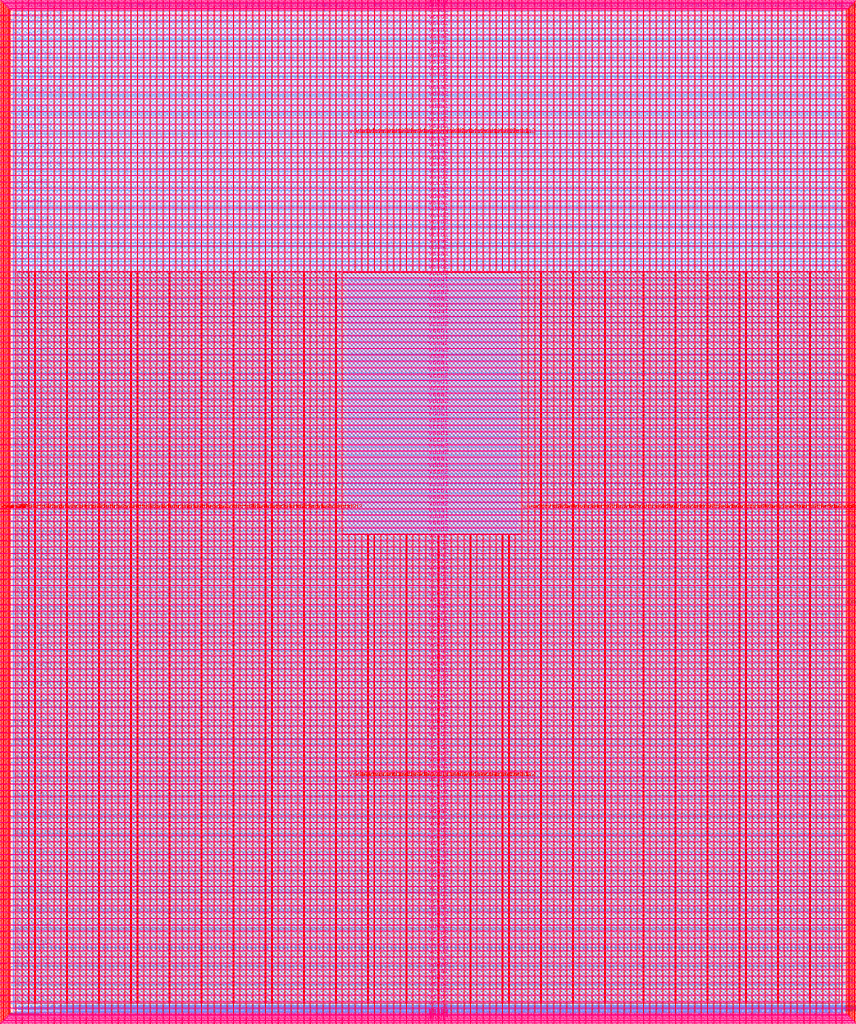
<source format=lef>
VERSION 5.7 ;
  NOWIREEXTENSIONATPIN ON ;
  DIVIDERCHAR "/" ;
  BUSBITCHARS "[]" ;
MACRO user_project_wrapper
  CLASS BLOCK ;
  FOREIGN user_project_wrapper ;
  ORIGIN 0.000 0.000 ;
  SIZE 2920.000 BY 3520.000 ;
  PIN analog_io[0]
    DIRECTION INOUT ;
    USE SIGNAL ;
    PORT
      LAYER met3 ;
        RECT 2917.600 1426.380 2924.800 1427.580 ;
    END
  END analog_io[0]
  PIN analog_io[10]
    DIRECTION INOUT ;
    USE SIGNAL ;
    PORT
      LAYER met2 ;
        RECT 2230.490 3517.600 2231.050 3524.800 ;
    END
  END analog_io[10]
  PIN analog_io[11]
    DIRECTION INOUT ;
    USE SIGNAL ;
    PORT
      LAYER met2 ;
        RECT 1905.730 3517.600 1906.290 3524.800 ;
    END
  END analog_io[11]
  PIN analog_io[12]
    DIRECTION INOUT ;
    USE SIGNAL ;
    PORT
      LAYER met2 ;
        RECT 1581.430 3517.600 1581.990 3524.800 ;
    END
  END analog_io[12]
  PIN analog_io[13]
    DIRECTION INOUT ;
    USE SIGNAL ;
    PORT
      LAYER met2 ;
        RECT 1257.130 3517.600 1257.690 3524.800 ;
    END
  END analog_io[13]
  PIN analog_io[14]
    DIRECTION INOUT ;
    USE SIGNAL ;
    PORT
      LAYER met2 ;
        RECT 932.370 3517.600 932.930 3524.800 ;
    END
  END analog_io[14]
  PIN analog_io[15]
    DIRECTION INOUT ;
    USE SIGNAL ;
    PORT
      LAYER met2 ;
        RECT 608.070 3517.600 608.630 3524.800 ;
    END
  END analog_io[15]
  PIN analog_io[16]
    DIRECTION INOUT ;
    USE SIGNAL ;
    PORT
      LAYER met2 ;
        RECT 283.770 3517.600 284.330 3524.800 ;
    END
  END analog_io[16]
  PIN analog_io[17]
    DIRECTION INOUT ;
    USE SIGNAL ;
    PORT
      LAYER met3 ;
        RECT -4.800 3486.100 2.400 3487.300 ;
    END
  END analog_io[17]
  PIN analog_io[18]
    DIRECTION INOUT ;
    USE SIGNAL ;
    PORT
      LAYER met3 ;
        RECT -4.800 3224.980 2.400 3226.180 ;
    END
  END analog_io[18]
  PIN analog_io[19]
    DIRECTION INOUT ;
    USE SIGNAL ;
    PORT
      LAYER met3 ;
        RECT -4.800 2964.540 2.400 2965.740 ;
    END
  END analog_io[19]
  PIN analog_io[1]
    DIRECTION INOUT ;
    USE SIGNAL ;
    PORT
      LAYER met3 ;
        RECT 2917.600 1692.260 2924.800 1693.460 ;
    END
  END analog_io[1]
  PIN analog_io[20]
    DIRECTION INOUT ;
    USE SIGNAL ;
    PORT
      LAYER met3 ;
        RECT -4.800 2703.420 2.400 2704.620 ;
    END
  END analog_io[20]
  PIN analog_io[21]
    DIRECTION INOUT ;
    USE SIGNAL ;
    PORT
      LAYER met3 ;
        RECT -4.800 2442.980 2.400 2444.180 ;
    END
  END analog_io[21]
  PIN analog_io[22]
    DIRECTION INOUT ;
    USE SIGNAL ;
    PORT
      LAYER met3 ;
        RECT -4.800 2182.540 2.400 2183.740 ;
    END
  END analog_io[22]
  PIN analog_io[23]
    DIRECTION INOUT ;
    USE SIGNAL ;
    PORT
      LAYER met3 ;
        RECT -4.800 1921.420 2.400 1922.620 ;
    END
  END analog_io[23]
  PIN analog_io[24]
    DIRECTION INOUT ;
    USE SIGNAL ;
    PORT
      LAYER met3 ;
        RECT -4.800 1660.980 2.400 1662.180 ;
    END
  END analog_io[24]
  PIN analog_io[25]
    DIRECTION INOUT ;
    USE SIGNAL ;
    PORT
      LAYER met3 ;
        RECT -4.800 1399.860 2.400 1401.060 ;
    END
  END analog_io[25]
  PIN analog_io[26]
    DIRECTION INOUT ;
    USE SIGNAL ;
    PORT
      LAYER met3 ;
        RECT -4.800 1139.420 2.400 1140.620 ;
    END
  END analog_io[26]
  PIN analog_io[27]
    DIRECTION INOUT ;
    USE SIGNAL ;
    PORT
      LAYER met3 ;
        RECT -4.800 878.980 2.400 880.180 ;
    END
  END analog_io[27]
  PIN analog_io[28]
    DIRECTION INOUT ;
    USE SIGNAL ;
    PORT
      LAYER met3 ;
        RECT -4.800 617.860 2.400 619.060 ;
    END
  END analog_io[28]
  PIN analog_io[2]
    DIRECTION INOUT ;
    USE SIGNAL ;
    PORT
      LAYER met3 ;
        RECT 2917.600 1958.140 2924.800 1959.340 ;
    END
  END analog_io[2]
  PIN analog_io[3]
    DIRECTION INOUT ;
    USE SIGNAL ;
    PORT
      LAYER met3 ;
        RECT 2917.600 2223.340 2924.800 2224.540 ;
    END
  END analog_io[3]
  PIN analog_io[4]
    DIRECTION INOUT ;
    USE SIGNAL ;
    PORT
      LAYER met3 ;
        RECT 2917.600 2489.220 2924.800 2490.420 ;
    END
  END analog_io[4]
  PIN analog_io[5]
    DIRECTION INOUT ;
    USE SIGNAL ;
    PORT
      LAYER met3 ;
        RECT 2917.600 2755.100 2924.800 2756.300 ;
    END
  END analog_io[5]
  PIN analog_io[6]
    DIRECTION INOUT ;
    USE SIGNAL ;
    PORT
      LAYER met3 ;
        RECT 2917.600 3020.300 2924.800 3021.500 ;
    END
  END analog_io[6]
  PIN analog_io[7]
    DIRECTION INOUT ;
    USE SIGNAL ;
    PORT
      LAYER met3 ;
        RECT 2917.600 3286.180 2924.800 3287.380 ;
    END
  END analog_io[7]
  PIN analog_io[8]
    DIRECTION INOUT ;
    USE SIGNAL ;
    PORT
      LAYER met2 ;
        RECT 2879.090 3517.600 2879.650 3524.800 ;
    END
  END analog_io[8]
  PIN analog_io[9]
    DIRECTION INOUT ;
    USE SIGNAL ;
    PORT
      LAYER met2 ;
        RECT 2554.790 3517.600 2555.350 3524.800 ;
    END
  END analog_io[9]
  PIN io_in[0]
    DIRECTION INPUT ;
    USE SIGNAL ;
    PORT
      LAYER met3 ;
        RECT 2917.600 32.380 2924.800 33.580 ;
    END
  END io_in[0]
  PIN io_in[10]
    DIRECTION INPUT ;
    USE SIGNAL ;
    PORT
      LAYER met3 ;
        RECT 2917.600 2289.980 2924.800 2291.180 ;
    END
  END io_in[10]
  PIN io_in[11]
    DIRECTION INPUT ;
    USE SIGNAL ;
    PORT
      LAYER met3 ;
        RECT 2917.600 2555.860 2924.800 2557.060 ;
    END
  END io_in[11]
  PIN io_in[12]
    DIRECTION INPUT ;
    USE SIGNAL ;
    PORT
      LAYER met3 ;
        RECT 2917.600 2821.060 2924.800 2822.260 ;
    END
  END io_in[12]
  PIN io_in[13]
    DIRECTION INPUT ;
    USE SIGNAL ;
    PORT
      LAYER met3 ;
        RECT 2917.600 3086.940 2924.800 3088.140 ;
    END
  END io_in[13]
  PIN io_in[14]
    DIRECTION INPUT ;
    USE SIGNAL ;
    PORT
      LAYER met3 ;
        RECT 2917.600 3352.820 2924.800 3354.020 ;
    END
  END io_in[14]
  PIN io_in[15]
    DIRECTION INPUT ;
    USE SIGNAL ;
    PORT
      LAYER met2 ;
        RECT 2798.130 3517.600 2798.690 3524.800 ;
    END
  END io_in[15]
  PIN io_in[16]
    DIRECTION INPUT ;
    USE SIGNAL ;
    PORT
      LAYER met2 ;
        RECT 2473.830 3517.600 2474.390 3524.800 ;
    END
  END io_in[16]
  PIN io_in[17]
    DIRECTION INPUT ;
    USE SIGNAL ;
    PORT
      LAYER met2 ;
        RECT 2149.070 3517.600 2149.630 3524.800 ;
    END
  END io_in[17]
  PIN io_in[18]
    DIRECTION INPUT ;
    USE SIGNAL ;
    PORT
      LAYER met2 ;
        RECT 1824.770 3517.600 1825.330 3524.800 ;
    END
  END io_in[18]
  PIN io_in[19]
    DIRECTION INPUT ;
    USE SIGNAL ;
    PORT
      LAYER met2 ;
        RECT 1500.470 3517.600 1501.030 3524.800 ;
    END
  END io_in[19]
  PIN io_in[1]
    DIRECTION INPUT ;
    USE SIGNAL ;
    PORT
      LAYER met3 ;
        RECT 2917.600 230.940 2924.800 232.140 ;
    END
  END io_in[1]
  PIN io_in[20]
    DIRECTION INPUT ;
    USE SIGNAL ;
    PORT
      LAYER met2 ;
        RECT 1175.710 3517.600 1176.270 3524.800 ;
    END
  END io_in[20]
  PIN io_in[21]
    DIRECTION INPUT ;
    USE SIGNAL ;
    PORT
      LAYER met2 ;
        RECT 851.410 3517.600 851.970 3524.800 ;
    END
  END io_in[21]
  PIN io_in[22]
    DIRECTION INPUT ;
    USE SIGNAL ;
    PORT
      LAYER met2 ;
        RECT 527.110 3517.600 527.670 3524.800 ;
    END
  END io_in[22]
  PIN io_in[23]
    DIRECTION INPUT ;
    USE SIGNAL ;
    PORT
      LAYER met2 ;
        RECT 202.350 3517.600 202.910 3524.800 ;
    END
  END io_in[23]
  PIN io_in[24]
    DIRECTION INPUT ;
    USE SIGNAL ;
    PORT
      LAYER met3 ;
        RECT -4.800 3420.820 2.400 3422.020 ;
    END
  END io_in[24]
  PIN io_in[25]
    DIRECTION INPUT ;
    USE SIGNAL ;
    PORT
      LAYER met3 ;
        RECT -4.800 3159.700 2.400 3160.900 ;
    END
  END io_in[25]
  PIN io_in[26]
    DIRECTION INPUT ;
    USE SIGNAL ;
    PORT
      LAYER met3 ;
        RECT -4.800 2899.260 2.400 2900.460 ;
    END
  END io_in[26]
  PIN io_in[27]
    DIRECTION INPUT ;
    USE SIGNAL ;
    PORT
      LAYER met3 ;
        RECT -4.800 2638.820 2.400 2640.020 ;
    END
  END io_in[27]
  PIN io_in[28]
    DIRECTION INPUT ;
    USE SIGNAL ;
    PORT
      LAYER met3 ;
        RECT -4.800 2377.700 2.400 2378.900 ;
    END
  END io_in[28]
  PIN io_in[29]
    DIRECTION INPUT ;
    USE SIGNAL ;
    PORT
      LAYER met3 ;
        RECT -4.800 2117.260 2.400 2118.460 ;
    END
  END io_in[29]
  PIN io_in[2]
    DIRECTION INPUT ;
    USE SIGNAL ;
    PORT
      LAYER met3 ;
        RECT 2917.600 430.180 2924.800 431.380 ;
    END
  END io_in[2]
  PIN io_in[30]
    DIRECTION INPUT ;
    USE SIGNAL ;
    PORT
      LAYER met3 ;
        RECT -4.800 1856.140 2.400 1857.340 ;
    END
  END io_in[30]
  PIN io_in[31]
    DIRECTION INPUT ;
    USE SIGNAL ;
    PORT
      LAYER met3 ;
        RECT -4.800 1595.700 2.400 1596.900 ;
    END
  END io_in[31]
  PIN io_in[32]
    DIRECTION INPUT ;
    USE SIGNAL ;
    PORT
      LAYER met3 ;
        RECT -4.800 1335.260 2.400 1336.460 ;
    END
  END io_in[32]
  PIN io_in[33]
    DIRECTION INPUT ;
    USE SIGNAL ;
    PORT
      LAYER met3 ;
        RECT -4.800 1074.140 2.400 1075.340 ;
    END
  END io_in[33]
  PIN io_in[34]
    DIRECTION INPUT ;
    USE SIGNAL ;
    PORT
      LAYER met3 ;
        RECT -4.800 813.700 2.400 814.900 ;
    END
  END io_in[34]
  PIN io_in[35]
    DIRECTION INPUT ;
    USE SIGNAL ;
    PORT
      LAYER met3 ;
        RECT -4.800 552.580 2.400 553.780 ;
    END
  END io_in[35]
  PIN io_in[36]
    DIRECTION INPUT ;
    USE SIGNAL ;
    PORT
      LAYER met3 ;
        RECT -4.800 357.420 2.400 358.620 ;
    END
  END io_in[36]
  PIN io_in[37]
    DIRECTION INPUT ;
    USE SIGNAL ;
    PORT
      LAYER met3 ;
        RECT -4.800 161.580 2.400 162.780 ;
    END
  END io_in[37]
  PIN io_in[3]
    DIRECTION INPUT ;
    USE SIGNAL ;
    PORT
      LAYER met3 ;
        RECT 2917.600 629.420 2924.800 630.620 ;
    END
  END io_in[3]
  PIN io_in[4]
    DIRECTION INPUT ;
    USE SIGNAL ;
    PORT
      LAYER met3 ;
        RECT 2917.600 828.660 2924.800 829.860 ;
    END
  END io_in[4]
  PIN io_in[5]
    DIRECTION INPUT ;
    USE SIGNAL ;
    PORT
      LAYER met3 ;
        RECT 2917.600 1027.900 2924.800 1029.100 ;
    END
  END io_in[5]
  PIN io_in[6]
    DIRECTION INPUT ;
    USE SIGNAL ;
    PORT
      LAYER met3 ;
        RECT 2917.600 1227.140 2924.800 1228.340 ;
    END
  END io_in[6]
  PIN io_in[7]
    DIRECTION INPUT ;
    USE SIGNAL ;
    PORT
      LAYER met3 ;
        RECT 2917.600 1493.020 2924.800 1494.220 ;
    END
  END io_in[7]
  PIN io_in[8]
    DIRECTION INPUT ;
    USE SIGNAL ;
    PORT
      LAYER met3 ;
        RECT 2917.600 1758.900 2924.800 1760.100 ;
    END
  END io_in[8]
  PIN io_in[9]
    DIRECTION INPUT ;
    USE SIGNAL ;
    PORT
      LAYER met3 ;
        RECT 2917.600 2024.100 2924.800 2025.300 ;
    END
  END io_in[9]
  PIN io_oeb[0]
    DIRECTION OUTPUT TRISTATE ;
    USE SIGNAL ;
    PORT
      LAYER met3 ;
        RECT 2917.600 164.980 2924.800 166.180 ;
    END
  END io_oeb[0]
  PIN io_oeb[10]
    DIRECTION OUTPUT TRISTATE ;
    USE SIGNAL ;
    PORT
      LAYER met3 ;
        RECT 2917.600 2422.580 2924.800 2423.780 ;
    END
  END io_oeb[10]
  PIN io_oeb[11]
    DIRECTION OUTPUT TRISTATE ;
    USE SIGNAL ;
    PORT
      LAYER met3 ;
        RECT 2917.600 2688.460 2924.800 2689.660 ;
    END
  END io_oeb[11]
  PIN io_oeb[12]
    DIRECTION OUTPUT TRISTATE ;
    USE SIGNAL ;
    PORT
      LAYER met3 ;
        RECT 2917.600 2954.340 2924.800 2955.540 ;
    END
  END io_oeb[12]
  PIN io_oeb[13]
    DIRECTION OUTPUT TRISTATE ;
    USE SIGNAL ;
    PORT
      LAYER met3 ;
        RECT 2917.600 3219.540 2924.800 3220.740 ;
    END
  END io_oeb[13]
  PIN io_oeb[14]
    DIRECTION OUTPUT TRISTATE ;
    USE SIGNAL ;
    PORT
      LAYER met3 ;
        RECT 2917.600 3485.420 2924.800 3486.620 ;
    END
  END io_oeb[14]
  PIN io_oeb[15]
    DIRECTION OUTPUT TRISTATE ;
    USE SIGNAL ;
    PORT
      LAYER met2 ;
        RECT 2635.750 3517.600 2636.310 3524.800 ;
    END
  END io_oeb[15]
  PIN io_oeb[16]
    DIRECTION OUTPUT TRISTATE ;
    USE SIGNAL ;
    PORT
      LAYER met2 ;
        RECT 2311.450 3517.600 2312.010 3524.800 ;
    END
  END io_oeb[16]
  PIN io_oeb[17]
    DIRECTION OUTPUT TRISTATE ;
    USE SIGNAL ;
    PORT
      LAYER met2 ;
        RECT 1987.150 3517.600 1987.710 3524.800 ;
    END
  END io_oeb[17]
  PIN io_oeb[18]
    DIRECTION OUTPUT TRISTATE ;
    USE SIGNAL ;
    PORT
      LAYER met2 ;
        RECT 1662.390 3517.600 1662.950 3524.800 ;
    END
  END io_oeb[18]
  PIN io_oeb[19]
    DIRECTION OUTPUT TRISTATE ;
    USE SIGNAL ;
    PORT
      LAYER met2 ;
        RECT 1338.090 3517.600 1338.650 3524.800 ;
    END
  END io_oeb[19]
  PIN io_oeb[1]
    DIRECTION OUTPUT TRISTATE ;
    USE SIGNAL ;
    PORT
      LAYER met3 ;
        RECT 2917.600 364.220 2924.800 365.420 ;
    END
  END io_oeb[1]
  PIN io_oeb[20]
    DIRECTION OUTPUT TRISTATE ;
    USE SIGNAL ;
    PORT
      LAYER met2 ;
        RECT 1013.790 3517.600 1014.350 3524.800 ;
    END
  END io_oeb[20]
  PIN io_oeb[21]
    DIRECTION OUTPUT TRISTATE ;
    USE SIGNAL ;
    PORT
      LAYER met2 ;
        RECT 689.030 3517.600 689.590 3524.800 ;
    END
  END io_oeb[21]
  PIN io_oeb[22]
    DIRECTION OUTPUT TRISTATE ;
    USE SIGNAL ;
    PORT
      LAYER met2 ;
        RECT 364.730 3517.600 365.290 3524.800 ;
    END
  END io_oeb[22]
  PIN io_oeb[23]
    DIRECTION OUTPUT TRISTATE ;
    USE SIGNAL ;
    PORT
      LAYER met2 ;
        RECT 40.430 3517.600 40.990 3524.800 ;
    END
  END io_oeb[23]
  PIN io_oeb[24]
    DIRECTION OUTPUT TRISTATE ;
    USE SIGNAL ;
    PORT
      LAYER met3 ;
        RECT -4.800 3290.260 2.400 3291.460 ;
    END
  END io_oeb[24]
  PIN io_oeb[25]
    DIRECTION OUTPUT TRISTATE ;
    USE SIGNAL ;
    PORT
      LAYER met3 ;
        RECT -4.800 3029.820 2.400 3031.020 ;
    END
  END io_oeb[25]
  PIN io_oeb[26]
    DIRECTION OUTPUT TRISTATE ;
    USE SIGNAL ;
    PORT
      LAYER met3 ;
        RECT -4.800 2768.700 2.400 2769.900 ;
    END
  END io_oeb[26]
  PIN io_oeb[27]
    DIRECTION OUTPUT TRISTATE ;
    USE SIGNAL ;
    PORT
      LAYER met3 ;
        RECT -4.800 2508.260 2.400 2509.460 ;
    END
  END io_oeb[27]
  PIN io_oeb[28]
    DIRECTION OUTPUT TRISTATE ;
    USE SIGNAL ;
    PORT
      LAYER met3 ;
        RECT -4.800 2247.140 2.400 2248.340 ;
    END
  END io_oeb[28]
  PIN io_oeb[29]
    DIRECTION OUTPUT TRISTATE ;
    USE SIGNAL ;
    PORT
      LAYER met3 ;
        RECT -4.800 1986.700 2.400 1987.900 ;
    END
  END io_oeb[29]
  PIN io_oeb[2]
    DIRECTION OUTPUT TRISTATE ;
    USE SIGNAL ;
    PORT
      LAYER met3 ;
        RECT 2917.600 563.460 2924.800 564.660 ;
    END
  END io_oeb[2]
  PIN io_oeb[30]
    DIRECTION OUTPUT TRISTATE ;
    USE SIGNAL ;
    PORT
      LAYER met3 ;
        RECT -4.800 1726.260 2.400 1727.460 ;
    END
  END io_oeb[30]
  PIN io_oeb[31]
    DIRECTION OUTPUT TRISTATE ;
    USE SIGNAL ;
    PORT
      LAYER met3 ;
        RECT -4.800 1465.140 2.400 1466.340 ;
    END
  END io_oeb[31]
  PIN io_oeb[32]
    DIRECTION OUTPUT TRISTATE ;
    USE SIGNAL ;
    PORT
      LAYER met3 ;
        RECT -4.800 1204.700 2.400 1205.900 ;
    END
  END io_oeb[32]
  PIN io_oeb[33]
    DIRECTION OUTPUT TRISTATE ;
    USE SIGNAL ;
    PORT
      LAYER met3 ;
        RECT -4.800 943.580 2.400 944.780 ;
    END
  END io_oeb[33]
  PIN io_oeb[34]
    DIRECTION OUTPUT TRISTATE ;
    USE SIGNAL ;
    PORT
      LAYER met3 ;
        RECT -4.800 683.140 2.400 684.340 ;
    END
  END io_oeb[34]
  PIN io_oeb[35]
    DIRECTION OUTPUT TRISTATE ;
    USE SIGNAL ;
    PORT
      LAYER met3 ;
        RECT -4.800 422.700 2.400 423.900 ;
    END
  END io_oeb[35]
  PIN io_oeb[36]
    DIRECTION OUTPUT TRISTATE ;
    USE SIGNAL ;
    PORT
      LAYER met3 ;
        RECT -4.800 226.860 2.400 228.060 ;
    END
  END io_oeb[36]
  PIN io_oeb[37]
    DIRECTION OUTPUT TRISTATE ;
    USE SIGNAL ;
    PORT
      LAYER met3 ;
        RECT -4.800 31.700 2.400 32.900 ;
    END
  END io_oeb[37]
  PIN io_oeb[3]
    DIRECTION OUTPUT TRISTATE ;
    USE SIGNAL ;
    PORT
      LAYER met3 ;
        RECT 2917.600 762.700 2924.800 763.900 ;
    END
  END io_oeb[3]
  PIN io_oeb[4]
    DIRECTION OUTPUT TRISTATE ;
    USE SIGNAL ;
    PORT
      LAYER met3 ;
        RECT 2917.600 961.940 2924.800 963.140 ;
    END
  END io_oeb[4]
  PIN io_oeb[5]
    DIRECTION OUTPUT TRISTATE ;
    USE SIGNAL ;
    PORT
      LAYER met3 ;
        RECT 2917.600 1161.180 2924.800 1162.380 ;
    END
  END io_oeb[5]
  PIN io_oeb[6]
    DIRECTION OUTPUT TRISTATE ;
    USE SIGNAL ;
    PORT
      LAYER met3 ;
        RECT 2917.600 1360.420 2924.800 1361.620 ;
    END
  END io_oeb[6]
  PIN io_oeb[7]
    DIRECTION OUTPUT TRISTATE ;
    USE SIGNAL ;
    PORT
      LAYER met3 ;
        RECT 2917.600 1625.620 2924.800 1626.820 ;
    END
  END io_oeb[7]
  PIN io_oeb[8]
    DIRECTION OUTPUT TRISTATE ;
    USE SIGNAL ;
    PORT
      LAYER met3 ;
        RECT 2917.600 1891.500 2924.800 1892.700 ;
    END
  END io_oeb[8]
  PIN io_oeb[9]
    DIRECTION OUTPUT TRISTATE ;
    USE SIGNAL ;
    PORT
      LAYER met3 ;
        RECT 2917.600 2157.380 2924.800 2158.580 ;
    END
  END io_oeb[9]
  PIN io_out[0]
    DIRECTION OUTPUT TRISTATE ;
    USE SIGNAL ;
    PORT
      LAYER met3 ;
        RECT 2917.600 98.340 2924.800 99.540 ;
    END
  END io_out[0]
  PIN io_out[10]
    DIRECTION OUTPUT TRISTATE ;
    USE SIGNAL ;
    PORT
      LAYER met3 ;
        RECT 2917.600 2356.620 2924.800 2357.820 ;
    END
  END io_out[10]
  PIN io_out[11]
    DIRECTION OUTPUT TRISTATE ;
    USE SIGNAL ;
    PORT
      LAYER met3 ;
        RECT 2917.600 2621.820 2924.800 2623.020 ;
    END
  END io_out[11]
  PIN io_out[12]
    DIRECTION OUTPUT TRISTATE ;
    USE SIGNAL ;
    PORT
      LAYER met3 ;
        RECT 2917.600 2887.700 2924.800 2888.900 ;
    END
  END io_out[12]
  PIN io_out[13]
    DIRECTION OUTPUT TRISTATE ;
    USE SIGNAL ;
    PORT
      LAYER met3 ;
        RECT 2917.600 3153.580 2924.800 3154.780 ;
    END
  END io_out[13]
  PIN io_out[14]
    DIRECTION OUTPUT TRISTATE ;
    USE SIGNAL ;
    PORT
      LAYER met3 ;
        RECT 2917.600 3418.780 2924.800 3419.980 ;
    END
  END io_out[14]
  PIN io_out[15]
    DIRECTION OUTPUT TRISTATE ;
    USE SIGNAL ;
    PORT
      LAYER met2 ;
        RECT 2717.170 3517.600 2717.730 3524.800 ;
    END
  END io_out[15]
  PIN io_out[16]
    DIRECTION OUTPUT TRISTATE ;
    USE SIGNAL ;
    PORT
      LAYER met2 ;
        RECT 2392.410 3517.600 2392.970 3524.800 ;
    END
  END io_out[16]
  PIN io_out[17]
    DIRECTION OUTPUT TRISTATE ;
    USE SIGNAL ;
    PORT
      LAYER met2 ;
        RECT 2068.110 3517.600 2068.670 3524.800 ;
    END
  END io_out[17]
  PIN io_out[18]
    DIRECTION OUTPUT TRISTATE ;
    USE SIGNAL ;
    PORT
      LAYER met2 ;
        RECT 1743.810 3517.600 1744.370 3524.800 ;
    END
  END io_out[18]
  PIN io_out[19]
    DIRECTION OUTPUT TRISTATE ;
    USE SIGNAL ;
    PORT
      LAYER met2 ;
        RECT 1419.050 3517.600 1419.610 3524.800 ;
    END
  END io_out[19]
  PIN io_out[1]
    DIRECTION OUTPUT TRISTATE ;
    USE SIGNAL ;
    PORT
      LAYER met3 ;
        RECT 2917.600 297.580 2924.800 298.780 ;
    END
  END io_out[1]
  PIN io_out[20]
    DIRECTION OUTPUT TRISTATE ;
    USE SIGNAL ;
    PORT
      LAYER met2 ;
        RECT 1094.750 3517.600 1095.310 3524.800 ;
    END
  END io_out[20]
  PIN io_out[21]
    DIRECTION OUTPUT TRISTATE ;
    USE SIGNAL ;
    PORT
      LAYER met2 ;
        RECT 770.450 3517.600 771.010 3524.800 ;
    END
  END io_out[21]
  PIN io_out[22]
    DIRECTION OUTPUT TRISTATE ;
    USE SIGNAL ;
    PORT
      LAYER met2 ;
        RECT 445.690 3517.600 446.250 3524.800 ;
    END
  END io_out[22]
  PIN io_out[23]
    DIRECTION OUTPUT TRISTATE ;
    USE SIGNAL ;
    PORT
      LAYER met2 ;
        RECT 121.390 3517.600 121.950 3524.800 ;
    END
  END io_out[23]
  PIN io_out[24]
    DIRECTION OUTPUT TRISTATE ;
    USE SIGNAL ;
    PORT
      LAYER met3 ;
        RECT -4.800 3355.540 2.400 3356.740 ;
    END
  END io_out[24]
  PIN io_out[25]
    DIRECTION OUTPUT TRISTATE ;
    USE SIGNAL ;
    PORT
      LAYER met3 ;
        RECT -4.800 3095.100 2.400 3096.300 ;
    END
  END io_out[25]
  PIN io_out[26]
    DIRECTION OUTPUT TRISTATE ;
    USE SIGNAL ;
    PORT
      LAYER met3 ;
        RECT -4.800 2833.980 2.400 2835.180 ;
    END
  END io_out[26]
  PIN io_out[27]
    DIRECTION OUTPUT TRISTATE ;
    USE SIGNAL ;
    PORT
      LAYER met3 ;
        RECT -4.800 2573.540 2.400 2574.740 ;
    END
  END io_out[27]
  PIN io_out[28]
    DIRECTION OUTPUT TRISTATE ;
    USE SIGNAL ;
    PORT
      LAYER met3 ;
        RECT -4.800 2312.420 2.400 2313.620 ;
    END
  END io_out[28]
  PIN io_out[29]
    DIRECTION OUTPUT TRISTATE ;
    USE SIGNAL ;
    PORT
      LAYER met3 ;
        RECT -4.800 2051.980 2.400 2053.180 ;
    END
  END io_out[29]
  PIN io_out[2]
    DIRECTION OUTPUT TRISTATE ;
    USE SIGNAL ;
    PORT
      LAYER met3 ;
        RECT 2917.600 496.820 2924.800 498.020 ;
    END
  END io_out[2]
  PIN io_out[30]
    DIRECTION OUTPUT TRISTATE ;
    USE SIGNAL ;
    PORT
      LAYER met3 ;
        RECT -4.800 1791.540 2.400 1792.740 ;
    END
  END io_out[30]
  PIN io_out[31]
    DIRECTION OUTPUT TRISTATE ;
    USE SIGNAL ;
    PORT
      LAYER met3 ;
        RECT -4.800 1530.420 2.400 1531.620 ;
    END
  END io_out[31]
  PIN io_out[32]
    DIRECTION OUTPUT TRISTATE ;
    USE SIGNAL ;
    PORT
      LAYER met3 ;
        RECT -4.800 1269.980 2.400 1271.180 ;
    END
  END io_out[32]
  PIN io_out[33]
    DIRECTION OUTPUT TRISTATE ;
    USE SIGNAL ;
    PORT
      LAYER met3 ;
        RECT -4.800 1008.860 2.400 1010.060 ;
    END
  END io_out[33]
  PIN io_out[34]
    DIRECTION OUTPUT TRISTATE ;
    USE SIGNAL ;
    PORT
      LAYER met3 ;
        RECT -4.800 748.420 2.400 749.620 ;
    END
  END io_out[34]
  PIN io_out[35]
    DIRECTION OUTPUT TRISTATE ;
    USE SIGNAL ;
    PORT
      LAYER met3 ;
        RECT -4.800 487.300 2.400 488.500 ;
    END
  END io_out[35]
  PIN io_out[36]
    DIRECTION OUTPUT TRISTATE ;
    USE SIGNAL ;
    PORT
      LAYER met3 ;
        RECT -4.800 292.140 2.400 293.340 ;
    END
  END io_out[36]
  PIN io_out[37]
    DIRECTION OUTPUT TRISTATE ;
    USE SIGNAL ;
    PORT
      LAYER met3 ;
        RECT -4.800 96.300 2.400 97.500 ;
    END
  END io_out[37]
  PIN io_out[3]
    DIRECTION OUTPUT TRISTATE ;
    USE SIGNAL ;
    PORT
      LAYER met3 ;
        RECT 2917.600 696.060 2924.800 697.260 ;
    END
  END io_out[3]
  PIN io_out[4]
    DIRECTION OUTPUT TRISTATE ;
    USE SIGNAL ;
    PORT
      LAYER met3 ;
        RECT 2917.600 895.300 2924.800 896.500 ;
    END
  END io_out[4]
  PIN io_out[5]
    DIRECTION OUTPUT TRISTATE ;
    USE SIGNAL ;
    PORT
      LAYER met3 ;
        RECT 2917.600 1094.540 2924.800 1095.740 ;
    END
  END io_out[5]
  PIN io_out[6]
    DIRECTION OUTPUT TRISTATE ;
    USE SIGNAL ;
    PORT
      LAYER met3 ;
        RECT 2917.600 1293.780 2924.800 1294.980 ;
    END
  END io_out[6]
  PIN io_out[7]
    DIRECTION OUTPUT TRISTATE ;
    USE SIGNAL ;
    PORT
      LAYER met3 ;
        RECT 2917.600 1559.660 2924.800 1560.860 ;
    END
  END io_out[7]
  PIN io_out[8]
    DIRECTION OUTPUT TRISTATE ;
    USE SIGNAL ;
    PORT
      LAYER met3 ;
        RECT 2917.600 1824.860 2924.800 1826.060 ;
    END
  END io_out[8]
  PIN io_out[9]
    DIRECTION OUTPUT TRISTATE ;
    USE SIGNAL ;
    PORT
      LAYER met3 ;
        RECT 2917.600 2090.740 2924.800 2091.940 ;
    END
  END io_out[9]
  PIN la_data_in[0]
    DIRECTION INPUT ;
    USE SIGNAL ;
    PORT
      LAYER met2 ;
        RECT 629.230 -4.800 629.790 2.400 ;
    END
  END la_data_in[0]
  PIN la_data_in[100]
    DIRECTION INPUT ;
    USE SIGNAL ;
    PORT
      LAYER met2 ;
        RECT 2402.530 -4.800 2403.090 2.400 ;
    END
  END la_data_in[100]
  PIN la_data_in[101]
    DIRECTION INPUT ;
    USE SIGNAL ;
    PORT
      LAYER met2 ;
        RECT 2420.010 -4.800 2420.570 2.400 ;
    END
  END la_data_in[101]
  PIN la_data_in[102]
    DIRECTION INPUT ;
    USE SIGNAL ;
    PORT
      LAYER met2 ;
        RECT 2437.950 -4.800 2438.510 2.400 ;
    END
  END la_data_in[102]
  PIN la_data_in[103]
    DIRECTION INPUT ;
    USE SIGNAL ;
    PORT
      LAYER met2 ;
        RECT 2455.430 -4.800 2455.990 2.400 ;
    END
  END la_data_in[103]
  PIN la_data_in[104]
    DIRECTION INPUT ;
    USE SIGNAL ;
    PORT
      LAYER met2 ;
        RECT 2473.370 -4.800 2473.930 2.400 ;
    END
  END la_data_in[104]
  PIN la_data_in[105]
    DIRECTION INPUT ;
    USE SIGNAL ;
    PORT
      LAYER met2 ;
        RECT 2490.850 -4.800 2491.410 2.400 ;
    END
  END la_data_in[105]
  PIN la_data_in[106]
    DIRECTION INPUT ;
    USE SIGNAL ;
    PORT
      LAYER met2 ;
        RECT 2508.790 -4.800 2509.350 2.400 ;
    END
  END la_data_in[106]
  PIN la_data_in[107]
    DIRECTION INPUT ;
    USE SIGNAL ;
    PORT
      LAYER met2 ;
        RECT 2526.730 -4.800 2527.290 2.400 ;
    END
  END la_data_in[107]
  PIN la_data_in[108]
    DIRECTION INPUT ;
    USE SIGNAL ;
    PORT
      LAYER met2 ;
        RECT 2544.210 -4.800 2544.770 2.400 ;
    END
  END la_data_in[108]
  PIN la_data_in[109]
    DIRECTION INPUT ;
    USE SIGNAL ;
    PORT
      LAYER met2 ;
        RECT 2562.150 -4.800 2562.710 2.400 ;
    END
  END la_data_in[109]
  PIN la_data_in[10]
    DIRECTION INPUT ;
    USE SIGNAL ;
    PORT
      LAYER met2 ;
        RECT 806.330 -4.800 806.890 2.400 ;
    END
  END la_data_in[10]
  PIN la_data_in[110]
    DIRECTION INPUT ;
    USE SIGNAL ;
    PORT
      LAYER met2 ;
        RECT 2579.630 -4.800 2580.190 2.400 ;
    END
  END la_data_in[110]
  PIN la_data_in[111]
    DIRECTION INPUT ;
    USE SIGNAL ;
    PORT
      LAYER met2 ;
        RECT 2597.570 -4.800 2598.130 2.400 ;
    END
  END la_data_in[111]
  PIN la_data_in[112]
    DIRECTION INPUT ;
    USE SIGNAL ;
    PORT
      LAYER met2 ;
        RECT 2615.050 -4.800 2615.610 2.400 ;
    END
  END la_data_in[112]
  PIN la_data_in[113]
    DIRECTION INPUT ;
    USE SIGNAL ;
    PORT
      LAYER met2 ;
        RECT 2632.990 -4.800 2633.550 2.400 ;
    END
  END la_data_in[113]
  PIN la_data_in[114]
    DIRECTION INPUT ;
    USE SIGNAL ;
    PORT
      LAYER met2 ;
        RECT 2650.470 -4.800 2651.030 2.400 ;
    END
  END la_data_in[114]
  PIN la_data_in[115]
    DIRECTION INPUT ;
    USE SIGNAL ;
    PORT
      LAYER met2 ;
        RECT 2668.410 -4.800 2668.970 2.400 ;
    END
  END la_data_in[115]
  PIN la_data_in[116]
    DIRECTION INPUT ;
    USE SIGNAL ;
    PORT
      LAYER met2 ;
        RECT 2685.890 -4.800 2686.450 2.400 ;
    END
  END la_data_in[116]
  PIN la_data_in[117]
    DIRECTION INPUT ;
    USE SIGNAL ;
    PORT
      LAYER met2 ;
        RECT 2703.830 -4.800 2704.390 2.400 ;
    END
  END la_data_in[117]
  PIN la_data_in[118]
    DIRECTION INPUT ;
    USE SIGNAL ;
    PORT
      LAYER met2 ;
        RECT 2721.770 -4.800 2722.330 2.400 ;
    END
  END la_data_in[118]
  PIN la_data_in[119]
    DIRECTION INPUT ;
    USE SIGNAL ;
    PORT
      LAYER met2 ;
        RECT 2739.250 -4.800 2739.810 2.400 ;
    END
  END la_data_in[119]
  PIN la_data_in[11]
    DIRECTION INPUT ;
    USE SIGNAL ;
    PORT
      LAYER met2 ;
        RECT 824.270 -4.800 824.830 2.400 ;
    END
  END la_data_in[11]
  PIN la_data_in[120]
    DIRECTION INPUT ;
    USE SIGNAL ;
    PORT
      LAYER met2 ;
        RECT 2757.190 -4.800 2757.750 2.400 ;
    END
  END la_data_in[120]
  PIN la_data_in[121]
    DIRECTION INPUT ;
    USE SIGNAL ;
    PORT
      LAYER met2 ;
        RECT 2774.670 -4.800 2775.230 2.400 ;
    END
  END la_data_in[121]
  PIN la_data_in[122]
    DIRECTION INPUT ;
    USE SIGNAL ;
    PORT
      LAYER met2 ;
        RECT 2792.610 -4.800 2793.170 2.400 ;
    END
  END la_data_in[122]
  PIN la_data_in[123]
    DIRECTION INPUT ;
    USE SIGNAL ;
    PORT
      LAYER met2 ;
        RECT 2810.090 -4.800 2810.650 2.400 ;
    END
  END la_data_in[123]
  PIN la_data_in[124]
    DIRECTION INPUT ;
    USE SIGNAL ;
    PORT
      LAYER met2 ;
        RECT 2828.030 -4.800 2828.590 2.400 ;
    END
  END la_data_in[124]
  PIN la_data_in[125]
    DIRECTION INPUT ;
    USE SIGNAL ;
    PORT
      LAYER met2 ;
        RECT 2845.510 -4.800 2846.070 2.400 ;
    END
  END la_data_in[125]
  PIN la_data_in[126]
    DIRECTION INPUT ;
    USE SIGNAL ;
    PORT
      LAYER met2 ;
        RECT 2863.450 -4.800 2864.010 2.400 ;
    END
  END la_data_in[126]
  PIN la_data_in[127]
    DIRECTION INPUT ;
    USE SIGNAL ;
    PORT
      LAYER met2 ;
        RECT 2881.390 -4.800 2881.950 2.400 ;
    END
  END la_data_in[127]
  PIN la_data_in[12]
    DIRECTION INPUT ;
    USE SIGNAL ;
    PORT
      LAYER met2 ;
        RECT 841.750 -4.800 842.310 2.400 ;
    END
  END la_data_in[12]
  PIN la_data_in[13]
    DIRECTION INPUT ;
    USE SIGNAL ;
    PORT
      LAYER met2 ;
        RECT 859.690 -4.800 860.250 2.400 ;
    END
  END la_data_in[13]
  PIN la_data_in[14]
    DIRECTION INPUT ;
    USE SIGNAL ;
    PORT
      LAYER met2 ;
        RECT 877.170 -4.800 877.730 2.400 ;
    END
  END la_data_in[14]
  PIN la_data_in[15]
    DIRECTION INPUT ;
    USE SIGNAL ;
    PORT
      LAYER met2 ;
        RECT 895.110 -4.800 895.670 2.400 ;
    END
  END la_data_in[15]
  PIN la_data_in[16]
    DIRECTION INPUT ;
    USE SIGNAL ;
    PORT
      LAYER met2 ;
        RECT 912.590 -4.800 913.150 2.400 ;
    END
  END la_data_in[16]
  PIN la_data_in[17]
    DIRECTION INPUT ;
    USE SIGNAL ;
    PORT
      LAYER met2 ;
        RECT 930.530 -4.800 931.090 2.400 ;
    END
  END la_data_in[17]
  PIN la_data_in[18]
    DIRECTION INPUT ;
    USE SIGNAL ;
    PORT
      LAYER met2 ;
        RECT 948.470 -4.800 949.030 2.400 ;
    END
  END la_data_in[18]
  PIN la_data_in[19]
    DIRECTION INPUT ;
    USE SIGNAL ;
    PORT
      LAYER met2 ;
        RECT 965.950 -4.800 966.510 2.400 ;
    END
  END la_data_in[19]
  PIN la_data_in[1]
    DIRECTION INPUT ;
    USE SIGNAL ;
    PORT
      LAYER met2 ;
        RECT 646.710 -4.800 647.270 2.400 ;
    END
  END la_data_in[1]
  PIN la_data_in[20]
    DIRECTION INPUT ;
    USE SIGNAL ;
    PORT
      LAYER met2 ;
        RECT 983.890 -4.800 984.450 2.400 ;
    END
  END la_data_in[20]
  PIN la_data_in[21]
    DIRECTION INPUT ;
    USE SIGNAL ;
    PORT
      LAYER met2 ;
        RECT 1001.370 -4.800 1001.930 2.400 ;
    END
  END la_data_in[21]
  PIN la_data_in[22]
    DIRECTION INPUT ;
    USE SIGNAL ;
    PORT
      LAYER met2 ;
        RECT 1019.310 -4.800 1019.870 2.400 ;
    END
  END la_data_in[22]
  PIN la_data_in[23]
    DIRECTION INPUT ;
    USE SIGNAL ;
    PORT
      LAYER met2 ;
        RECT 1036.790 -4.800 1037.350 2.400 ;
    END
  END la_data_in[23]
  PIN la_data_in[24]
    DIRECTION INPUT ;
    USE SIGNAL ;
    PORT
      LAYER met2 ;
        RECT 1054.730 -4.800 1055.290 2.400 ;
    END
  END la_data_in[24]
  PIN la_data_in[25]
    DIRECTION INPUT ;
    USE SIGNAL ;
    PORT
      LAYER met2 ;
        RECT 1072.210 -4.800 1072.770 2.400 ;
    END
  END la_data_in[25]
  PIN la_data_in[26]
    DIRECTION INPUT ;
    USE SIGNAL ;
    PORT
      LAYER met2 ;
        RECT 1090.150 -4.800 1090.710 2.400 ;
    END
  END la_data_in[26]
  PIN la_data_in[27]
    DIRECTION INPUT ;
    USE SIGNAL ;
    PORT
      LAYER met2 ;
        RECT 1107.630 -4.800 1108.190 2.400 ;
    END
  END la_data_in[27]
  PIN la_data_in[28]
    DIRECTION INPUT ;
    USE SIGNAL ;
    PORT
      LAYER met2 ;
        RECT 1125.570 -4.800 1126.130 2.400 ;
    END
  END la_data_in[28]
  PIN la_data_in[29]
    DIRECTION INPUT ;
    USE SIGNAL ;
    PORT
      LAYER met2 ;
        RECT 1143.510 -4.800 1144.070 2.400 ;
    END
  END la_data_in[29]
  PIN la_data_in[2]
    DIRECTION INPUT ;
    USE SIGNAL ;
    PORT
      LAYER met2 ;
        RECT 664.650 -4.800 665.210 2.400 ;
    END
  END la_data_in[2]
  PIN la_data_in[30]
    DIRECTION INPUT ;
    USE SIGNAL ;
    PORT
      LAYER met2 ;
        RECT 1160.990 -4.800 1161.550 2.400 ;
    END
  END la_data_in[30]
  PIN la_data_in[31]
    DIRECTION INPUT ;
    USE SIGNAL ;
    PORT
      LAYER met2 ;
        RECT 1178.930 -4.800 1179.490 2.400 ;
    END
  END la_data_in[31]
  PIN la_data_in[32]
    DIRECTION INPUT ;
    USE SIGNAL ;
    PORT
      LAYER met2 ;
        RECT 1196.410 -4.800 1196.970 2.400 ;
    END
  END la_data_in[32]
  PIN la_data_in[33]
    DIRECTION INPUT ;
    USE SIGNAL ;
    PORT
      LAYER met2 ;
        RECT 1214.350 -4.800 1214.910 2.400 ;
    END
  END la_data_in[33]
  PIN la_data_in[34]
    DIRECTION INPUT ;
    USE SIGNAL ;
    PORT
      LAYER met2 ;
        RECT 1231.830 -4.800 1232.390 2.400 ;
    END
  END la_data_in[34]
  PIN la_data_in[35]
    DIRECTION INPUT ;
    USE SIGNAL ;
    PORT
      LAYER met2 ;
        RECT 1249.770 -4.800 1250.330 2.400 ;
    END
  END la_data_in[35]
  PIN la_data_in[36]
    DIRECTION INPUT ;
    USE SIGNAL ;
    PORT
      LAYER met2 ;
        RECT 1267.250 -4.800 1267.810 2.400 ;
    END
  END la_data_in[36]
  PIN la_data_in[37]
    DIRECTION INPUT ;
    USE SIGNAL ;
    PORT
      LAYER met2 ;
        RECT 1285.190 -4.800 1285.750 2.400 ;
    END
  END la_data_in[37]
  PIN la_data_in[38]
    DIRECTION INPUT ;
    USE SIGNAL ;
    PORT
      LAYER met2 ;
        RECT 1303.130 -4.800 1303.690 2.400 ;
    END
  END la_data_in[38]
  PIN la_data_in[39]
    DIRECTION INPUT ;
    USE SIGNAL ;
    PORT
      LAYER met2 ;
        RECT 1320.610 -4.800 1321.170 2.400 ;
    END
  END la_data_in[39]
  PIN la_data_in[3]
    DIRECTION INPUT ;
    USE SIGNAL ;
    PORT
      LAYER met2 ;
        RECT 682.130 -4.800 682.690 2.400 ;
    END
  END la_data_in[3]
  PIN la_data_in[40]
    DIRECTION INPUT ;
    USE SIGNAL ;
    PORT
      LAYER met2 ;
        RECT 1338.550 -4.800 1339.110 2.400 ;
    END
  END la_data_in[40]
  PIN la_data_in[41]
    DIRECTION INPUT ;
    USE SIGNAL ;
    PORT
      LAYER met2 ;
        RECT 1356.030 -4.800 1356.590 2.400 ;
    END
  END la_data_in[41]
  PIN la_data_in[42]
    DIRECTION INPUT ;
    USE SIGNAL ;
    PORT
      LAYER met2 ;
        RECT 1373.970 -4.800 1374.530 2.400 ;
    END
  END la_data_in[42]
  PIN la_data_in[43]
    DIRECTION INPUT ;
    USE SIGNAL ;
    PORT
      LAYER met2 ;
        RECT 1391.450 -4.800 1392.010 2.400 ;
    END
  END la_data_in[43]
  PIN la_data_in[44]
    DIRECTION INPUT ;
    USE SIGNAL ;
    PORT
      LAYER met2 ;
        RECT 1409.390 -4.800 1409.950 2.400 ;
    END
  END la_data_in[44]
  PIN la_data_in[45]
    DIRECTION INPUT ;
    USE SIGNAL ;
    PORT
      LAYER met2 ;
        RECT 1426.870 -4.800 1427.430 2.400 ;
    END
  END la_data_in[45]
  PIN la_data_in[46]
    DIRECTION INPUT ;
    USE SIGNAL ;
    PORT
      LAYER met2 ;
        RECT 1444.810 -4.800 1445.370 2.400 ;
    END
  END la_data_in[46]
  PIN la_data_in[47]
    DIRECTION INPUT ;
    USE SIGNAL ;
    PORT
      LAYER met2 ;
        RECT 1462.750 -4.800 1463.310 2.400 ;
    END
  END la_data_in[47]
  PIN la_data_in[48]
    DIRECTION INPUT ;
    USE SIGNAL ;
    PORT
      LAYER met2 ;
        RECT 1480.230 -4.800 1480.790 2.400 ;
    END
  END la_data_in[48]
  PIN la_data_in[49]
    DIRECTION INPUT ;
    USE SIGNAL ;
    PORT
      LAYER met2 ;
        RECT 1498.170 -4.800 1498.730 2.400 ;
    END
  END la_data_in[49]
  PIN la_data_in[4]
    DIRECTION INPUT ;
    USE SIGNAL ;
    PORT
      LAYER met2 ;
        RECT 700.070 -4.800 700.630 2.400 ;
    END
  END la_data_in[4]
  PIN la_data_in[50]
    DIRECTION INPUT ;
    USE SIGNAL ;
    PORT
      LAYER met2 ;
        RECT 1515.650 -4.800 1516.210 2.400 ;
    END
  END la_data_in[50]
  PIN la_data_in[51]
    DIRECTION INPUT ;
    USE SIGNAL ;
    PORT
      LAYER met2 ;
        RECT 1533.590 -4.800 1534.150 2.400 ;
    END
  END la_data_in[51]
  PIN la_data_in[52]
    DIRECTION INPUT ;
    USE SIGNAL ;
    PORT
      LAYER met2 ;
        RECT 1551.070 -4.800 1551.630 2.400 ;
    END
  END la_data_in[52]
  PIN la_data_in[53]
    DIRECTION INPUT ;
    USE SIGNAL ;
    PORT
      LAYER met2 ;
        RECT 1569.010 -4.800 1569.570 2.400 ;
    END
  END la_data_in[53]
  PIN la_data_in[54]
    DIRECTION INPUT ;
    USE SIGNAL ;
    PORT
      LAYER met2 ;
        RECT 1586.490 -4.800 1587.050 2.400 ;
    END
  END la_data_in[54]
  PIN la_data_in[55]
    DIRECTION INPUT ;
    USE SIGNAL ;
    PORT
      LAYER met2 ;
        RECT 1604.430 -4.800 1604.990 2.400 ;
    END
  END la_data_in[55]
  PIN la_data_in[56]
    DIRECTION INPUT ;
    USE SIGNAL ;
    PORT
      LAYER met2 ;
        RECT 1621.910 -4.800 1622.470 2.400 ;
    END
  END la_data_in[56]
  PIN la_data_in[57]
    DIRECTION INPUT ;
    USE SIGNAL ;
    PORT
      LAYER met2 ;
        RECT 1639.850 -4.800 1640.410 2.400 ;
    END
  END la_data_in[57]
  PIN la_data_in[58]
    DIRECTION INPUT ;
    USE SIGNAL ;
    PORT
      LAYER met2 ;
        RECT 1657.790 -4.800 1658.350 2.400 ;
    END
  END la_data_in[58]
  PIN la_data_in[59]
    DIRECTION INPUT ;
    USE SIGNAL ;
    PORT
      LAYER met2 ;
        RECT 1675.270 -4.800 1675.830 2.400 ;
    END
  END la_data_in[59]
  PIN la_data_in[5]
    DIRECTION INPUT ;
    USE SIGNAL ;
    PORT
      LAYER met2 ;
        RECT 717.550 -4.800 718.110 2.400 ;
    END
  END la_data_in[5]
  PIN la_data_in[60]
    DIRECTION INPUT ;
    USE SIGNAL ;
    PORT
      LAYER met2 ;
        RECT 1693.210 -4.800 1693.770 2.400 ;
    END
  END la_data_in[60]
  PIN la_data_in[61]
    DIRECTION INPUT ;
    USE SIGNAL ;
    PORT
      LAYER met2 ;
        RECT 1710.690 -4.800 1711.250 2.400 ;
    END
  END la_data_in[61]
  PIN la_data_in[62]
    DIRECTION INPUT ;
    USE SIGNAL ;
    PORT
      LAYER met2 ;
        RECT 1728.630 -4.800 1729.190 2.400 ;
    END
  END la_data_in[62]
  PIN la_data_in[63]
    DIRECTION INPUT ;
    USE SIGNAL ;
    PORT
      LAYER met2 ;
        RECT 1746.110 -4.800 1746.670 2.400 ;
    END
  END la_data_in[63]
  PIN la_data_in[64]
    DIRECTION INPUT ;
    USE SIGNAL ;
    PORT
      LAYER met2 ;
        RECT 1764.050 -4.800 1764.610 2.400 ;
    END
  END la_data_in[64]
  PIN la_data_in[65]
    DIRECTION INPUT ;
    USE SIGNAL ;
    PORT
      LAYER met2 ;
        RECT 1781.530 -4.800 1782.090 2.400 ;
    END
  END la_data_in[65]
  PIN la_data_in[66]
    DIRECTION INPUT ;
    USE SIGNAL ;
    PORT
      LAYER met2 ;
        RECT 1799.470 -4.800 1800.030 2.400 ;
    END
  END la_data_in[66]
  PIN la_data_in[67]
    DIRECTION INPUT ;
    USE SIGNAL ;
    PORT
      LAYER met2 ;
        RECT 1817.410 -4.800 1817.970 2.400 ;
    END
  END la_data_in[67]
  PIN la_data_in[68]
    DIRECTION INPUT ;
    USE SIGNAL ;
    PORT
      LAYER met2 ;
        RECT 1834.890 -4.800 1835.450 2.400 ;
    END
  END la_data_in[68]
  PIN la_data_in[69]
    DIRECTION INPUT ;
    USE SIGNAL ;
    PORT
      LAYER met2 ;
        RECT 1852.830 -4.800 1853.390 2.400 ;
    END
  END la_data_in[69]
  PIN la_data_in[6]
    DIRECTION INPUT ;
    USE SIGNAL ;
    PORT
      LAYER met2 ;
        RECT 735.490 -4.800 736.050 2.400 ;
    END
  END la_data_in[6]
  PIN la_data_in[70]
    DIRECTION INPUT ;
    USE SIGNAL ;
    PORT
      LAYER met2 ;
        RECT 1870.310 -4.800 1870.870 2.400 ;
    END
  END la_data_in[70]
  PIN la_data_in[71]
    DIRECTION INPUT ;
    USE SIGNAL ;
    PORT
      LAYER met2 ;
        RECT 1888.250 -4.800 1888.810 2.400 ;
    END
  END la_data_in[71]
  PIN la_data_in[72]
    DIRECTION INPUT ;
    USE SIGNAL ;
    PORT
      LAYER met2 ;
        RECT 1905.730 -4.800 1906.290 2.400 ;
    END
  END la_data_in[72]
  PIN la_data_in[73]
    DIRECTION INPUT ;
    USE SIGNAL ;
    PORT
      LAYER met2 ;
        RECT 1923.670 -4.800 1924.230 2.400 ;
    END
  END la_data_in[73]
  PIN la_data_in[74]
    DIRECTION INPUT ;
    USE SIGNAL ;
    PORT
      LAYER met2 ;
        RECT 1941.150 -4.800 1941.710 2.400 ;
    END
  END la_data_in[74]
  PIN la_data_in[75]
    DIRECTION INPUT ;
    USE SIGNAL ;
    PORT
      LAYER met2 ;
        RECT 1959.090 -4.800 1959.650 2.400 ;
    END
  END la_data_in[75]
  PIN la_data_in[76]
    DIRECTION INPUT ;
    USE SIGNAL ;
    PORT
      LAYER met2 ;
        RECT 1976.570 -4.800 1977.130 2.400 ;
    END
  END la_data_in[76]
  PIN la_data_in[77]
    DIRECTION INPUT ;
    USE SIGNAL ;
    PORT
      LAYER met2 ;
        RECT 1994.510 -4.800 1995.070 2.400 ;
    END
  END la_data_in[77]
  PIN la_data_in[78]
    DIRECTION INPUT ;
    USE SIGNAL ;
    PORT
      LAYER met2 ;
        RECT 2012.450 -4.800 2013.010 2.400 ;
    END
  END la_data_in[78]
  PIN la_data_in[79]
    DIRECTION INPUT ;
    USE SIGNAL ;
    PORT
      LAYER met2 ;
        RECT 2029.930 -4.800 2030.490 2.400 ;
    END
  END la_data_in[79]
  PIN la_data_in[7]
    DIRECTION INPUT ;
    USE SIGNAL ;
    PORT
      LAYER met2 ;
        RECT 752.970 -4.800 753.530 2.400 ;
    END
  END la_data_in[7]
  PIN la_data_in[80]
    DIRECTION INPUT ;
    USE SIGNAL ;
    PORT
      LAYER met2 ;
        RECT 2047.870 -4.800 2048.430 2.400 ;
    END
  END la_data_in[80]
  PIN la_data_in[81]
    DIRECTION INPUT ;
    USE SIGNAL ;
    PORT
      LAYER met2 ;
        RECT 2065.350 -4.800 2065.910 2.400 ;
    END
  END la_data_in[81]
  PIN la_data_in[82]
    DIRECTION INPUT ;
    USE SIGNAL ;
    PORT
      LAYER met2 ;
        RECT 2083.290 -4.800 2083.850 2.400 ;
    END
  END la_data_in[82]
  PIN la_data_in[83]
    DIRECTION INPUT ;
    USE SIGNAL ;
    PORT
      LAYER met2 ;
        RECT 2100.770 -4.800 2101.330 2.400 ;
    END
  END la_data_in[83]
  PIN la_data_in[84]
    DIRECTION INPUT ;
    USE SIGNAL ;
    PORT
      LAYER met2 ;
        RECT 2118.710 -4.800 2119.270 2.400 ;
    END
  END la_data_in[84]
  PIN la_data_in[85]
    DIRECTION INPUT ;
    USE SIGNAL ;
    PORT
      LAYER met2 ;
        RECT 2136.190 -4.800 2136.750 2.400 ;
    END
  END la_data_in[85]
  PIN la_data_in[86]
    DIRECTION INPUT ;
    USE SIGNAL ;
    PORT
      LAYER met2 ;
        RECT 2154.130 -4.800 2154.690 2.400 ;
    END
  END la_data_in[86]
  PIN la_data_in[87]
    DIRECTION INPUT ;
    USE SIGNAL ;
    PORT
      LAYER met2 ;
        RECT 2172.070 -4.800 2172.630 2.400 ;
    END
  END la_data_in[87]
  PIN la_data_in[88]
    DIRECTION INPUT ;
    USE SIGNAL ;
    PORT
      LAYER met2 ;
        RECT 2189.550 -4.800 2190.110 2.400 ;
    END
  END la_data_in[88]
  PIN la_data_in[89]
    DIRECTION INPUT ;
    USE SIGNAL ;
    PORT
      LAYER met2 ;
        RECT 2207.490 -4.800 2208.050 2.400 ;
    END
  END la_data_in[89]
  PIN la_data_in[8]
    DIRECTION INPUT ;
    USE SIGNAL ;
    PORT
      LAYER met2 ;
        RECT 770.910 -4.800 771.470 2.400 ;
    END
  END la_data_in[8]
  PIN la_data_in[90]
    DIRECTION INPUT ;
    USE SIGNAL ;
    PORT
      LAYER met2 ;
        RECT 2224.970 -4.800 2225.530 2.400 ;
    END
  END la_data_in[90]
  PIN la_data_in[91]
    DIRECTION INPUT ;
    USE SIGNAL ;
    PORT
      LAYER met2 ;
        RECT 2242.910 -4.800 2243.470 2.400 ;
    END
  END la_data_in[91]
  PIN la_data_in[92]
    DIRECTION INPUT ;
    USE SIGNAL ;
    PORT
      LAYER met2 ;
        RECT 2260.390 -4.800 2260.950 2.400 ;
    END
  END la_data_in[92]
  PIN la_data_in[93]
    DIRECTION INPUT ;
    USE SIGNAL ;
    PORT
      LAYER met2 ;
        RECT 2278.330 -4.800 2278.890 2.400 ;
    END
  END la_data_in[93]
  PIN la_data_in[94]
    DIRECTION INPUT ;
    USE SIGNAL ;
    PORT
      LAYER met2 ;
        RECT 2295.810 -4.800 2296.370 2.400 ;
    END
  END la_data_in[94]
  PIN la_data_in[95]
    DIRECTION INPUT ;
    USE SIGNAL ;
    PORT
      LAYER met2 ;
        RECT 2313.750 -4.800 2314.310 2.400 ;
    END
  END la_data_in[95]
  PIN la_data_in[96]
    DIRECTION INPUT ;
    USE SIGNAL ;
    PORT
      LAYER met2 ;
        RECT 2331.230 -4.800 2331.790 2.400 ;
    END
  END la_data_in[96]
  PIN la_data_in[97]
    DIRECTION INPUT ;
    USE SIGNAL ;
    PORT
      LAYER met2 ;
        RECT 2349.170 -4.800 2349.730 2.400 ;
    END
  END la_data_in[97]
  PIN la_data_in[98]
    DIRECTION INPUT ;
    USE SIGNAL ;
    PORT
      LAYER met2 ;
        RECT 2367.110 -4.800 2367.670 2.400 ;
    END
  END la_data_in[98]
  PIN la_data_in[99]
    DIRECTION INPUT ;
    USE SIGNAL ;
    PORT
      LAYER met2 ;
        RECT 2384.590 -4.800 2385.150 2.400 ;
    END
  END la_data_in[99]
  PIN la_data_in[9]
    DIRECTION INPUT ;
    USE SIGNAL ;
    PORT
      LAYER met2 ;
        RECT 788.850 -4.800 789.410 2.400 ;
    END
  END la_data_in[9]
  PIN la_data_out[0]
    DIRECTION OUTPUT TRISTATE ;
    USE SIGNAL ;
    PORT
      LAYER met2 ;
        RECT 634.750 -4.800 635.310 2.400 ;
    END
  END la_data_out[0]
  PIN la_data_out[100]
    DIRECTION OUTPUT TRISTATE ;
    USE SIGNAL ;
    PORT
      LAYER met2 ;
        RECT 2408.510 -4.800 2409.070 2.400 ;
    END
  END la_data_out[100]
  PIN la_data_out[101]
    DIRECTION OUTPUT TRISTATE ;
    USE SIGNAL ;
    PORT
      LAYER met2 ;
        RECT 2425.990 -4.800 2426.550 2.400 ;
    END
  END la_data_out[101]
  PIN la_data_out[102]
    DIRECTION OUTPUT TRISTATE ;
    USE SIGNAL ;
    PORT
      LAYER met2 ;
        RECT 2443.930 -4.800 2444.490 2.400 ;
    END
  END la_data_out[102]
  PIN la_data_out[103]
    DIRECTION OUTPUT TRISTATE ;
    USE SIGNAL ;
    PORT
      LAYER met2 ;
        RECT 2461.410 -4.800 2461.970 2.400 ;
    END
  END la_data_out[103]
  PIN la_data_out[104]
    DIRECTION OUTPUT TRISTATE ;
    USE SIGNAL ;
    PORT
      LAYER met2 ;
        RECT 2479.350 -4.800 2479.910 2.400 ;
    END
  END la_data_out[104]
  PIN la_data_out[105]
    DIRECTION OUTPUT TRISTATE ;
    USE SIGNAL ;
    PORT
      LAYER met2 ;
        RECT 2496.830 -4.800 2497.390 2.400 ;
    END
  END la_data_out[105]
  PIN la_data_out[106]
    DIRECTION OUTPUT TRISTATE ;
    USE SIGNAL ;
    PORT
      LAYER met2 ;
        RECT 2514.770 -4.800 2515.330 2.400 ;
    END
  END la_data_out[106]
  PIN la_data_out[107]
    DIRECTION OUTPUT TRISTATE ;
    USE SIGNAL ;
    PORT
      LAYER met2 ;
        RECT 2532.250 -4.800 2532.810 2.400 ;
    END
  END la_data_out[107]
  PIN la_data_out[108]
    DIRECTION OUTPUT TRISTATE ;
    USE SIGNAL ;
    PORT
      LAYER met2 ;
        RECT 2550.190 -4.800 2550.750 2.400 ;
    END
  END la_data_out[108]
  PIN la_data_out[109]
    DIRECTION OUTPUT TRISTATE ;
    USE SIGNAL ;
    PORT
      LAYER met2 ;
        RECT 2567.670 -4.800 2568.230 2.400 ;
    END
  END la_data_out[109]
  PIN la_data_out[10]
    DIRECTION OUTPUT TRISTATE ;
    USE SIGNAL ;
    PORT
      LAYER met2 ;
        RECT 812.310 -4.800 812.870 2.400 ;
    END
  END la_data_out[10]
  PIN la_data_out[110]
    DIRECTION OUTPUT TRISTATE ;
    USE SIGNAL ;
    PORT
      LAYER met2 ;
        RECT 2585.610 -4.800 2586.170 2.400 ;
    END
  END la_data_out[110]
  PIN la_data_out[111]
    DIRECTION OUTPUT TRISTATE ;
    USE SIGNAL ;
    PORT
      LAYER met2 ;
        RECT 2603.550 -4.800 2604.110 2.400 ;
    END
  END la_data_out[111]
  PIN la_data_out[112]
    DIRECTION OUTPUT TRISTATE ;
    USE SIGNAL ;
    PORT
      LAYER met2 ;
        RECT 2621.030 -4.800 2621.590 2.400 ;
    END
  END la_data_out[112]
  PIN la_data_out[113]
    DIRECTION OUTPUT TRISTATE ;
    USE SIGNAL ;
    PORT
      LAYER met2 ;
        RECT 2638.970 -4.800 2639.530 2.400 ;
    END
  END la_data_out[113]
  PIN la_data_out[114]
    DIRECTION OUTPUT TRISTATE ;
    USE SIGNAL ;
    PORT
      LAYER met2 ;
        RECT 2656.450 -4.800 2657.010 2.400 ;
    END
  END la_data_out[114]
  PIN la_data_out[115]
    DIRECTION OUTPUT TRISTATE ;
    USE SIGNAL ;
    PORT
      LAYER met2 ;
        RECT 2674.390 -4.800 2674.950 2.400 ;
    END
  END la_data_out[115]
  PIN la_data_out[116]
    DIRECTION OUTPUT TRISTATE ;
    USE SIGNAL ;
    PORT
      LAYER met2 ;
        RECT 2691.870 -4.800 2692.430 2.400 ;
    END
  END la_data_out[116]
  PIN la_data_out[117]
    DIRECTION OUTPUT TRISTATE ;
    USE SIGNAL ;
    PORT
      LAYER met2 ;
        RECT 2709.810 -4.800 2710.370 2.400 ;
    END
  END la_data_out[117]
  PIN la_data_out[118]
    DIRECTION OUTPUT TRISTATE ;
    USE SIGNAL ;
    PORT
      LAYER met2 ;
        RECT 2727.290 -4.800 2727.850 2.400 ;
    END
  END la_data_out[118]
  PIN la_data_out[119]
    DIRECTION OUTPUT TRISTATE ;
    USE SIGNAL ;
    PORT
      LAYER met2 ;
        RECT 2745.230 -4.800 2745.790 2.400 ;
    END
  END la_data_out[119]
  PIN la_data_out[11]
    DIRECTION OUTPUT TRISTATE ;
    USE SIGNAL ;
    PORT
      LAYER met2 ;
        RECT 830.250 -4.800 830.810 2.400 ;
    END
  END la_data_out[11]
  PIN la_data_out[120]
    DIRECTION OUTPUT TRISTATE ;
    USE SIGNAL ;
    PORT
      LAYER met2 ;
        RECT 2763.170 -4.800 2763.730 2.400 ;
    END
  END la_data_out[120]
  PIN la_data_out[121]
    DIRECTION OUTPUT TRISTATE ;
    USE SIGNAL ;
    PORT
      LAYER met2 ;
        RECT 2780.650 -4.800 2781.210 2.400 ;
    END
  END la_data_out[121]
  PIN la_data_out[122]
    DIRECTION OUTPUT TRISTATE ;
    USE SIGNAL ;
    PORT
      LAYER met2 ;
        RECT 2798.590 -4.800 2799.150 2.400 ;
    END
  END la_data_out[122]
  PIN la_data_out[123]
    DIRECTION OUTPUT TRISTATE ;
    USE SIGNAL ;
    PORT
      LAYER met2 ;
        RECT 2816.070 -4.800 2816.630 2.400 ;
    END
  END la_data_out[123]
  PIN la_data_out[124]
    DIRECTION OUTPUT TRISTATE ;
    USE SIGNAL ;
    PORT
      LAYER met2 ;
        RECT 2834.010 -4.800 2834.570 2.400 ;
    END
  END la_data_out[124]
  PIN la_data_out[125]
    DIRECTION OUTPUT TRISTATE ;
    USE SIGNAL ;
    PORT
      LAYER met2 ;
        RECT 2851.490 -4.800 2852.050 2.400 ;
    END
  END la_data_out[125]
  PIN la_data_out[126]
    DIRECTION OUTPUT TRISTATE ;
    USE SIGNAL ;
    PORT
      LAYER met2 ;
        RECT 2869.430 -4.800 2869.990 2.400 ;
    END
  END la_data_out[126]
  PIN la_data_out[127]
    DIRECTION OUTPUT TRISTATE ;
    USE SIGNAL ;
    PORT
      LAYER met2 ;
        RECT 2886.910 -4.800 2887.470 2.400 ;
    END
  END la_data_out[127]
  PIN la_data_out[12]
    DIRECTION OUTPUT TRISTATE ;
    USE SIGNAL ;
    PORT
      LAYER met2 ;
        RECT 847.730 -4.800 848.290 2.400 ;
    END
  END la_data_out[12]
  PIN la_data_out[13]
    DIRECTION OUTPUT TRISTATE ;
    USE SIGNAL ;
    PORT
      LAYER met2 ;
        RECT 865.670 -4.800 866.230 2.400 ;
    END
  END la_data_out[13]
  PIN la_data_out[14]
    DIRECTION OUTPUT TRISTATE ;
    USE SIGNAL ;
    PORT
      LAYER met2 ;
        RECT 883.150 -4.800 883.710 2.400 ;
    END
  END la_data_out[14]
  PIN la_data_out[15]
    DIRECTION OUTPUT TRISTATE ;
    USE SIGNAL ;
    PORT
      LAYER met2 ;
        RECT 901.090 -4.800 901.650 2.400 ;
    END
  END la_data_out[15]
  PIN la_data_out[16]
    DIRECTION OUTPUT TRISTATE ;
    USE SIGNAL ;
    PORT
      LAYER met2 ;
        RECT 918.570 -4.800 919.130 2.400 ;
    END
  END la_data_out[16]
  PIN la_data_out[17]
    DIRECTION OUTPUT TRISTATE ;
    USE SIGNAL ;
    PORT
      LAYER met2 ;
        RECT 936.510 -4.800 937.070 2.400 ;
    END
  END la_data_out[17]
  PIN la_data_out[18]
    DIRECTION OUTPUT TRISTATE ;
    USE SIGNAL ;
    PORT
      LAYER met2 ;
        RECT 953.990 -4.800 954.550 2.400 ;
    END
  END la_data_out[18]
  PIN la_data_out[19]
    DIRECTION OUTPUT TRISTATE ;
    USE SIGNAL ;
    PORT
      LAYER met2 ;
        RECT 971.930 -4.800 972.490 2.400 ;
    END
  END la_data_out[19]
  PIN la_data_out[1]
    DIRECTION OUTPUT TRISTATE ;
    USE SIGNAL ;
    PORT
      LAYER met2 ;
        RECT 652.690 -4.800 653.250 2.400 ;
    END
  END la_data_out[1]
  PIN la_data_out[20]
    DIRECTION OUTPUT TRISTATE ;
    USE SIGNAL ;
    PORT
      LAYER met2 ;
        RECT 989.410 -4.800 989.970 2.400 ;
    END
  END la_data_out[20]
  PIN la_data_out[21]
    DIRECTION OUTPUT TRISTATE ;
    USE SIGNAL ;
    PORT
      LAYER met2 ;
        RECT 1007.350 -4.800 1007.910 2.400 ;
    END
  END la_data_out[21]
  PIN la_data_out[22]
    DIRECTION OUTPUT TRISTATE ;
    USE SIGNAL ;
    PORT
      LAYER met2 ;
        RECT 1025.290 -4.800 1025.850 2.400 ;
    END
  END la_data_out[22]
  PIN la_data_out[23]
    DIRECTION OUTPUT TRISTATE ;
    USE SIGNAL ;
    PORT
      LAYER met2 ;
        RECT 1042.770 -4.800 1043.330 2.400 ;
    END
  END la_data_out[23]
  PIN la_data_out[24]
    DIRECTION OUTPUT TRISTATE ;
    USE SIGNAL ;
    PORT
      LAYER met2 ;
        RECT 1060.710 -4.800 1061.270 2.400 ;
    END
  END la_data_out[24]
  PIN la_data_out[25]
    DIRECTION OUTPUT TRISTATE ;
    USE SIGNAL ;
    PORT
      LAYER met2 ;
        RECT 1078.190 -4.800 1078.750 2.400 ;
    END
  END la_data_out[25]
  PIN la_data_out[26]
    DIRECTION OUTPUT TRISTATE ;
    USE SIGNAL ;
    PORT
      LAYER met2 ;
        RECT 1096.130 -4.800 1096.690 2.400 ;
    END
  END la_data_out[26]
  PIN la_data_out[27]
    DIRECTION OUTPUT TRISTATE ;
    USE SIGNAL ;
    PORT
      LAYER met2 ;
        RECT 1113.610 -4.800 1114.170 2.400 ;
    END
  END la_data_out[27]
  PIN la_data_out[28]
    DIRECTION OUTPUT TRISTATE ;
    USE SIGNAL ;
    PORT
      LAYER met2 ;
        RECT 1131.550 -4.800 1132.110 2.400 ;
    END
  END la_data_out[28]
  PIN la_data_out[29]
    DIRECTION OUTPUT TRISTATE ;
    USE SIGNAL ;
    PORT
      LAYER met2 ;
        RECT 1149.030 -4.800 1149.590 2.400 ;
    END
  END la_data_out[29]
  PIN la_data_out[2]
    DIRECTION OUTPUT TRISTATE ;
    USE SIGNAL ;
    PORT
      LAYER met2 ;
        RECT 670.630 -4.800 671.190 2.400 ;
    END
  END la_data_out[2]
  PIN la_data_out[30]
    DIRECTION OUTPUT TRISTATE ;
    USE SIGNAL ;
    PORT
      LAYER met2 ;
        RECT 1166.970 -4.800 1167.530 2.400 ;
    END
  END la_data_out[30]
  PIN la_data_out[31]
    DIRECTION OUTPUT TRISTATE ;
    USE SIGNAL ;
    PORT
      LAYER met2 ;
        RECT 1184.910 -4.800 1185.470 2.400 ;
    END
  END la_data_out[31]
  PIN la_data_out[32]
    DIRECTION OUTPUT TRISTATE ;
    USE SIGNAL ;
    PORT
      LAYER met2 ;
        RECT 1202.390 -4.800 1202.950 2.400 ;
    END
  END la_data_out[32]
  PIN la_data_out[33]
    DIRECTION OUTPUT TRISTATE ;
    USE SIGNAL ;
    PORT
      LAYER met2 ;
        RECT 1220.330 -4.800 1220.890 2.400 ;
    END
  END la_data_out[33]
  PIN la_data_out[34]
    DIRECTION OUTPUT TRISTATE ;
    USE SIGNAL ;
    PORT
      LAYER met2 ;
        RECT 1237.810 -4.800 1238.370 2.400 ;
    END
  END la_data_out[34]
  PIN la_data_out[35]
    DIRECTION OUTPUT TRISTATE ;
    USE SIGNAL ;
    PORT
      LAYER met2 ;
        RECT 1255.750 -4.800 1256.310 2.400 ;
    END
  END la_data_out[35]
  PIN la_data_out[36]
    DIRECTION OUTPUT TRISTATE ;
    USE SIGNAL ;
    PORT
      LAYER met2 ;
        RECT 1273.230 -4.800 1273.790 2.400 ;
    END
  END la_data_out[36]
  PIN la_data_out[37]
    DIRECTION OUTPUT TRISTATE ;
    USE SIGNAL ;
    PORT
      LAYER met2 ;
        RECT 1291.170 -4.800 1291.730 2.400 ;
    END
  END la_data_out[37]
  PIN la_data_out[38]
    DIRECTION OUTPUT TRISTATE ;
    USE SIGNAL ;
    PORT
      LAYER met2 ;
        RECT 1308.650 -4.800 1309.210 2.400 ;
    END
  END la_data_out[38]
  PIN la_data_out[39]
    DIRECTION OUTPUT TRISTATE ;
    USE SIGNAL ;
    PORT
      LAYER met2 ;
        RECT 1326.590 -4.800 1327.150 2.400 ;
    END
  END la_data_out[39]
  PIN la_data_out[3]
    DIRECTION OUTPUT TRISTATE ;
    USE SIGNAL ;
    PORT
      LAYER met2 ;
        RECT 688.110 -4.800 688.670 2.400 ;
    END
  END la_data_out[3]
  PIN la_data_out[40]
    DIRECTION OUTPUT TRISTATE ;
    USE SIGNAL ;
    PORT
      LAYER met2 ;
        RECT 1344.070 -4.800 1344.630 2.400 ;
    END
  END la_data_out[40]
  PIN la_data_out[41]
    DIRECTION OUTPUT TRISTATE ;
    USE SIGNAL ;
    PORT
      LAYER met2 ;
        RECT 1362.010 -4.800 1362.570 2.400 ;
    END
  END la_data_out[41]
  PIN la_data_out[42]
    DIRECTION OUTPUT TRISTATE ;
    USE SIGNAL ;
    PORT
      LAYER met2 ;
        RECT 1379.950 -4.800 1380.510 2.400 ;
    END
  END la_data_out[42]
  PIN la_data_out[43]
    DIRECTION OUTPUT TRISTATE ;
    USE SIGNAL ;
    PORT
      LAYER met2 ;
        RECT 1397.430 -4.800 1397.990 2.400 ;
    END
  END la_data_out[43]
  PIN la_data_out[44]
    DIRECTION OUTPUT TRISTATE ;
    USE SIGNAL ;
    PORT
      LAYER met2 ;
        RECT 1415.370 -4.800 1415.930 2.400 ;
    END
  END la_data_out[44]
  PIN la_data_out[45]
    DIRECTION OUTPUT TRISTATE ;
    USE SIGNAL ;
    PORT
      LAYER met2 ;
        RECT 1432.850 -4.800 1433.410 2.400 ;
    END
  END la_data_out[45]
  PIN la_data_out[46]
    DIRECTION OUTPUT TRISTATE ;
    USE SIGNAL ;
    PORT
      LAYER met2 ;
        RECT 1450.790 -4.800 1451.350 2.400 ;
    END
  END la_data_out[46]
  PIN la_data_out[47]
    DIRECTION OUTPUT TRISTATE ;
    USE SIGNAL ;
    PORT
      LAYER met2 ;
        RECT 1468.270 -4.800 1468.830 2.400 ;
    END
  END la_data_out[47]
  PIN la_data_out[48]
    DIRECTION OUTPUT TRISTATE ;
    USE SIGNAL ;
    PORT
      LAYER met2 ;
        RECT 1486.210 -4.800 1486.770 2.400 ;
    END
  END la_data_out[48]
  PIN la_data_out[49]
    DIRECTION OUTPUT TRISTATE ;
    USE SIGNAL ;
    PORT
      LAYER met2 ;
        RECT 1503.690 -4.800 1504.250 2.400 ;
    END
  END la_data_out[49]
  PIN la_data_out[4]
    DIRECTION OUTPUT TRISTATE ;
    USE SIGNAL ;
    PORT
      LAYER met2 ;
        RECT 706.050 -4.800 706.610 2.400 ;
    END
  END la_data_out[4]
  PIN la_data_out[50]
    DIRECTION OUTPUT TRISTATE ;
    USE SIGNAL ;
    PORT
      LAYER met2 ;
        RECT 1521.630 -4.800 1522.190 2.400 ;
    END
  END la_data_out[50]
  PIN la_data_out[51]
    DIRECTION OUTPUT TRISTATE ;
    USE SIGNAL ;
    PORT
      LAYER met2 ;
        RECT 1539.570 -4.800 1540.130 2.400 ;
    END
  END la_data_out[51]
  PIN la_data_out[52]
    DIRECTION OUTPUT TRISTATE ;
    USE SIGNAL ;
    PORT
      LAYER met2 ;
        RECT 1557.050 -4.800 1557.610 2.400 ;
    END
  END la_data_out[52]
  PIN la_data_out[53]
    DIRECTION OUTPUT TRISTATE ;
    USE SIGNAL ;
    PORT
      LAYER met2 ;
        RECT 1574.990 -4.800 1575.550 2.400 ;
    END
  END la_data_out[53]
  PIN la_data_out[54]
    DIRECTION OUTPUT TRISTATE ;
    USE SIGNAL ;
    PORT
      LAYER met2 ;
        RECT 1592.470 -4.800 1593.030 2.400 ;
    END
  END la_data_out[54]
  PIN la_data_out[55]
    DIRECTION OUTPUT TRISTATE ;
    USE SIGNAL ;
    PORT
      LAYER met2 ;
        RECT 1610.410 -4.800 1610.970 2.400 ;
    END
  END la_data_out[55]
  PIN la_data_out[56]
    DIRECTION OUTPUT TRISTATE ;
    USE SIGNAL ;
    PORT
      LAYER met2 ;
        RECT 1627.890 -4.800 1628.450 2.400 ;
    END
  END la_data_out[56]
  PIN la_data_out[57]
    DIRECTION OUTPUT TRISTATE ;
    USE SIGNAL ;
    PORT
      LAYER met2 ;
        RECT 1645.830 -4.800 1646.390 2.400 ;
    END
  END la_data_out[57]
  PIN la_data_out[58]
    DIRECTION OUTPUT TRISTATE ;
    USE SIGNAL ;
    PORT
      LAYER met2 ;
        RECT 1663.310 -4.800 1663.870 2.400 ;
    END
  END la_data_out[58]
  PIN la_data_out[59]
    DIRECTION OUTPUT TRISTATE ;
    USE SIGNAL ;
    PORT
      LAYER met2 ;
        RECT 1681.250 -4.800 1681.810 2.400 ;
    END
  END la_data_out[59]
  PIN la_data_out[5]
    DIRECTION OUTPUT TRISTATE ;
    USE SIGNAL ;
    PORT
      LAYER met2 ;
        RECT 723.530 -4.800 724.090 2.400 ;
    END
  END la_data_out[5]
  PIN la_data_out[60]
    DIRECTION OUTPUT TRISTATE ;
    USE SIGNAL ;
    PORT
      LAYER met2 ;
        RECT 1699.190 -4.800 1699.750 2.400 ;
    END
  END la_data_out[60]
  PIN la_data_out[61]
    DIRECTION OUTPUT TRISTATE ;
    USE SIGNAL ;
    PORT
      LAYER met2 ;
        RECT 1716.670 -4.800 1717.230 2.400 ;
    END
  END la_data_out[61]
  PIN la_data_out[62]
    DIRECTION OUTPUT TRISTATE ;
    USE SIGNAL ;
    PORT
      LAYER met2 ;
        RECT 1734.610 -4.800 1735.170 2.400 ;
    END
  END la_data_out[62]
  PIN la_data_out[63]
    DIRECTION OUTPUT TRISTATE ;
    USE SIGNAL ;
    PORT
      LAYER met2 ;
        RECT 1752.090 -4.800 1752.650 2.400 ;
    END
  END la_data_out[63]
  PIN la_data_out[64]
    DIRECTION OUTPUT TRISTATE ;
    USE SIGNAL ;
    PORT
      LAYER met2 ;
        RECT 1770.030 -4.800 1770.590 2.400 ;
    END
  END la_data_out[64]
  PIN la_data_out[65]
    DIRECTION OUTPUT TRISTATE ;
    USE SIGNAL ;
    PORT
      LAYER met2 ;
        RECT 1787.510 -4.800 1788.070 2.400 ;
    END
  END la_data_out[65]
  PIN la_data_out[66]
    DIRECTION OUTPUT TRISTATE ;
    USE SIGNAL ;
    PORT
      LAYER met2 ;
        RECT 1805.450 -4.800 1806.010 2.400 ;
    END
  END la_data_out[66]
  PIN la_data_out[67]
    DIRECTION OUTPUT TRISTATE ;
    USE SIGNAL ;
    PORT
      LAYER met2 ;
        RECT 1822.930 -4.800 1823.490 2.400 ;
    END
  END la_data_out[67]
  PIN la_data_out[68]
    DIRECTION OUTPUT TRISTATE ;
    USE SIGNAL ;
    PORT
      LAYER met2 ;
        RECT 1840.870 -4.800 1841.430 2.400 ;
    END
  END la_data_out[68]
  PIN la_data_out[69]
    DIRECTION OUTPUT TRISTATE ;
    USE SIGNAL ;
    PORT
      LAYER met2 ;
        RECT 1858.350 -4.800 1858.910 2.400 ;
    END
  END la_data_out[69]
  PIN la_data_out[6]
    DIRECTION OUTPUT TRISTATE ;
    USE SIGNAL ;
    PORT
      LAYER met2 ;
        RECT 741.470 -4.800 742.030 2.400 ;
    END
  END la_data_out[6]
  PIN la_data_out[70]
    DIRECTION OUTPUT TRISTATE ;
    USE SIGNAL ;
    PORT
      LAYER met2 ;
        RECT 1876.290 -4.800 1876.850 2.400 ;
    END
  END la_data_out[70]
  PIN la_data_out[71]
    DIRECTION OUTPUT TRISTATE ;
    USE SIGNAL ;
    PORT
      LAYER met2 ;
        RECT 1894.230 -4.800 1894.790 2.400 ;
    END
  END la_data_out[71]
  PIN la_data_out[72]
    DIRECTION OUTPUT TRISTATE ;
    USE SIGNAL ;
    PORT
      LAYER met2 ;
        RECT 1911.710 -4.800 1912.270 2.400 ;
    END
  END la_data_out[72]
  PIN la_data_out[73]
    DIRECTION OUTPUT TRISTATE ;
    USE SIGNAL ;
    PORT
      LAYER met2 ;
        RECT 1929.650 -4.800 1930.210 2.400 ;
    END
  END la_data_out[73]
  PIN la_data_out[74]
    DIRECTION OUTPUT TRISTATE ;
    USE SIGNAL ;
    PORT
      LAYER met2 ;
        RECT 1947.130 -4.800 1947.690 2.400 ;
    END
  END la_data_out[74]
  PIN la_data_out[75]
    DIRECTION OUTPUT TRISTATE ;
    USE SIGNAL ;
    PORT
      LAYER met2 ;
        RECT 1965.070 -4.800 1965.630 2.400 ;
    END
  END la_data_out[75]
  PIN la_data_out[76]
    DIRECTION OUTPUT TRISTATE ;
    USE SIGNAL ;
    PORT
      LAYER met2 ;
        RECT 1982.550 -4.800 1983.110 2.400 ;
    END
  END la_data_out[76]
  PIN la_data_out[77]
    DIRECTION OUTPUT TRISTATE ;
    USE SIGNAL ;
    PORT
      LAYER met2 ;
        RECT 2000.490 -4.800 2001.050 2.400 ;
    END
  END la_data_out[77]
  PIN la_data_out[78]
    DIRECTION OUTPUT TRISTATE ;
    USE SIGNAL ;
    PORT
      LAYER met2 ;
        RECT 2017.970 -4.800 2018.530 2.400 ;
    END
  END la_data_out[78]
  PIN la_data_out[79]
    DIRECTION OUTPUT TRISTATE ;
    USE SIGNAL ;
    PORT
      LAYER met2 ;
        RECT 2035.910 -4.800 2036.470 2.400 ;
    END
  END la_data_out[79]
  PIN la_data_out[7]
    DIRECTION OUTPUT TRISTATE ;
    USE SIGNAL ;
    PORT
      LAYER met2 ;
        RECT 758.950 -4.800 759.510 2.400 ;
    END
  END la_data_out[7]
  PIN la_data_out[80]
    DIRECTION OUTPUT TRISTATE ;
    USE SIGNAL ;
    PORT
      LAYER met2 ;
        RECT 2053.850 -4.800 2054.410 2.400 ;
    END
  END la_data_out[80]
  PIN la_data_out[81]
    DIRECTION OUTPUT TRISTATE ;
    USE SIGNAL ;
    PORT
      LAYER met2 ;
        RECT 2071.330 -4.800 2071.890 2.400 ;
    END
  END la_data_out[81]
  PIN la_data_out[82]
    DIRECTION OUTPUT TRISTATE ;
    USE SIGNAL ;
    PORT
      LAYER met2 ;
        RECT 2089.270 -4.800 2089.830 2.400 ;
    END
  END la_data_out[82]
  PIN la_data_out[83]
    DIRECTION OUTPUT TRISTATE ;
    USE SIGNAL ;
    PORT
      LAYER met2 ;
        RECT 2106.750 -4.800 2107.310 2.400 ;
    END
  END la_data_out[83]
  PIN la_data_out[84]
    DIRECTION OUTPUT TRISTATE ;
    USE SIGNAL ;
    PORT
      LAYER met2 ;
        RECT 2124.690 -4.800 2125.250 2.400 ;
    END
  END la_data_out[84]
  PIN la_data_out[85]
    DIRECTION OUTPUT TRISTATE ;
    USE SIGNAL ;
    PORT
      LAYER met2 ;
        RECT 2142.170 -4.800 2142.730 2.400 ;
    END
  END la_data_out[85]
  PIN la_data_out[86]
    DIRECTION OUTPUT TRISTATE ;
    USE SIGNAL ;
    PORT
      LAYER met2 ;
        RECT 2160.110 -4.800 2160.670 2.400 ;
    END
  END la_data_out[86]
  PIN la_data_out[87]
    DIRECTION OUTPUT TRISTATE ;
    USE SIGNAL ;
    PORT
      LAYER met2 ;
        RECT 2177.590 -4.800 2178.150 2.400 ;
    END
  END la_data_out[87]
  PIN la_data_out[88]
    DIRECTION OUTPUT TRISTATE ;
    USE SIGNAL ;
    PORT
      LAYER met2 ;
        RECT 2195.530 -4.800 2196.090 2.400 ;
    END
  END la_data_out[88]
  PIN la_data_out[89]
    DIRECTION OUTPUT TRISTATE ;
    USE SIGNAL ;
    PORT
      LAYER met2 ;
        RECT 2213.010 -4.800 2213.570 2.400 ;
    END
  END la_data_out[89]
  PIN la_data_out[8]
    DIRECTION OUTPUT TRISTATE ;
    USE SIGNAL ;
    PORT
      LAYER met2 ;
        RECT 776.890 -4.800 777.450 2.400 ;
    END
  END la_data_out[8]
  PIN la_data_out[90]
    DIRECTION OUTPUT TRISTATE ;
    USE SIGNAL ;
    PORT
      LAYER met2 ;
        RECT 2230.950 -4.800 2231.510 2.400 ;
    END
  END la_data_out[90]
  PIN la_data_out[91]
    DIRECTION OUTPUT TRISTATE ;
    USE SIGNAL ;
    PORT
      LAYER met2 ;
        RECT 2248.890 -4.800 2249.450 2.400 ;
    END
  END la_data_out[91]
  PIN la_data_out[92]
    DIRECTION OUTPUT TRISTATE ;
    USE SIGNAL ;
    PORT
      LAYER met2 ;
        RECT 2266.370 -4.800 2266.930 2.400 ;
    END
  END la_data_out[92]
  PIN la_data_out[93]
    DIRECTION OUTPUT TRISTATE ;
    USE SIGNAL ;
    PORT
      LAYER met2 ;
        RECT 2284.310 -4.800 2284.870 2.400 ;
    END
  END la_data_out[93]
  PIN la_data_out[94]
    DIRECTION OUTPUT TRISTATE ;
    USE SIGNAL ;
    PORT
      LAYER met2 ;
        RECT 2301.790 -4.800 2302.350 2.400 ;
    END
  END la_data_out[94]
  PIN la_data_out[95]
    DIRECTION OUTPUT TRISTATE ;
    USE SIGNAL ;
    PORT
      LAYER met2 ;
        RECT 2319.730 -4.800 2320.290 2.400 ;
    END
  END la_data_out[95]
  PIN la_data_out[96]
    DIRECTION OUTPUT TRISTATE ;
    USE SIGNAL ;
    PORT
      LAYER met2 ;
        RECT 2337.210 -4.800 2337.770 2.400 ;
    END
  END la_data_out[96]
  PIN la_data_out[97]
    DIRECTION OUTPUT TRISTATE ;
    USE SIGNAL ;
    PORT
      LAYER met2 ;
        RECT 2355.150 -4.800 2355.710 2.400 ;
    END
  END la_data_out[97]
  PIN la_data_out[98]
    DIRECTION OUTPUT TRISTATE ;
    USE SIGNAL ;
    PORT
      LAYER met2 ;
        RECT 2372.630 -4.800 2373.190 2.400 ;
    END
  END la_data_out[98]
  PIN la_data_out[99]
    DIRECTION OUTPUT TRISTATE ;
    USE SIGNAL ;
    PORT
      LAYER met2 ;
        RECT 2390.570 -4.800 2391.130 2.400 ;
    END
  END la_data_out[99]
  PIN la_data_out[9]
    DIRECTION OUTPUT TRISTATE ;
    USE SIGNAL ;
    PORT
      LAYER met2 ;
        RECT 794.370 -4.800 794.930 2.400 ;
    END
  END la_data_out[9]
  PIN la_oenb[0]
    DIRECTION INPUT ;
    USE SIGNAL ;
    PORT
      LAYER met2 ;
        RECT 640.730 -4.800 641.290 2.400 ;
    END
  END la_oenb[0]
  PIN la_oenb[100]
    DIRECTION INPUT ;
    USE SIGNAL ;
    PORT
      LAYER met2 ;
        RECT 2414.030 -4.800 2414.590 2.400 ;
    END
  END la_oenb[100]
  PIN la_oenb[101]
    DIRECTION INPUT ;
    USE SIGNAL ;
    PORT
      LAYER met2 ;
        RECT 2431.970 -4.800 2432.530 2.400 ;
    END
  END la_oenb[101]
  PIN la_oenb[102]
    DIRECTION INPUT ;
    USE SIGNAL ;
    PORT
      LAYER met2 ;
        RECT 2449.450 -4.800 2450.010 2.400 ;
    END
  END la_oenb[102]
  PIN la_oenb[103]
    DIRECTION INPUT ;
    USE SIGNAL ;
    PORT
      LAYER met2 ;
        RECT 2467.390 -4.800 2467.950 2.400 ;
    END
  END la_oenb[103]
  PIN la_oenb[104]
    DIRECTION INPUT ;
    USE SIGNAL ;
    PORT
      LAYER met2 ;
        RECT 2485.330 -4.800 2485.890 2.400 ;
    END
  END la_oenb[104]
  PIN la_oenb[105]
    DIRECTION INPUT ;
    USE SIGNAL ;
    PORT
      LAYER met2 ;
        RECT 2502.810 -4.800 2503.370 2.400 ;
    END
  END la_oenb[105]
  PIN la_oenb[106]
    DIRECTION INPUT ;
    USE SIGNAL ;
    PORT
      LAYER met2 ;
        RECT 2520.750 -4.800 2521.310 2.400 ;
    END
  END la_oenb[106]
  PIN la_oenb[107]
    DIRECTION INPUT ;
    USE SIGNAL ;
    PORT
      LAYER met2 ;
        RECT 2538.230 -4.800 2538.790 2.400 ;
    END
  END la_oenb[107]
  PIN la_oenb[108]
    DIRECTION INPUT ;
    USE SIGNAL ;
    PORT
      LAYER met2 ;
        RECT 2556.170 -4.800 2556.730 2.400 ;
    END
  END la_oenb[108]
  PIN la_oenb[109]
    DIRECTION INPUT ;
    USE SIGNAL ;
    PORT
      LAYER met2 ;
        RECT 2573.650 -4.800 2574.210 2.400 ;
    END
  END la_oenb[109]
  PIN la_oenb[10]
    DIRECTION INPUT ;
    USE SIGNAL ;
    PORT
      LAYER met2 ;
        RECT 818.290 -4.800 818.850 2.400 ;
    END
  END la_oenb[10]
  PIN la_oenb[110]
    DIRECTION INPUT ;
    USE SIGNAL ;
    PORT
      LAYER met2 ;
        RECT 2591.590 -4.800 2592.150 2.400 ;
    END
  END la_oenb[110]
  PIN la_oenb[111]
    DIRECTION INPUT ;
    USE SIGNAL ;
    PORT
      LAYER met2 ;
        RECT 2609.070 -4.800 2609.630 2.400 ;
    END
  END la_oenb[111]
  PIN la_oenb[112]
    DIRECTION INPUT ;
    USE SIGNAL ;
    PORT
      LAYER met2 ;
        RECT 2627.010 -4.800 2627.570 2.400 ;
    END
  END la_oenb[112]
  PIN la_oenb[113]
    DIRECTION INPUT ;
    USE SIGNAL ;
    PORT
      LAYER met2 ;
        RECT 2644.950 -4.800 2645.510 2.400 ;
    END
  END la_oenb[113]
  PIN la_oenb[114]
    DIRECTION INPUT ;
    USE SIGNAL ;
    PORT
      LAYER met2 ;
        RECT 2662.430 -4.800 2662.990 2.400 ;
    END
  END la_oenb[114]
  PIN la_oenb[115]
    DIRECTION INPUT ;
    USE SIGNAL ;
    PORT
      LAYER met2 ;
        RECT 2680.370 -4.800 2680.930 2.400 ;
    END
  END la_oenb[115]
  PIN la_oenb[116]
    DIRECTION INPUT ;
    USE SIGNAL ;
    PORT
      LAYER met2 ;
        RECT 2697.850 -4.800 2698.410 2.400 ;
    END
  END la_oenb[116]
  PIN la_oenb[117]
    DIRECTION INPUT ;
    USE SIGNAL ;
    PORT
      LAYER met2 ;
        RECT 2715.790 -4.800 2716.350 2.400 ;
    END
  END la_oenb[117]
  PIN la_oenb[118]
    DIRECTION INPUT ;
    USE SIGNAL ;
    PORT
      LAYER met2 ;
        RECT 2733.270 -4.800 2733.830 2.400 ;
    END
  END la_oenb[118]
  PIN la_oenb[119]
    DIRECTION INPUT ;
    USE SIGNAL ;
    PORT
      LAYER met2 ;
        RECT 2751.210 -4.800 2751.770 2.400 ;
    END
  END la_oenb[119]
  PIN la_oenb[11]
    DIRECTION INPUT ;
    USE SIGNAL ;
    PORT
      LAYER met2 ;
        RECT 835.770 -4.800 836.330 2.400 ;
    END
  END la_oenb[11]
  PIN la_oenb[120]
    DIRECTION INPUT ;
    USE SIGNAL ;
    PORT
      LAYER met2 ;
        RECT 2768.690 -4.800 2769.250 2.400 ;
    END
  END la_oenb[120]
  PIN la_oenb[121]
    DIRECTION INPUT ;
    USE SIGNAL ;
    PORT
      LAYER met2 ;
        RECT 2786.630 -4.800 2787.190 2.400 ;
    END
  END la_oenb[121]
  PIN la_oenb[122]
    DIRECTION INPUT ;
    USE SIGNAL ;
    PORT
      LAYER met2 ;
        RECT 2804.110 -4.800 2804.670 2.400 ;
    END
  END la_oenb[122]
  PIN la_oenb[123]
    DIRECTION INPUT ;
    USE SIGNAL ;
    PORT
      LAYER met2 ;
        RECT 2822.050 -4.800 2822.610 2.400 ;
    END
  END la_oenb[123]
  PIN la_oenb[124]
    DIRECTION INPUT ;
    USE SIGNAL ;
    PORT
      LAYER met2 ;
        RECT 2839.990 -4.800 2840.550 2.400 ;
    END
  END la_oenb[124]
  PIN la_oenb[125]
    DIRECTION INPUT ;
    USE SIGNAL ;
    PORT
      LAYER met2 ;
        RECT 2857.470 -4.800 2858.030 2.400 ;
    END
  END la_oenb[125]
  PIN la_oenb[126]
    DIRECTION INPUT ;
    USE SIGNAL ;
    PORT
      LAYER met2 ;
        RECT 2875.410 -4.800 2875.970 2.400 ;
    END
  END la_oenb[126]
  PIN la_oenb[127]
    DIRECTION INPUT ;
    USE SIGNAL ;
    PORT
      LAYER met2 ;
        RECT 2892.890 -4.800 2893.450 2.400 ;
    END
  END la_oenb[127]
  PIN la_oenb[12]
    DIRECTION INPUT ;
    USE SIGNAL ;
    PORT
      LAYER met2 ;
        RECT 853.710 -4.800 854.270 2.400 ;
    END
  END la_oenb[12]
  PIN la_oenb[13]
    DIRECTION INPUT ;
    USE SIGNAL ;
    PORT
      LAYER met2 ;
        RECT 871.190 -4.800 871.750 2.400 ;
    END
  END la_oenb[13]
  PIN la_oenb[14]
    DIRECTION INPUT ;
    USE SIGNAL ;
    PORT
      LAYER met2 ;
        RECT 889.130 -4.800 889.690 2.400 ;
    END
  END la_oenb[14]
  PIN la_oenb[15]
    DIRECTION INPUT ;
    USE SIGNAL ;
    PORT
      LAYER met2 ;
        RECT 907.070 -4.800 907.630 2.400 ;
    END
  END la_oenb[15]
  PIN la_oenb[16]
    DIRECTION INPUT ;
    USE SIGNAL ;
    PORT
      LAYER met2 ;
        RECT 924.550 -4.800 925.110 2.400 ;
    END
  END la_oenb[16]
  PIN la_oenb[17]
    DIRECTION INPUT ;
    USE SIGNAL ;
    PORT
      LAYER met2 ;
        RECT 942.490 -4.800 943.050 2.400 ;
    END
  END la_oenb[17]
  PIN la_oenb[18]
    DIRECTION INPUT ;
    USE SIGNAL ;
    PORT
      LAYER met2 ;
        RECT 959.970 -4.800 960.530 2.400 ;
    END
  END la_oenb[18]
  PIN la_oenb[19]
    DIRECTION INPUT ;
    USE SIGNAL ;
    PORT
      LAYER met2 ;
        RECT 977.910 -4.800 978.470 2.400 ;
    END
  END la_oenb[19]
  PIN la_oenb[1]
    DIRECTION INPUT ;
    USE SIGNAL ;
    PORT
      LAYER met2 ;
        RECT 658.670 -4.800 659.230 2.400 ;
    END
  END la_oenb[1]
  PIN la_oenb[20]
    DIRECTION INPUT ;
    USE SIGNAL ;
    PORT
      LAYER met2 ;
        RECT 995.390 -4.800 995.950 2.400 ;
    END
  END la_oenb[20]
  PIN la_oenb[21]
    DIRECTION INPUT ;
    USE SIGNAL ;
    PORT
      LAYER met2 ;
        RECT 1013.330 -4.800 1013.890 2.400 ;
    END
  END la_oenb[21]
  PIN la_oenb[22]
    DIRECTION INPUT ;
    USE SIGNAL ;
    PORT
      LAYER met2 ;
        RECT 1030.810 -4.800 1031.370 2.400 ;
    END
  END la_oenb[22]
  PIN la_oenb[23]
    DIRECTION INPUT ;
    USE SIGNAL ;
    PORT
      LAYER met2 ;
        RECT 1048.750 -4.800 1049.310 2.400 ;
    END
  END la_oenb[23]
  PIN la_oenb[24]
    DIRECTION INPUT ;
    USE SIGNAL ;
    PORT
      LAYER met2 ;
        RECT 1066.690 -4.800 1067.250 2.400 ;
    END
  END la_oenb[24]
  PIN la_oenb[25]
    DIRECTION INPUT ;
    USE SIGNAL ;
    PORT
      LAYER met2 ;
        RECT 1084.170 -4.800 1084.730 2.400 ;
    END
  END la_oenb[25]
  PIN la_oenb[26]
    DIRECTION INPUT ;
    USE SIGNAL ;
    PORT
      LAYER met2 ;
        RECT 1102.110 -4.800 1102.670 2.400 ;
    END
  END la_oenb[26]
  PIN la_oenb[27]
    DIRECTION INPUT ;
    USE SIGNAL ;
    PORT
      LAYER met2 ;
        RECT 1119.590 -4.800 1120.150 2.400 ;
    END
  END la_oenb[27]
  PIN la_oenb[28]
    DIRECTION INPUT ;
    USE SIGNAL ;
    PORT
      LAYER met2 ;
        RECT 1137.530 -4.800 1138.090 2.400 ;
    END
  END la_oenb[28]
  PIN la_oenb[29]
    DIRECTION INPUT ;
    USE SIGNAL ;
    PORT
      LAYER met2 ;
        RECT 1155.010 -4.800 1155.570 2.400 ;
    END
  END la_oenb[29]
  PIN la_oenb[2]
    DIRECTION INPUT ;
    USE SIGNAL ;
    PORT
      LAYER met2 ;
        RECT 676.150 -4.800 676.710 2.400 ;
    END
  END la_oenb[2]
  PIN la_oenb[30]
    DIRECTION INPUT ;
    USE SIGNAL ;
    PORT
      LAYER met2 ;
        RECT 1172.950 -4.800 1173.510 2.400 ;
    END
  END la_oenb[30]
  PIN la_oenb[31]
    DIRECTION INPUT ;
    USE SIGNAL ;
    PORT
      LAYER met2 ;
        RECT 1190.430 -4.800 1190.990 2.400 ;
    END
  END la_oenb[31]
  PIN la_oenb[32]
    DIRECTION INPUT ;
    USE SIGNAL ;
    PORT
      LAYER met2 ;
        RECT 1208.370 -4.800 1208.930 2.400 ;
    END
  END la_oenb[32]
  PIN la_oenb[33]
    DIRECTION INPUT ;
    USE SIGNAL ;
    PORT
      LAYER met2 ;
        RECT 1225.850 -4.800 1226.410 2.400 ;
    END
  END la_oenb[33]
  PIN la_oenb[34]
    DIRECTION INPUT ;
    USE SIGNAL ;
    PORT
      LAYER met2 ;
        RECT 1243.790 -4.800 1244.350 2.400 ;
    END
  END la_oenb[34]
  PIN la_oenb[35]
    DIRECTION INPUT ;
    USE SIGNAL ;
    PORT
      LAYER met2 ;
        RECT 1261.730 -4.800 1262.290 2.400 ;
    END
  END la_oenb[35]
  PIN la_oenb[36]
    DIRECTION INPUT ;
    USE SIGNAL ;
    PORT
      LAYER met2 ;
        RECT 1279.210 -4.800 1279.770 2.400 ;
    END
  END la_oenb[36]
  PIN la_oenb[37]
    DIRECTION INPUT ;
    USE SIGNAL ;
    PORT
      LAYER met2 ;
        RECT 1297.150 -4.800 1297.710 2.400 ;
    END
  END la_oenb[37]
  PIN la_oenb[38]
    DIRECTION INPUT ;
    USE SIGNAL ;
    PORT
      LAYER met2 ;
        RECT 1314.630 -4.800 1315.190 2.400 ;
    END
  END la_oenb[38]
  PIN la_oenb[39]
    DIRECTION INPUT ;
    USE SIGNAL ;
    PORT
      LAYER met2 ;
        RECT 1332.570 -4.800 1333.130 2.400 ;
    END
  END la_oenb[39]
  PIN la_oenb[3]
    DIRECTION INPUT ;
    USE SIGNAL ;
    PORT
      LAYER met2 ;
        RECT 694.090 -4.800 694.650 2.400 ;
    END
  END la_oenb[3]
  PIN la_oenb[40]
    DIRECTION INPUT ;
    USE SIGNAL ;
    PORT
      LAYER met2 ;
        RECT 1350.050 -4.800 1350.610 2.400 ;
    END
  END la_oenb[40]
  PIN la_oenb[41]
    DIRECTION INPUT ;
    USE SIGNAL ;
    PORT
      LAYER met2 ;
        RECT 1367.990 -4.800 1368.550 2.400 ;
    END
  END la_oenb[41]
  PIN la_oenb[42]
    DIRECTION INPUT ;
    USE SIGNAL ;
    PORT
      LAYER met2 ;
        RECT 1385.470 -4.800 1386.030 2.400 ;
    END
  END la_oenb[42]
  PIN la_oenb[43]
    DIRECTION INPUT ;
    USE SIGNAL ;
    PORT
      LAYER met2 ;
        RECT 1403.410 -4.800 1403.970 2.400 ;
    END
  END la_oenb[43]
  PIN la_oenb[44]
    DIRECTION INPUT ;
    USE SIGNAL ;
    PORT
      LAYER met2 ;
        RECT 1421.350 -4.800 1421.910 2.400 ;
    END
  END la_oenb[44]
  PIN la_oenb[45]
    DIRECTION INPUT ;
    USE SIGNAL ;
    PORT
      LAYER met2 ;
        RECT 1438.830 -4.800 1439.390 2.400 ;
    END
  END la_oenb[45]
  PIN la_oenb[46]
    DIRECTION INPUT ;
    USE SIGNAL ;
    PORT
      LAYER met2 ;
        RECT 1456.770 -4.800 1457.330 2.400 ;
    END
  END la_oenb[46]
  PIN la_oenb[47]
    DIRECTION INPUT ;
    USE SIGNAL ;
    PORT
      LAYER met2 ;
        RECT 1474.250 -4.800 1474.810 2.400 ;
    END
  END la_oenb[47]
  PIN la_oenb[48]
    DIRECTION INPUT ;
    USE SIGNAL ;
    PORT
      LAYER met2 ;
        RECT 1492.190 -4.800 1492.750 2.400 ;
    END
  END la_oenb[48]
  PIN la_oenb[49]
    DIRECTION INPUT ;
    USE SIGNAL ;
    PORT
      LAYER met2 ;
        RECT 1509.670 -4.800 1510.230 2.400 ;
    END
  END la_oenb[49]
  PIN la_oenb[4]
    DIRECTION INPUT ;
    USE SIGNAL ;
    PORT
      LAYER met2 ;
        RECT 712.030 -4.800 712.590 2.400 ;
    END
  END la_oenb[4]
  PIN la_oenb[50]
    DIRECTION INPUT ;
    USE SIGNAL ;
    PORT
      LAYER met2 ;
        RECT 1527.610 -4.800 1528.170 2.400 ;
    END
  END la_oenb[50]
  PIN la_oenb[51]
    DIRECTION INPUT ;
    USE SIGNAL ;
    PORT
      LAYER met2 ;
        RECT 1545.090 -4.800 1545.650 2.400 ;
    END
  END la_oenb[51]
  PIN la_oenb[52]
    DIRECTION INPUT ;
    USE SIGNAL ;
    PORT
      LAYER met2 ;
        RECT 1563.030 -4.800 1563.590 2.400 ;
    END
  END la_oenb[52]
  PIN la_oenb[53]
    DIRECTION INPUT ;
    USE SIGNAL ;
    PORT
      LAYER met2 ;
        RECT 1580.970 -4.800 1581.530 2.400 ;
    END
  END la_oenb[53]
  PIN la_oenb[54]
    DIRECTION INPUT ;
    USE SIGNAL ;
    PORT
      LAYER met2 ;
        RECT 1598.450 -4.800 1599.010 2.400 ;
    END
  END la_oenb[54]
  PIN la_oenb[55]
    DIRECTION INPUT ;
    USE SIGNAL ;
    PORT
      LAYER met2 ;
        RECT 1616.390 -4.800 1616.950 2.400 ;
    END
  END la_oenb[55]
  PIN la_oenb[56]
    DIRECTION INPUT ;
    USE SIGNAL ;
    PORT
      LAYER met2 ;
        RECT 1633.870 -4.800 1634.430 2.400 ;
    END
  END la_oenb[56]
  PIN la_oenb[57]
    DIRECTION INPUT ;
    USE SIGNAL ;
    PORT
      LAYER met2 ;
        RECT 1651.810 -4.800 1652.370 2.400 ;
    END
  END la_oenb[57]
  PIN la_oenb[58]
    DIRECTION INPUT ;
    USE SIGNAL ;
    PORT
      LAYER met2 ;
        RECT 1669.290 -4.800 1669.850 2.400 ;
    END
  END la_oenb[58]
  PIN la_oenb[59]
    DIRECTION INPUT ;
    USE SIGNAL ;
    PORT
      LAYER met2 ;
        RECT 1687.230 -4.800 1687.790 2.400 ;
    END
  END la_oenb[59]
  PIN la_oenb[5]
    DIRECTION INPUT ;
    USE SIGNAL ;
    PORT
      LAYER met2 ;
        RECT 729.510 -4.800 730.070 2.400 ;
    END
  END la_oenb[5]
  PIN la_oenb[60]
    DIRECTION INPUT ;
    USE SIGNAL ;
    PORT
      LAYER met2 ;
        RECT 1704.710 -4.800 1705.270 2.400 ;
    END
  END la_oenb[60]
  PIN la_oenb[61]
    DIRECTION INPUT ;
    USE SIGNAL ;
    PORT
      LAYER met2 ;
        RECT 1722.650 -4.800 1723.210 2.400 ;
    END
  END la_oenb[61]
  PIN la_oenb[62]
    DIRECTION INPUT ;
    USE SIGNAL ;
    PORT
      LAYER met2 ;
        RECT 1740.130 -4.800 1740.690 2.400 ;
    END
  END la_oenb[62]
  PIN la_oenb[63]
    DIRECTION INPUT ;
    USE SIGNAL ;
    PORT
      LAYER met2 ;
        RECT 1758.070 -4.800 1758.630 2.400 ;
    END
  END la_oenb[63]
  PIN la_oenb[64]
    DIRECTION INPUT ;
    USE SIGNAL ;
    PORT
      LAYER met2 ;
        RECT 1776.010 -4.800 1776.570 2.400 ;
    END
  END la_oenb[64]
  PIN la_oenb[65]
    DIRECTION INPUT ;
    USE SIGNAL ;
    PORT
      LAYER met2 ;
        RECT 1793.490 -4.800 1794.050 2.400 ;
    END
  END la_oenb[65]
  PIN la_oenb[66]
    DIRECTION INPUT ;
    USE SIGNAL ;
    PORT
      LAYER met2 ;
        RECT 1811.430 -4.800 1811.990 2.400 ;
    END
  END la_oenb[66]
  PIN la_oenb[67]
    DIRECTION INPUT ;
    USE SIGNAL ;
    PORT
      LAYER met2 ;
        RECT 1828.910 -4.800 1829.470 2.400 ;
    END
  END la_oenb[67]
  PIN la_oenb[68]
    DIRECTION INPUT ;
    USE SIGNAL ;
    PORT
      LAYER met2 ;
        RECT 1846.850 -4.800 1847.410 2.400 ;
    END
  END la_oenb[68]
  PIN la_oenb[69]
    DIRECTION INPUT ;
    USE SIGNAL ;
    PORT
      LAYER met2 ;
        RECT 1864.330 -4.800 1864.890 2.400 ;
    END
  END la_oenb[69]
  PIN la_oenb[6]
    DIRECTION INPUT ;
    USE SIGNAL ;
    PORT
      LAYER met2 ;
        RECT 747.450 -4.800 748.010 2.400 ;
    END
  END la_oenb[6]
  PIN la_oenb[70]
    DIRECTION INPUT ;
    USE SIGNAL ;
    PORT
      LAYER met2 ;
        RECT 1882.270 -4.800 1882.830 2.400 ;
    END
  END la_oenb[70]
  PIN la_oenb[71]
    DIRECTION INPUT ;
    USE SIGNAL ;
    PORT
      LAYER met2 ;
        RECT 1899.750 -4.800 1900.310 2.400 ;
    END
  END la_oenb[71]
  PIN la_oenb[72]
    DIRECTION INPUT ;
    USE SIGNAL ;
    PORT
      LAYER met2 ;
        RECT 1917.690 -4.800 1918.250 2.400 ;
    END
  END la_oenb[72]
  PIN la_oenb[73]
    DIRECTION INPUT ;
    USE SIGNAL ;
    PORT
      LAYER met2 ;
        RECT 1935.630 -4.800 1936.190 2.400 ;
    END
  END la_oenb[73]
  PIN la_oenb[74]
    DIRECTION INPUT ;
    USE SIGNAL ;
    PORT
      LAYER met2 ;
        RECT 1953.110 -4.800 1953.670 2.400 ;
    END
  END la_oenb[74]
  PIN la_oenb[75]
    DIRECTION INPUT ;
    USE SIGNAL ;
    PORT
      LAYER met2 ;
        RECT 1971.050 -4.800 1971.610 2.400 ;
    END
  END la_oenb[75]
  PIN la_oenb[76]
    DIRECTION INPUT ;
    USE SIGNAL ;
    PORT
      LAYER met2 ;
        RECT 1988.530 -4.800 1989.090 2.400 ;
    END
  END la_oenb[76]
  PIN la_oenb[77]
    DIRECTION INPUT ;
    USE SIGNAL ;
    PORT
      LAYER met2 ;
        RECT 2006.470 -4.800 2007.030 2.400 ;
    END
  END la_oenb[77]
  PIN la_oenb[78]
    DIRECTION INPUT ;
    USE SIGNAL ;
    PORT
      LAYER met2 ;
        RECT 2023.950 -4.800 2024.510 2.400 ;
    END
  END la_oenb[78]
  PIN la_oenb[79]
    DIRECTION INPUT ;
    USE SIGNAL ;
    PORT
      LAYER met2 ;
        RECT 2041.890 -4.800 2042.450 2.400 ;
    END
  END la_oenb[79]
  PIN la_oenb[7]
    DIRECTION INPUT ;
    USE SIGNAL ;
    PORT
      LAYER met2 ;
        RECT 764.930 -4.800 765.490 2.400 ;
    END
  END la_oenb[7]
  PIN la_oenb[80]
    DIRECTION INPUT ;
    USE SIGNAL ;
    PORT
      LAYER met2 ;
        RECT 2059.370 -4.800 2059.930 2.400 ;
    END
  END la_oenb[80]
  PIN la_oenb[81]
    DIRECTION INPUT ;
    USE SIGNAL ;
    PORT
      LAYER met2 ;
        RECT 2077.310 -4.800 2077.870 2.400 ;
    END
  END la_oenb[81]
  PIN la_oenb[82]
    DIRECTION INPUT ;
    USE SIGNAL ;
    PORT
      LAYER met2 ;
        RECT 2094.790 -4.800 2095.350 2.400 ;
    END
  END la_oenb[82]
  PIN la_oenb[83]
    DIRECTION INPUT ;
    USE SIGNAL ;
    PORT
      LAYER met2 ;
        RECT 2112.730 -4.800 2113.290 2.400 ;
    END
  END la_oenb[83]
  PIN la_oenb[84]
    DIRECTION INPUT ;
    USE SIGNAL ;
    PORT
      LAYER met2 ;
        RECT 2130.670 -4.800 2131.230 2.400 ;
    END
  END la_oenb[84]
  PIN la_oenb[85]
    DIRECTION INPUT ;
    USE SIGNAL ;
    PORT
      LAYER met2 ;
        RECT 2148.150 -4.800 2148.710 2.400 ;
    END
  END la_oenb[85]
  PIN la_oenb[86]
    DIRECTION INPUT ;
    USE SIGNAL ;
    PORT
      LAYER met2 ;
        RECT 2166.090 -4.800 2166.650 2.400 ;
    END
  END la_oenb[86]
  PIN la_oenb[87]
    DIRECTION INPUT ;
    USE SIGNAL ;
    PORT
      LAYER met2 ;
        RECT 2183.570 -4.800 2184.130 2.400 ;
    END
  END la_oenb[87]
  PIN la_oenb[88]
    DIRECTION INPUT ;
    USE SIGNAL ;
    PORT
      LAYER met2 ;
        RECT 2201.510 -4.800 2202.070 2.400 ;
    END
  END la_oenb[88]
  PIN la_oenb[89]
    DIRECTION INPUT ;
    USE SIGNAL ;
    PORT
      LAYER met2 ;
        RECT 2218.990 -4.800 2219.550 2.400 ;
    END
  END la_oenb[89]
  PIN la_oenb[8]
    DIRECTION INPUT ;
    USE SIGNAL ;
    PORT
      LAYER met2 ;
        RECT 782.870 -4.800 783.430 2.400 ;
    END
  END la_oenb[8]
  PIN la_oenb[90]
    DIRECTION INPUT ;
    USE SIGNAL ;
    PORT
      LAYER met2 ;
        RECT 2236.930 -4.800 2237.490 2.400 ;
    END
  END la_oenb[90]
  PIN la_oenb[91]
    DIRECTION INPUT ;
    USE SIGNAL ;
    PORT
      LAYER met2 ;
        RECT 2254.410 -4.800 2254.970 2.400 ;
    END
  END la_oenb[91]
  PIN la_oenb[92]
    DIRECTION INPUT ;
    USE SIGNAL ;
    PORT
      LAYER met2 ;
        RECT 2272.350 -4.800 2272.910 2.400 ;
    END
  END la_oenb[92]
  PIN la_oenb[93]
    DIRECTION INPUT ;
    USE SIGNAL ;
    PORT
      LAYER met2 ;
        RECT 2290.290 -4.800 2290.850 2.400 ;
    END
  END la_oenb[93]
  PIN la_oenb[94]
    DIRECTION INPUT ;
    USE SIGNAL ;
    PORT
      LAYER met2 ;
        RECT 2307.770 -4.800 2308.330 2.400 ;
    END
  END la_oenb[94]
  PIN la_oenb[95]
    DIRECTION INPUT ;
    USE SIGNAL ;
    PORT
      LAYER met2 ;
        RECT 2325.710 -4.800 2326.270 2.400 ;
    END
  END la_oenb[95]
  PIN la_oenb[96]
    DIRECTION INPUT ;
    USE SIGNAL ;
    PORT
      LAYER met2 ;
        RECT 2343.190 -4.800 2343.750 2.400 ;
    END
  END la_oenb[96]
  PIN la_oenb[97]
    DIRECTION INPUT ;
    USE SIGNAL ;
    PORT
      LAYER met2 ;
        RECT 2361.130 -4.800 2361.690 2.400 ;
    END
  END la_oenb[97]
  PIN la_oenb[98]
    DIRECTION INPUT ;
    USE SIGNAL ;
    PORT
      LAYER met2 ;
        RECT 2378.610 -4.800 2379.170 2.400 ;
    END
  END la_oenb[98]
  PIN la_oenb[99]
    DIRECTION INPUT ;
    USE SIGNAL ;
    PORT
      LAYER met2 ;
        RECT 2396.550 -4.800 2397.110 2.400 ;
    END
  END la_oenb[99]
  PIN la_oenb[9]
    DIRECTION INPUT ;
    USE SIGNAL ;
    PORT
      LAYER met2 ;
        RECT 800.350 -4.800 800.910 2.400 ;
    END
  END la_oenb[9]
  PIN user_clock2
    DIRECTION INPUT ;
    USE SIGNAL ;
    PORT
      LAYER met2 ;
        RECT 2898.870 -4.800 2899.430 2.400 ;
    END
  END user_clock2
  PIN user_irq[0]
    DIRECTION OUTPUT TRISTATE ;
    USE SIGNAL ;
    PORT
      LAYER met2 ;
        RECT 2904.850 -4.800 2905.410 2.400 ;
    END
  END user_irq[0]
  PIN user_irq[1]
    DIRECTION OUTPUT TRISTATE ;
    USE SIGNAL ;
    PORT
      LAYER met2 ;
        RECT 2910.830 -4.800 2911.390 2.400 ;
    END
  END user_irq[1]
  PIN user_irq[2]
    DIRECTION OUTPUT TRISTATE ;
    USE SIGNAL ;
    PORT
      LAYER met2 ;
        RECT 2916.810 -4.800 2917.370 2.400 ;
    END
  END user_irq[2]
  PIN vccd1
    DIRECTION INOUT ;
    USE POWER ;
    PORT
      LAYER met4 ;
        RECT -10.030 -4.670 -6.930 3524.350 ;
    END
    PORT
      LAYER met5 ;
        RECT -10.030 -4.670 2929.650 -1.570 ;
    END
    PORT
      LAYER met5 ;
        RECT -10.030 3521.250 2929.650 3524.350 ;
    END
    PORT
      LAYER met4 ;
        RECT 2926.550 -4.670 2929.650 3524.350 ;
    END
    PORT
      LAYER met4 ;
        RECT 8.970 -38.270 12.070 3557.950 ;
    END
    PORT
      LAYER met4 ;
        RECT 188.970 -38.270 192.070 3557.950 ;
    END
    PORT
      LAYER met4 ;
        RECT 368.970 -38.270 372.070 3557.950 ;
    END
    PORT
      LAYER met4 ;
        RECT 548.970 -38.270 552.070 3557.950 ;
    END
    PORT
      LAYER met4 ;
        RECT 728.970 -38.270 732.070 3557.950 ;
    END
    PORT
      LAYER met4 ;
        RECT 908.970 -38.270 912.070 3557.950 ;
    END
    PORT
      LAYER met4 ;
        RECT 1088.970 -38.270 1092.070 3557.950 ;
    END
    PORT
      LAYER met4 ;
        RECT 1268.970 -38.270 1272.070 1680.000 ;
    END
    PORT
      LAYER met4 ;
        RECT 1268.970 2600.000 1272.070 3557.950 ;
    END
    PORT
      LAYER met4 ;
        RECT 1448.970 -38.270 1452.070 1680.000 ;
    END
    PORT
      LAYER met4 ;
        RECT 1448.970 2600.000 1452.070 3557.950 ;
    END
    PORT
      LAYER met4 ;
        RECT 1628.970 -38.270 1632.070 1680.000 ;
    END
    PORT
      LAYER met4 ;
        RECT 1628.970 2600.000 1632.070 3557.950 ;
    END
    PORT
      LAYER met4 ;
        RECT 1808.970 -38.270 1812.070 3557.950 ;
    END
    PORT
      LAYER met4 ;
        RECT 1988.970 -38.270 1992.070 3557.950 ;
    END
    PORT
      LAYER met4 ;
        RECT 2168.970 -38.270 2172.070 3557.950 ;
    END
    PORT
      LAYER met4 ;
        RECT 2348.970 -38.270 2352.070 3557.950 ;
    END
    PORT
      LAYER met4 ;
        RECT 2528.970 -38.270 2532.070 3557.950 ;
    END
    PORT
      LAYER met4 ;
        RECT 2708.970 -38.270 2712.070 3557.950 ;
    END
    PORT
      LAYER met4 ;
        RECT 2888.970 -38.270 2892.070 3557.950 ;
    END
    PORT
      LAYER met5 ;
        RECT -43.630 14.330 2963.250 17.430 ;
    END
    PORT
      LAYER met5 ;
        RECT -43.630 194.330 2963.250 197.430 ;
    END
    PORT
      LAYER met5 ;
        RECT -43.630 374.330 2963.250 377.430 ;
    END
    PORT
      LAYER met5 ;
        RECT -43.630 554.330 2963.250 557.430 ;
    END
    PORT
      LAYER met5 ;
        RECT -43.630 734.330 2963.250 737.430 ;
    END
    PORT
      LAYER met5 ;
        RECT -43.630 914.330 2963.250 917.430 ;
    END
    PORT
      LAYER met5 ;
        RECT -43.630 1094.330 2963.250 1097.430 ;
    END
    PORT
      LAYER met5 ;
        RECT -43.630 1274.330 2963.250 1277.430 ;
    END
    PORT
      LAYER met5 ;
        RECT -43.630 1454.330 2963.250 1457.430 ;
    END
    PORT
      LAYER met5 ;
        RECT -43.630 1634.330 2963.250 1637.430 ;
    END
    PORT
      LAYER met5 ;
        RECT -43.630 1814.330 2963.250 1817.430 ;
    END
    PORT
      LAYER met5 ;
        RECT -43.630 1994.330 2963.250 1997.430 ;
    END
    PORT
      LAYER met5 ;
        RECT -43.630 2174.330 2963.250 2177.430 ;
    END
    PORT
      LAYER met5 ;
        RECT -43.630 2354.330 2963.250 2357.430 ;
    END
    PORT
      LAYER met5 ;
        RECT -43.630 2534.330 2963.250 2537.430 ;
    END
    PORT
      LAYER met5 ;
        RECT -43.630 2714.330 2963.250 2717.430 ;
    END
    PORT
      LAYER met5 ;
        RECT -43.630 2894.330 2963.250 2897.430 ;
    END
    PORT
      LAYER met5 ;
        RECT -43.630 3074.330 2963.250 3077.430 ;
    END
    PORT
      LAYER met5 ;
        RECT -43.630 3254.330 2963.250 3257.430 ;
    END
    PORT
      LAYER met5 ;
        RECT -43.630 3434.330 2963.250 3437.430 ;
    END
  END vccd1
  PIN vccd2
    DIRECTION INOUT ;
    USE POWER ;
    PORT
      LAYER met4 ;
        RECT -19.630 -14.270 -16.530 3533.950 ;
    END
    PORT
      LAYER met5 ;
        RECT -19.630 -14.270 2939.250 -11.170 ;
    END
    PORT
      LAYER met5 ;
        RECT -19.630 3530.850 2939.250 3533.950 ;
    END
    PORT
      LAYER met4 ;
        RECT 2936.150 -14.270 2939.250 3533.950 ;
    END
    PORT
      LAYER met4 ;
        RECT 53.970 -38.270 57.070 3557.950 ;
    END
    PORT
      LAYER met4 ;
        RECT 233.970 -38.270 237.070 3557.950 ;
    END
    PORT
      LAYER met4 ;
        RECT 413.970 -38.270 417.070 3557.950 ;
    END
    PORT
      LAYER met4 ;
        RECT 593.970 -38.270 597.070 3557.950 ;
    END
    PORT
      LAYER met4 ;
        RECT 773.970 -38.270 777.070 3557.950 ;
    END
    PORT
      LAYER met4 ;
        RECT 953.970 -38.270 957.070 3557.950 ;
    END
    PORT
      LAYER met4 ;
        RECT 1133.970 -38.270 1137.070 3557.950 ;
    END
    PORT
      LAYER met4 ;
        RECT 1313.970 -38.270 1317.070 1680.000 ;
    END
    PORT
      LAYER met4 ;
        RECT 1313.970 2600.000 1317.070 3557.950 ;
    END
    PORT
      LAYER met4 ;
        RECT 1493.970 -38.270 1497.070 1680.000 ;
    END
    PORT
      LAYER met4 ;
        RECT 1493.970 2600.000 1497.070 3557.950 ;
    END
    PORT
      LAYER met4 ;
        RECT 1673.970 -38.270 1677.070 1680.000 ;
    END
    PORT
      LAYER met4 ;
        RECT 1673.970 2600.000 1677.070 3557.950 ;
    END
    PORT
      LAYER met4 ;
        RECT 1853.970 -38.270 1857.070 3557.950 ;
    END
    PORT
      LAYER met4 ;
        RECT 2033.970 -38.270 2037.070 3557.950 ;
    END
    PORT
      LAYER met4 ;
        RECT 2213.970 -38.270 2217.070 3557.950 ;
    END
    PORT
      LAYER met4 ;
        RECT 2393.970 -38.270 2397.070 3557.950 ;
    END
    PORT
      LAYER met4 ;
        RECT 2573.970 -38.270 2577.070 3557.950 ;
    END
    PORT
      LAYER met4 ;
        RECT 2753.970 -38.270 2757.070 3557.950 ;
    END
    PORT
      LAYER met5 ;
        RECT -43.630 59.330 2963.250 62.430 ;
    END
    PORT
      LAYER met5 ;
        RECT -43.630 239.330 2963.250 242.430 ;
    END
    PORT
      LAYER met5 ;
        RECT -43.630 419.330 2963.250 422.430 ;
    END
    PORT
      LAYER met5 ;
        RECT -43.630 599.330 2963.250 602.430 ;
    END
    PORT
      LAYER met5 ;
        RECT -43.630 779.330 2963.250 782.430 ;
    END
    PORT
      LAYER met5 ;
        RECT -43.630 959.330 2963.250 962.430 ;
    END
    PORT
      LAYER met5 ;
        RECT -43.630 1139.330 2963.250 1142.430 ;
    END
    PORT
      LAYER met5 ;
        RECT -43.630 1319.330 2963.250 1322.430 ;
    END
    PORT
      LAYER met5 ;
        RECT -43.630 1499.330 2963.250 1502.430 ;
    END
    PORT
      LAYER met5 ;
        RECT -43.630 1679.330 2963.250 1682.430 ;
    END
    PORT
      LAYER met5 ;
        RECT -43.630 1859.330 2963.250 1862.430 ;
    END
    PORT
      LAYER met5 ;
        RECT -43.630 2039.330 2963.250 2042.430 ;
    END
    PORT
      LAYER met5 ;
        RECT -43.630 2219.330 2963.250 2222.430 ;
    END
    PORT
      LAYER met5 ;
        RECT -43.630 2399.330 2963.250 2402.430 ;
    END
    PORT
      LAYER met5 ;
        RECT -43.630 2579.330 2963.250 2582.430 ;
    END
    PORT
      LAYER met5 ;
        RECT -43.630 2759.330 2963.250 2762.430 ;
    END
    PORT
      LAYER met5 ;
        RECT -43.630 2939.330 2963.250 2942.430 ;
    END
    PORT
      LAYER met5 ;
        RECT -43.630 3119.330 2963.250 3122.430 ;
    END
    PORT
      LAYER met5 ;
        RECT -43.630 3299.330 2963.250 3302.430 ;
    END
    PORT
      LAYER met5 ;
        RECT -43.630 3479.330 2963.250 3482.430 ;
    END
  END vccd2
  PIN vdda1
    DIRECTION INOUT ;
    USE POWER ;
    PORT
      LAYER met4 ;
        RECT -29.230 -23.870 -26.130 3543.550 ;
    END
    PORT
      LAYER met5 ;
        RECT -29.230 -23.870 2948.850 -20.770 ;
    END
    PORT
      LAYER met5 ;
        RECT -29.230 3540.450 2948.850 3543.550 ;
    END
    PORT
      LAYER met4 ;
        RECT 2945.750 -23.870 2948.850 3543.550 ;
    END
    PORT
      LAYER met4 ;
        RECT 98.970 -38.270 102.070 3557.950 ;
    END
    PORT
      LAYER met4 ;
        RECT 278.970 -38.270 282.070 3557.950 ;
    END
    PORT
      LAYER met4 ;
        RECT 458.970 -38.270 462.070 3557.950 ;
    END
    PORT
      LAYER met4 ;
        RECT 638.970 -38.270 642.070 3557.950 ;
    END
    PORT
      LAYER met4 ;
        RECT 818.970 -38.270 822.070 3557.950 ;
    END
    PORT
      LAYER met4 ;
        RECT 998.970 -38.270 1002.070 3557.950 ;
    END
    PORT
      LAYER met4 ;
        RECT 1178.970 -38.270 1182.070 1680.000 ;
    END
    PORT
      LAYER met4 ;
        RECT 1178.970 2600.000 1182.070 3557.950 ;
    END
    PORT
      LAYER met4 ;
        RECT 1358.970 -38.270 1362.070 1680.000 ;
    END
    PORT
      LAYER met4 ;
        RECT 1358.970 2600.000 1362.070 3557.950 ;
    END
    PORT
      LAYER met4 ;
        RECT 1538.970 -38.270 1542.070 1680.000 ;
    END
    PORT
      LAYER met4 ;
        RECT 1538.970 2600.000 1542.070 3557.950 ;
    END
    PORT
      LAYER met4 ;
        RECT 1718.970 -38.270 1722.070 1680.000 ;
    END
    PORT
      LAYER met4 ;
        RECT 1718.970 2600.000 1722.070 3557.950 ;
    END
    PORT
      LAYER met4 ;
        RECT 1898.970 -38.270 1902.070 3557.950 ;
    END
    PORT
      LAYER met4 ;
        RECT 2078.970 -38.270 2082.070 3557.950 ;
    END
    PORT
      LAYER met4 ;
        RECT 2258.970 -38.270 2262.070 3557.950 ;
    END
    PORT
      LAYER met4 ;
        RECT 2438.970 -38.270 2442.070 3557.950 ;
    END
    PORT
      LAYER met4 ;
        RECT 2618.970 -38.270 2622.070 3557.950 ;
    END
    PORT
      LAYER met4 ;
        RECT 2798.970 -38.270 2802.070 3557.950 ;
    END
    PORT
      LAYER met5 ;
        RECT -43.630 104.330 2963.250 107.430 ;
    END
    PORT
      LAYER met5 ;
        RECT -43.630 284.330 2963.250 287.430 ;
    END
    PORT
      LAYER met5 ;
        RECT -43.630 464.330 2963.250 467.430 ;
    END
    PORT
      LAYER met5 ;
        RECT -43.630 644.330 2963.250 647.430 ;
    END
    PORT
      LAYER met5 ;
        RECT -43.630 824.330 2963.250 827.430 ;
    END
    PORT
      LAYER met5 ;
        RECT -43.630 1004.330 2963.250 1007.430 ;
    END
    PORT
      LAYER met5 ;
        RECT -43.630 1184.330 2963.250 1187.430 ;
    END
    PORT
      LAYER met5 ;
        RECT -43.630 1364.330 2963.250 1367.430 ;
    END
    PORT
      LAYER met5 ;
        RECT -43.630 1544.330 2963.250 1547.430 ;
    END
    PORT
      LAYER met5 ;
        RECT -43.630 1724.330 2963.250 1727.430 ;
    END
    PORT
      LAYER met5 ;
        RECT -43.630 1904.330 2963.250 1907.430 ;
    END
    PORT
      LAYER met5 ;
        RECT -43.630 2084.330 2963.250 2087.430 ;
    END
    PORT
      LAYER met5 ;
        RECT -43.630 2264.330 2963.250 2267.430 ;
    END
    PORT
      LAYER met5 ;
        RECT -43.630 2444.330 2963.250 2447.430 ;
    END
    PORT
      LAYER met5 ;
        RECT -43.630 2624.330 2963.250 2627.430 ;
    END
    PORT
      LAYER met5 ;
        RECT -43.630 2804.330 2963.250 2807.430 ;
    END
    PORT
      LAYER met5 ;
        RECT -43.630 2984.330 2963.250 2987.430 ;
    END
    PORT
      LAYER met5 ;
        RECT -43.630 3164.330 2963.250 3167.430 ;
    END
    PORT
      LAYER met5 ;
        RECT -43.630 3344.330 2963.250 3347.430 ;
    END
  END vdda1
  PIN vdda2
    DIRECTION INOUT ;
    USE POWER ;
    PORT
      LAYER met4 ;
        RECT -38.830 -33.470 -35.730 3553.150 ;
    END
    PORT
      LAYER met5 ;
        RECT -38.830 -33.470 2958.450 -30.370 ;
    END
    PORT
      LAYER met5 ;
        RECT -38.830 3550.050 2958.450 3553.150 ;
    END
    PORT
      LAYER met4 ;
        RECT 2955.350 -33.470 2958.450 3553.150 ;
    END
    PORT
      LAYER met4 ;
        RECT 143.970 -38.270 147.070 3557.950 ;
    END
    PORT
      LAYER met4 ;
        RECT 323.970 -38.270 327.070 3557.950 ;
    END
    PORT
      LAYER met4 ;
        RECT 503.970 -38.270 507.070 3557.950 ;
    END
    PORT
      LAYER met4 ;
        RECT 683.970 -38.270 687.070 3557.950 ;
    END
    PORT
      LAYER met4 ;
        RECT 863.970 -38.270 867.070 3557.950 ;
    END
    PORT
      LAYER met4 ;
        RECT 1043.970 -38.270 1047.070 3557.950 ;
    END
    PORT
      LAYER met4 ;
        RECT 1223.970 -38.270 1227.070 1680.000 ;
    END
    PORT
      LAYER met4 ;
        RECT 1223.970 2600.000 1227.070 3557.950 ;
    END
    PORT
      LAYER met4 ;
        RECT 1403.970 -38.270 1407.070 1680.000 ;
    END
    PORT
      LAYER met4 ;
        RECT 1403.970 2600.000 1407.070 3557.950 ;
    END
    PORT
      LAYER met4 ;
        RECT 1583.970 -38.270 1587.070 1680.000 ;
    END
    PORT
      LAYER met4 ;
        RECT 1583.970 2600.000 1587.070 3557.950 ;
    END
    PORT
      LAYER met4 ;
        RECT 1763.970 -38.270 1767.070 1680.000 ;
    END
    PORT
      LAYER met4 ;
        RECT 1763.970 2600.000 1767.070 3557.950 ;
    END
    PORT
      LAYER met4 ;
        RECT 1943.970 -38.270 1947.070 3557.950 ;
    END
    PORT
      LAYER met4 ;
        RECT 2123.970 -38.270 2127.070 3557.950 ;
    END
    PORT
      LAYER met4 ;
        RECT 2303.970 -38.270 2307.070 3557.950 ;
    END
    PORT
      LAYER met4 ;
        RECT 2483.970 -38.270 2487.070 3557.950 ;
    END
    PORT
      LAYER met4 ;
        RECT 2663.970 -38.270 2667.070 3557.950 ;
    END
    PORT
      LAYER met4 ;
        RECT 2843.970 -38.270 2847.070 3557.950 ;
    END
    PORT
      LAYER met5 ;
        RECT -43.630 149.330 2963.250 152.430 ;
    END
    PORT
      LAYER met5 ;
        RECT -43.630 329.330 2963.250 332.430 ;
    END
    PORT
      LAYER met5 ;
        RECT -43.630 509.330 2963.250 512.430 ;
    END
    PORT
      LAYER met5 ;
        RECT -43.630 689.330 2963.250 692.430 ;
    END
    PORT
      LAYER met5 ;
        RECT -43.630 869.330 2963.250 872.430 ;
    END
    PORT
      LAYER met5 ;
        RECT -43.630 1049.330 2963.250 1052.430 ;
    END
    PORT
      LAYER met5 ;
        RECT -43.630 1229.330 2963.250 1232.430 ;
    END
    PORT
      LAYER met5 ;
        RECT -43.630 1409.330 2963.250 1412.430 ;
    END
    PORT
      LAYER met5 ;
        RECT -43.630 1589.330 2963.250 1592.430 ;
    END
    PORT
      LAYER met5 ;
        RECT -43.630 1769.330 2963.250 1772.430 ;
    END
    PORT
      LAYER met5 ;
        RECT -43.630 1949.330 2963.250 1952.430 ;
    END
    PORT
      LAYER met5 ;
        RECT -43.630 2129.330 2963.250 2132.430 ;
    END
    PORT
      LAYER met5 ;
        RECT -43.630 2309.330 2963.250 2312.430 ;
    END
    PORT
      LAYER met5 ;
        RECT -43.630 2489.330 2963.250 2492.430 ;
    END
    PORT
      LAYER met5 ;
        RECT -43.630 2669.330 2963.250 2672.430 ;
    END
    PORT
      LAYER met5 ;
        RECT -43.630 2849.330 2963.250 2852.430 ;
    END
    PORT
      LAYER met5 ;
        RECT -43.630 3029.330 2963.250 3032.430 ;
    END
    PORT
      LAYER met5 ;
        RECT -43.630 3209.330 2963.250 3212.430 ;
    END
    PORT
      LAYER met5 ;
        RECT -43.630 3389.330 2963.250 3392.430 ;
    END
  END vdda2
  PIN vssa1
    DIRECTION INOUT ;
    USE GROUND ;
    PORT
      LAYER met4 ;
        RECT -34.030 -28.670 -30.930 3548.350 ;
    END
    PORT
      LAYER met5 ;
        RECT -34.030 -28.670 2953.650 -25.570 ;
    END
    PORT
      LAYER met5 ;
        RECT -34.030 3545.250 2953.650 3548.350 ;
    END
    PORT
      LAYER met4 ;
        RECT 2950.550 -28.670 2953.650 3548.350 ;
    END
    PORT
      LAYER met4 ;
        RECT 121.470 -38.270 124.570 3557.950 ;
    END
    PORT
      LAYER met4 ;
        RECT 301.470 -38.270 304.570 3557.950 ;
    END
    PORT
      LAYER met4 ;
        RECT 481.470 -38.270 484.570 3557.950 ;
    END
    PORT
      LAYER met4 ;
        RECT 661.470 -38.270 664.570 3557.950 ;
    END
    PORT
      LAYER met4 ;
        RECT 841.470 -38.270 844.570 3557.950 ;
    END
    PORT
      LAYER met4 ;
        RECT 1021.470 -38.270 1024.570 3557.950 ;
    END
    PORT
      LAYER met4 ;
        RECT 1201.470 -38.270 1204.570 1680.000 ;
    END
    PORT
      LAYER met4 ;
        RECT 1201.470 2600.000 1204.570 3557.950 ;
    END
    PORT
      LAYER met4 ;
        RECT 1381.470 -38.270 1384.570 1680.000 ;
    END
    PORT
      LAYER met4 ;
        RECT 1381.470 2600.000 1384.570 3557.950 ;
    END
    PORT
      LAYER met4 ;
        RECT 1561.470 -38.270 1564.570 1680.000 ;
    END
    PORT
      LAYER met4 ;
        RECT 1561.470 2600.000 1564.570 3557.950 ;
    END
    PORT
      LAYER met4 ;
        RECT 1741.470 -38.270 1744.570 1680.000 ;
    END
    PORT
      LAYER met4 ;
        RECT 1741.470 2600.000 1744.570 3557.950 ;
    END
    PORT
      LAYER met4 ;
        RECT 1921.470 -38.270 1924.570 3557.950 ;
    END
    PORT
      LAYER met4 ;
        RECT 2101.470 -38.270 2104.570 3557.950 ;
    END
    PORT
      LAYER met4 ;
        RECT 2281.470 -38.270 2284.570 3557.950 ;
    END
    PORT
      LAYER met4 ;
        RECT 2461.470 -38.270 2464.570 3557.950 ;
    END
    PORT
      LAYER met4 ;
        RECT 2641.470 -38.270 2644.570 3557.950 ;
    END
    PORT
      LAYER met4 ;
        RECT 2821.470 -38.270 2824.570 3557.950 ;
    END
    PORT
      LAYER met5 ;
        RECT -43.630 126.830 2963.250 129.930 ;
    END
    PORT
      LAYER met5 ;
        RECT -43.630 306.830 2963.250 309.930 ;
    END
    PORT
      LAYER met5 ;
        RECT -43.630 486.830 2963.250 489.930 ;
    END
    PORT
      LAYER met5 ;
        RECT -43.630 666.830 2963.250 669.930 ;
    END
    PORT
      LAYER met5 ;
        RECT -43.630 846.830 2963.250 849.930 ;
    END
    PORT
      LAYER met5 ;
        RECT -43.630 1026.830 2963.250 1029.930 ;
    END
    PORT
      LAYER met5 ;
        RECT -43.630 1206.830 2963.250 1209.930 ;
    END
    PORT
      LAYER met5 ;
        RECT -43.630 1386.830 2963.250 1389.930 ;
    END
    PORT
      LAYER met5 ;
        RECT -43.630 1566.830 2963.250 1569.930 ;
    END
    PORT
      LAYER met5 ;
        RECT -43.630 1746.830 2963.250 1749.930 ;
    END
    PORT
      LAYER met5 ;
        RECT -43.630 1926.830 2963.250 1929.930 ;
    END
    PORT
      LAYER met5 ;
        RECT -43.630 2106.830 2963.250 2109.930 ;
    END
    PORT
      LAYER met5 ;
        RECT -43.630 2286.830 2963.250 2289.930 ;
    END
    PORT
      LAYER met5 ;
        RECT -43.630 2466.830 2963.250 2469.930 ;
    END
    PORT
      LAYER met5 ;
        RECT -43.630 2646.830 2963.250 2649.930 ;
    END
    PORT
      LAYER met5 ;
        RECT -43.630 2826.830 2963.250 2829.930 ;
    END
    PORT
      LAYER met5 ;
        RECT -43.630 3006.830 2963.250 3009.930 ;
    END
    PORT
      LAYER met5 ;
        RECT -43.630 3186.830 2963.250 3189.930 ;
    END
    PORT
      LAYER met5 ;
        RECT -43.630 3366.830 2963.250 3369.930 ;
    END
  END vssa1
  PIN vssa2
    DIRECTION INOUT ;
    USE GROUND ;
    PORT
      LAYER met4 ;
        RECT -43.630 -38.270 -40.530 3557.950 ;
    END
    PORT
      LAYER met5 ;
        RECT -43.630 -38.270 2963.250 -35.170 ;
    END
    PORT
      LAYER met5 ;
        RECT -43.630 3554.850 2963.250 3557.950 ;
    END
    PORT
      LAYER met4 ;
        RECT 2960.150 -38.270 2963.250 3557.950 ;
    END
    PORT
      LAYER met4 ;
        RECT 166.470 -38.270 169.570 3557.950 ;
    END
    PORT
      LAYER met4 ;
        RECT 346.470 -38.270 349.570 3557.950 ;
    END
    PORT
      LAYER met4 ;
        RECT 526.470 -38.270 529.570 3557.950 ;
    END
    PORT
      LAYER met4 ;
        RECT 706.470 -38.270 709.570 3557.950 ;
    END
    PORT
      LAYER met4 ;
        RECT 886.470 -38.270 889.570 3557.950 ;
    END
    PORT
      LAYER met4 ;
        RECT 1066.470 -38.270 1069.570 3557.950 ;
    END
    PORT
      LAYER met4 ;
        RECT 1246.470 -38.270 1249.570 1680.000 ;
    END
    PORT
      LAYER met4 ;
        RECT 1246.470 2600.000 1249.570 3557.950 ;
    END
    PORT
      LAYER met4 ;
        RECT 1426.470 -38.270 1429.570 1680.000 ;
    END
    PORT
      LAYER met4 ;
        RECT 1426.470 2600.000 1429.570 3557.950 ;
    END
    PORT
      LAYER met4 ;
        RECT 1606.470 -38.270 1609.570 1680.000 ;
    END
    PORT
      LAYER met4 ;
        RECT 1606.470 2600.000 1609.570 3557.950 ;
    END
    PORT
      LAYER met4 ;
        RECT 1786.470 -38.270 1789.570 3557.950 ;
    END
    PORT
      LAYER met4 ;
        RECT 1966.470 -38.270 1969.570 3557.950 ;
    END
    PORT
      LAYER met4 ;
        RECT 2146.470 -38.270 2149.570 3557.950 ;
    END
    PORT
      LAYER met4 ;
        RECT 2326.470 -38.270 2329.570 3557.950 ;
    END
    PORT
      LAYER met4 ;
        RECT 2506.470 -38.270 2509.570 3557.950 ;
    END
    PORT
      LAYER met4 ;
        RECT 2686.470 -38.270 2689.570 3557.950 ;
    END
    PORT
      LAYER met4 ;
        RECT 2866.470 -38.270 2869.570 3557.950 ;
    END
    PORT
      LAYER met5 ;
        RECT -43.630 171.830 2963.250 174.930 ;
    END
    PORT
      LAYER met5 ;
        RECT -43.630 351.830 2963.250 354.930 ;
    END
    PORT
      LAYER met5 ;
        RECT -43.630 531.830 2963.250 534.930 ;
    END
    PORT
      LAYER met5 ;
        RECT -43.630 711.830 2963.250 714.930 ;
    END
    PORT
      LAYER met5 ;
        RECT -43.630 891.830 2963.250 894.930 ;
    END
    PORT
      LAYER met5 ;
        RECT -43.630 1071.830 2963.250 1074.930 ;
    END
    PORT
      LAYER met5 ;
        RECT -43.630 1251.830 2963.250 1254.930 ;
    END
    PORT
      LAYER met5 ;
        RECT -43.630 1431.830 2963.250 1434.930 ;
    END
    PORT
      LAYER met5 ;
        RECT -43.630 1611.830 2963.250 1614.930 ;
    END
    PORT
      LAYER met5 ;
        RECT -43.630 1791.830 2963.250 1794.930 ;
    END
    PORT
      LAYER met5 ;
        RECT -43.630 1971.830 2963.250 1974.930 ;
    END
    PORT
      LAYER met5 ;
        RECT -43.630 2151.830 2963.250 2154.930 ;
    END
    PORT
      LAYER met5 ;
        RECT -43.630 2331.830 2963.250 2334.930 ;
    END
    PORT
      LAYER met5 ;
        RECT -43.630 2511.830 2963.250 2514.930 ;
    END
    PORT
      LAYER met5 ;
        RECT -43.630 2691.830 2963.250 2694.930 ;
    END
    PORT
      LAYER met5 ;
        RECT -43.630 2871.830 2963.250 2874.930 ;
    END
    PORT
      LAYER met5 ;
        RECT -43.630 3051.830 2963.250 3054.930 ;
    END
    PORT
      LAYER met5 ;
        RECT -43.630 3231.830 2963.250 3234.930 ;
    END
    PORT
      LAYER met5 ;
        RECT -43.630 3411.830 2963.250 3414.930 ;
    END
  END vssa2
  PIN vssd1
    DIRECTION INOUT ;
    USE GROUND ;
    PORT
      LAYER met4 ;
        RECT -14.830 -9.470 -11.730 3529.150 ;
    END
    PORT
      LAYER met5 ;
        RECT -14.830 -9.470 2934.450 -6.370 ;
    END
    PORT
      LAYER met5 ;
        RECT -14.830 3526.050 2934.450 3529.150 ;
    END
    PORT
      LAYER met4 ;
        RECT 2931.350 -9.470 2934.450 3529.150 ;
    END
    PORT
      LAYER met4 ;
        RECT 31.470 -38.270 34.570 3557.950 ;
    END
    PORT
      LAYER met4 ;
        RECT 211.470 -38.270 214.570 3557.950 ;
    END
    PORT
      LAYER met4 ;
        RECT 391.470 -38.270 394.570 3557.950 ;
    END
    PORT
      LAYER met4 ;
        RECT 571.470 -38.270 574.570 3557.950 ;
    END
    PORT
      LAYER met4 ;
        RECT 751.470 -38.270 754.570 3557.950 ;
    END
    PORT
      LAYER met4 ;
        RECT 931.470 -38.270 934.570 3557.950 ;
    END
    PORT
      LAYER met4 ;
        RECT 1111.470 -38.270 1114.570 3557.950 ;
    END
    PORT
      LAYER met4 ;
        RECT 1291.470 -38.270 1294.570 1680.000 ;
    END
    PORT
      LAYER met4 ;
        RECT 1291.470 2600.000 1294.570 3557.950 ;
    END
    PORT
      LAYER met4 ;
        RECT 1471.470 -38.270 1474.570 1680.000 ;
    END
    PORT
      LAYER met4 ;
        RECT 1471.470 2600.000 1474.570 3557.950 ;
    END
    PORT
      LAYER met4 ;
        RECT 1651.470 -38.270 1654.570 1680.000 ;
    END
    PORT
      LAYER met4 ;
        RECT 1651.470 2600.000 1654.570 3557.950 ;
    END
    PORT
      LAYER met4 ;
        RECT 1831.470 -38.270 1834.570 3557.950 ;
    END
    PORT
      LAYER met4 ;
        RECT 2011.470 -38.270 2014.570 3557.950 ;
    END
    PORT
      LAYER met4 ;
        RECT 2191.470 -38.270 2194.570 3557.950 ;
    END
    PORT
      LAYER met4 ;
        RECT 2371.470 -38.270 2374.570 3557.950 ;
    END
    PORT
      LAYER met4 ;
        RECT 2551.470 -38.270 2554.570 3557.950 ;
    END
    PORT
      LAYER met4 ;
        RECT 2731.470 -38.270 2734.570 3557.950 ;
    END
    PORT
      LAYER met4 ;
        RECT 2911.470 -38.270 2914.570 3557.950 ;
    END
    PORT
      LAYER met5 ;
        RECT -43.630 36.830 2963.250 39.930 ;
    END
    PORT
      LAYER met5 ;
        RECT -43.630 216.830 2963.250 219.930 ;
    END
    PORT
      LAYER met5 ;
        RECT -43.630 396.830 2963.250 399.930 ;
    END
    PORT
      LAYER met5 ;
        RECT -43.630 576.830 2963.250 579.930 ;
    END
    PORT
      LAYER met5 ;
        RECT -43.630 756.830 2963.250 759.930 ;
    END
    PORT
      LAYER met5 ;
        RECT -43.630 936.830 2963.250 939.930 ;
    END
    PORT
      LAYER met5 ;
        RECT -43.630 1116.830 2963.250 1119.930 ;
    END
    PORT
      LAYER met5 ;
        RECT -43.630 1296.830 2963.250 1299.930 ;
    END
    PORT
      LAYER met5 ;
        RECT -43.630 1476.830 2963.250 1479.930 ;
    END
    PORT
      LAYER met5 ;
        RECT -43.630 1656.830 2963.250 1659.930 ;
    END
    PORT
      LAYER met5 ;
        RECT -43.630 1836.830 2963.250 1839.930 ;
    END
    PORT
      LAYER met5 ;
        RECT -43.630 2016.830 2963.250 2019.930 ;
    END
    PORT
      LAYER met5 ;
        RECT -43.630 2196.830 2963.250 2199.930 ;
    END
    PORT
      LAYER met5 ;
        RECT -43.630 2376.830 2963.250 2379.930 ;
    END
    PORT
      LAYER met5 ;
        RECT -43.630 2556.830 2963.250 2559.930 ;
    END
    PORT
      LAYER met5 ;
        RECT -43.630 2736.830 2963.250 2739.930 ;
    END
    PORT
      LAYER met5 ;
        RECT -43.630 2916.830 2963.250 2919.930 ;
    END
    PORT
      LAYER met5 ;
        RECT -43.630 3096.830 2963.250 3099.930 ;
    END
    PORT
      LAYER met5 ;
        RECT -43.630 3276.830 2963.250 3279.930 ;
    END
    PORT
      LAYER met5 ;
        RECT -43.630 3456.830 2963.250 3459.930 ;
    END
  END vssd1
  PIN vssd2
    DIRECTION INOUT ;
    USE GROUND ;
    PORT
      LAYER met4 ;
        RECT -24.430 -19.070 -21.330 3538.750 ;
    END
    PORT
      LAYER met5 ;
        RECT -24.430 -19.070 2944.050 -15.970 ;
    END
    PORT
      LAYER met5 ;
        RECT -24.430 3535.650 2944.050 3538.750 ;
    END
    PORT
      LAYER met4 ;
        RECT 2940.950 -19.070 2944.050 3538.750 ;
    END
    PORT
      LAYER met4 ;
        RECT 76.470 -38.270 79.570 3557.950 ;
    END
    PORT
      LAYER met4 ;
        RECT 256.470 -38.270 259.570 3557.950 ;
    END
    PORT
      LAYER met4 ;
        RECT 436.470 -38.270 439.570 3557.950 ;
    END
    PORT
      LAYER met4 ;
        RECT 616.470 -38.270 619.570 3557.950 ;
    END
    PORT
      LAYER met4 ;
        RECT 796.470 -38.270 799.570 3557.950 ;
    END
    PORT
      LAYER met4 ;
        RECT 976.470 -38.270 979.570 3557.950 ;
    END
    PORT
      LAYER met4 ;
        RECT 1156.470 -38.270 1159.570 3557.950 ;
    END
    PORT
      LAYER met4 ;
        RECT 1336.470 -38.270 1339.570 1680.000 ;
    END
    PORT
      LAYER met4 ;
        RECT 1336.470 2600.000 1339.570 3557.950 ;
    END
    PORT
      LAYER met4 ;
        RECT 1516.470 -38.270 1519.570 1680.000 ;
    END
    PORT
      LAYER met4 ;
        RECT 1516.470 2600.000 1519.570 3557.950 ;
    END
    PORT
      LAYER met4 ;
        RECT 1696.470 -38.270 1699.570 1680.000 ;
    END
    PORT
      LAYER met4 ;
        RECT 1696.470 2600.000 1699.570 3557.950 ;
    END
    PORT
      LAYER met4 ;
        RECT 1876.470 -38.270 1879.570 3557.950 ;
    END
    PORT
      LAYER met4 ;
        RECT 2056.470 -38.270 2059.570 3557.950 ;
    END
    PORT
      LAYER met4 ;
        RECT 2236.470 -38.270 2239.570 3557.950 ;
    END
    PORT
      LAYER met4 ;
        RECT 2416.470 -38.270 2419.570 3557.950 ;
    END
    PORT
      LAYER met4 ;
        RECT 2596.470 -38.270 2599.570 3557.950 ;
    END
    PORT
      LAYER met4 ;
        RECT 2776.470 -38.270 2779.570 3557.950 ;
    END
    PORT
      LAYER met5 ;
        RECT -43.630 81.830 2963.250 84.930 ;
    END
    PORT
      LAYER met5 ;
        RECT -43.630 261.830 2963.250 264.930 ;
    END
    PORT
      LAYER met5 ;
        RECT -43.630 441.830 2963.250 444.930 ;
    END
    PORT
      LAYER met5 ;
        RECT -43.630 621.830 2963.250 624.930 ;
    END
    PORT
      LAYER met5 ;
        RECT -43.630 801.830 2963.250 804.930 ;
    END
    PORT
      LAYER met5 ;
        RECT -43.630 981.830 2963.250 984.930 ;
    END
    PORT
      LAYER met5 ;
        RECT -43.630 1161.830 2963.250 1164.930 ;
    END
    PORT
      LAYER met5 ;
        RECT -43.630 1341.830 2963.250 1344.930 ;
    END
    PORT
      LAYER met5 ;
        RECT -43.630 1521.830 2963.250 1524.930 ;
    END
    PORT
      LAYER met5 ;
        RECT -43.630 1701.830 2963.250 1704.930 ;
    END
    PORT
      LAYER met5 ;
        RECT -43.630 1881.830 2963.250 1884.930 ;
    END
    PORT
      LAYER met5 ;
        RECT -43.630 2061.830 2963.250 2064.930 ;
    END
    PORT
      LAYER met5 ;
        RECT -43.630 2241.830 2963.250 2244.930 ;
    END
    PORT
      LAYER met5 ;
        RECT -43.630 2421.830 2963.250 2424.930 ;
    END
    PORT
      LAYER met5 ;
        RECT -43.630 2601.830 2963.250 2604.930 ;
    END
    PORT
      LAYER met5 ;
        RECT -43.630 2781.830 2963.250 2784.930 ;
    END
    PORT
      LAYER met5 ;
        RECT -43.630 2961.830 2963.250 2964.930 ;
    END
    PORT
      LAYER met5 ;
        RECT -43.630 3141.830 2963.250 3144.930 ;
    END
    PORT
      LAYER met5 ;
        RECT -43.630 3321.830 2963.250 3324.930 ;
    END
    PORT
      LAYER met5 ;
        RECT -43.630 3501.830 2963.250 3504.930 ;
    END
  END vssd2
  PIN wb_clk_i
    DIRECTION INPUT ;
    USE SIGNAL ;
    PORT
      LAYER met2 ;
        RECT 2.710 -4.800 3.270 2.400 ;
    END
  END wb_clk_i
  PIN wb_rst_i
    DIRECTION INPUT ;
    USE SIGNAL ;
    PORT
      LAYER met2 ;
        RECT 8.230 -4.800 8.790 2.400 ;
    END
  END wb_rst_i
  PIN wbs_ack_o
    DIRECTION OUTPUT TRISTATE ;
    USE SIGNAL ;
    PORT
      LAYER met2 ;
        RECT 14.210 -4.800 14.770 2.400 ;
    END
  END wbs_ack_o
  PIN wbs_adr_i[0]
    DIRECTION INPUT ;
    USE SIGNAL ;
    PORT
      LAYER met2 ;
        RECT 38.130 -4.800 38.690 2.400 ;
    END
  END wbs_adr_i[0]
  PIN wbs_adr_i[10]
    DIRECTION INPUT ;
    USE SIGNAL ;
    PORT
      LAYER met2 ;
        RECT 239.150 -4.800 239.710 2.400 ;
    END
  END wbs_adr_i[10]
  PIN wbs_adr_i[11]
    DIRECTION INPUT ;
    USE SIGNAL ;
    PORT
      LAYER met2 ;
        RECT 256.630 -4.800 257.190 2.400 ;
    END
  END wbs_adr_i[11]
  PIN wbs_adr_i[12]
    DIRECTION INPUT ;
    USE SIGNAL ;
    PORT
      LAYER met2 ;
        RECT 274.570 -4.800 275.130 2.400 ;
    END
  END wbs_adr_i[12]
  PIN wbs_adr_i[13]
    DIRECTION INPUT ;
    USE SIGNAL ;
    PORT
      LAYER met2 ;
        RECT 292.050 -4.800 292.610 2.400 ;
    END
  END wbs_adr_i[13]
  PIN wbs_adr_i[14]
    DIRECTION INPUT ;
    USE SIGNAL ;
    PORT
      LAYER met2 ;
        RECT 309.990 -4.800 310.550 2.400 ;
    END
  END wbs_adr_i[14]
  PIN wbs_adr_i[15]
    DIRECTION INPUT ;
    USE SIGNAL ;
    PORT
      LAYER met2 ;
        RECT 327.470 -4.800 328.030 2.400 ;
    END
  END wbs_adr_i[15]
  PIN wbs_adr_i[16]
    DIRECTION INPUT ;
    USE SIGNAL ;
    PORT
      LAYER met2 ;
        RECT 345.410 -4.800 345.970 2.400 ;
    END
  END wbs_adr_i[16]
  PIN wbs_adr_i[17]
    DIRECTION INPUT ;
    USE SIGNAL ;
    PORT
      LAYER met2 ;
        RECT 362.890 -4.800 363.450 2.400 ;
    END
  END wbs_adr_i[17]
  PIN wbs_adr_i[18]
    DIRECTION INPUT ;
    USE SIGNAL ;
    PORT
      LAYER met2 ;
        RECT 380.830 -4.800 381.390 2.400 ;
    END
  END wbs_adr_i[18]
  PIN wbs_adr_i[19]
    DIRECTION INPUT ;
    USE SIGNAL ;
    PORT
      LAYER met2 ;
        RECT 398.310 -4.800 398.870 2.400 ;
    END
  END wbs_adr_i[19]
  PIN wbs_adr_i[1]
    DIRECTION INPUT ;
    USE SIGNAL ;
    PORT
      LAYER met2 ;
        RECT 61.590 -4.800 62.150 2.400 ;
    END
  END wbs_adr_i[1]
  PIN wbs_adr_i[20]
    DIRECTION INPUT ;
    USE SIGNAL ;
    PORT
      LAYER met2 ;
        RECT 416.250 -4.800 416.810 2.400 ;
    END
  END wbs_adr_i[20]
  PIN wbs_adr_i[21]
    DIRECTION INPUT ;
    USE SIGNAL ;
    PORT
      LAYER met2 ;
        RECT 434.190 -4.800 434.750 2.400 ;
    END
  END wbs_adr_i[21]
  PIN wbs_adr_i[22]
    DIRECTION INPUT ;
    USE SIGNAL ;
    PORT
      LAYER met2 ;
        RECT 451.670 -4.800 452.230 2.400 ;
    END
  END wbs_adr_i[22]
  PIN wbs_adr_i[23]
    DIRECTION INPUT ;
    USE SIGNAL ;
    PORT
      LAYER met2 ;
        RECT 469.610 -4.800 470.170 2.400 ;
    END
  END wbs_adr_i[23]
  PIN wbs_adr_i[24]
    DIRECTION INPUT ;
    USE SIGNAL ;
    PORT
      LAYER met2 ;
        RECT 487.090 -4.800 487.650 2.400 ;
    END
  END wbs_adr_i[24]
  PIN wbs_adr_i[25]
    DIRECTION INPUT ;
    USE SIGNAL ;
    PORT
      LAYER met2 ;
        RECT 505.030 -4.800 505.590 2.400 ;
    END
  END wbs_adr_i[25]
  PIN wbs_adr_i[26]
    DIRECTION INPUT ;
    USE SIGNAL ;
    PORT
      LAYER met2 ;
        RECT 522.510 -4.800 523.070 2.400 ;
    END
  END wbs_adr_i[26]
  PIN wbs_adr_i[27]
    DIRECTION INPUT ;
    USE SIGNAL ;
    PORT
      LAYER met2 ;
        RECT 540.450 -4.800 541.010 2.400 ;
    END
  END wbs_adr_i[27]
  PIN wbs_adr_i[28]
    DIRECTION INPUT ;
    USE SIGNAL ;
    PORT
      LAYER met2 ;
        RECT 557.930 -4.800 558.490 2.400 ;
    END
  END wbs_adr_i[28]
  PIN wbs_adr_i[29]
    DIRECTION INPUT ;
    USE SIGNAL ;
    PORT
      LAYER met2 ;
        RECT 575.870 -4.800 576.430 2.400 ;
    END
  END wbs_adr_i[29]
  PIN wbs_adr_i[2]
    DIRECTION INPUT ;
    USE SIGNAL ;
    PORT
      LAYER met2 ;
        RECT 85.050 -4.800 85.610 2.400 ;
    END
  END wbs_adr_i[2]
  PIN wbs_adr_i[30]
    DIRECTION INPUT ;
    USE SIGNAL ;
    PORT
      LAYER met2 ;
        RECT 593.810 -4.800 594.370 2.400 ;
    END
  END wbs_adr_i[30]
  PIN wbs_adr_i[31]
    DIRECTION INPUT ;
    USE SIGNAL ;
    PORT
      LAYER met2 ;
        RECT 611.290 -4.800 611.850 2.400 ;
    END
  END wbs_adr_i[31]
  PIN wbs_adr_i[3]
    DIRECTION INPUT ;
    USE SIGNAL ;
    PORT
      LAYER met2 ;
        RECT 108.970 -4.800 109.530 2.400 ;
    END
  END wbs_adr_i[3]
  PIN wbs_adr_i[4]
    DIRECTION INPUT ;
    USE SIGNAL ;
    PORT
      LAYER met2 ;
        RECT 132.430 -4.800 132.990 2.400 ;
    END
  END wbs_adr_i[4]
  PIN wbs_adr_i[5]
    DIRECTION INPUT ;
    USE SIGNAL ;
    PORT
      LAYER met2 ;
        RECT 150.370 -4.800 150.930 2.400 ;
    END
  END wbs_adr_i[5]
  PIN wbs_adr_i[6]
    DIRECTION INPUT ;
    USE SIGNAL ;
    PORT
      LAYER met2 ;
        RECT 167.850 -4.800 168.410 2.400 ;
    END
  END wbs_adr_i[6]
  PIN wbs_adr_i[7]
    DIRECTION INPUT ;
    USE SIGNAL ;
    PORT
      LAYER met2 ;
        RECT 185.790 -4.800 186.350 2.400 ;
    END
  END wbs_adr_i[7]
  PIN wbs_adr_i[8]
    DIRECTION INPUT ;
    USE SIGNAL ;
    PORT
      LAYER met2 ;
        RECT 203.270 -4.800 203.830 2.400 ;
    END
  END wbs_adr_i[8]
  PIN wbs_adr_i[9]
    DIRECTION INPUT ;
    USE SIGNAL ;
    PORT
      LAYER met2 ;
        RECT 221.210 -4.800 221.770 2.400 ;
    END
  END wbs_adr_i[9]
  PIN wbs_cyc_i
    DIRECTION INPUT ;
    USE SIGNAL ;
    PORT
      LAYER met2 ;
        RECT 20.190 -4.800 20.750 2.400 ;
    END
  END wbs_cyc_i
  PIN wbs_dat_i[0]
    DIRECTION INPUT ;
    USE SIGNAL ;
    PORT
      LAYER met2 ;
        RECT 43.650 -4.800 44.210 2.400 ;
    END
  END wbs_dat_i[0]
  PIN wbs_dat_i[10]
    DIRECTION INPUT ;
    USE SIGNAL ;
    PORT
      LAYER met2 ;
        RECT 244.670 -4.800 245.230 2.400 ;
    END
  END wbs_dat_i[10]
  PIN wbs_dat_i[11]
    DIRECTION INPUT ;
    USE SIGNAL ;
    PORT
      LAYER met2 ;
        RECT 262.610 -4.800 263.170 2.400 ;
    END
  END wbs_dat_i[11]
  PIN wbs_dat_i[12]
    DIRECTION INPUT ;
    USE SIGNAL ;
    PORT
      LAYER met2 ;
        RECT 280.090 -4.800 280.650 2.400 ;
    END
  END wbs_dat_i[12]
  PIN wbs_dat_i[13]
    DIRECTION INPUT ;
    USE SIGNAL ;
    PORT
      LAYER met2 ;
        RECT 298.030 -4.800 298.590 2.400 ;
    END
  END wbs_dat_i[13]
  PIN wbs_dat_i[14]
    DIRECTION INPUT ;
    USE SIGNAL ;
    PORT
      LAYER met2 ;
        RECT 315.970 -4.800 316.530 2.400 ;
    END
  END wbs_dat_i[14]
  PIN wbs_dat_i[15]
    DIRECTION INPUT ;
    USE SIGNAL ;
    PORT
      LAYER met2 ;
        RECT 333.450 -4.800 334.010 2.400 ;
    END
  END wbs_dat_i[15]
  PIN wbs_dat_i[16]
    DIRECTION INPUT ;
    USE SIGNAL ;
    PORT
      LAYER met2 ;
        RECT 351.390 -4.800 351.950 2.400 ;
    END
  END wbs_dat_i[16]
  PIN wbs_dat_i[17]
    DIRECTION INPUT ;
    USE SIGNAL ;
    PORT
      LAYER met2 ;
        RECT 368.870 -4.800 369.430 2.400 ;
    END
  END wbs_dat_i[17]
  PIN wbs_dat_i[18]
    DIRECTION INPUT ;
    USE SIGNAL ;
    PORT
      LAYER met2 ;
        RECT 386.810 -4.800 387.370 2.400 ;
    END
  END wbs_dat_i[18]
  PIN wbs_dat_i[19]
    DIRECTION INPUT ;
    USE SIGNAL ;
    PORT
      LAYER met2 ;
        RECT 404.290 -4.800 404.850 2.400 ;
    END
  END wbs_dat_i[19]
  PIN wbs_dat_i[1]
    DIRECTION INPUT ;
    USE SIGNAL ;
    PORT
      LAYER met2 ;
        RECT 67.570 -4.800 68.130 2.400 ;
    END
  END wbs_dat_i[1]
  PIN wbs_dat_i[20]
    DIRECTION INPUT ;
    USE SIGNAL ;
    PORT
      LAYER met2 ;
        RECT 422.230 -4.800 422.790 2.400 ;
    END
  END wbs_dat_i[20]
  PIN wbs_dat_i[21]
    DIRECTION INPUT ;
    USE SIGNAL ;
    PORT
      LAYER met2 ;
        RECT 439.710 -4.800 440.270 2.400 ;
    END
  END wbs_dat_i[21]
  PIN wbs_dat_i[22]
    DIRECTION INPUT ;
    USE SIGNAL ;
    PORT
      LAYER met2 ;
        RECT 457.650 -4.800 458.210 2.400 ;
    END
  END wbs_dat_i[22]
  PIN wbs_dat_i[23]
    DIRECTION INPUT ;
    USE SIGNAL ;
    PORT
      LAYER met2 ;
        RECT 475.590 -4.800 476.150 2.400 ;
    END
  END wbs_dat_i[23]
  PIN wbs_dat_i[24]
    DIRECTION INPUT ;
    USE SIGNAL ;
    PORT
      LAYER met2 ;
        RECT 493.070 -4.800 493.630 2.400 ;
    END
  END wbs_dat_i[24]
  PIN wbs_dat_i[25]
    DIRECTION INPUT ;
    USE SIGNAL ;
    PORT
      LAYER met2 ;
        RECT 511.010 -4.800 511.570 2.400 ;
    END
  END wbs_dat_i[25]
  PIN wbs_dat_i[26]
    DIRECTION INPUT ;
    USE SIGNAL ;
    PORT
      LAYER met2 ;
        RECT 528.490 -4.800 529.050 2.400 ;
    END
  END wbs_dat_i[26]
  PIN wbs_dat_i[27]
    DIRECTION INPUT ;
    USE SIGNAL ;
    PORT
      LAYER met2 ;
        RECT 546.430 -4.800 546.990 2.400 ;
    END
  END wbs_dat_i[27]
  PIN wbs_dat_i[28]
    DIRECTION INPUT ;
    USE SIGNAL ;
    PORT
      LAYER met2 ;
        RECT 563.910 -4.800 564.470 2.400 ;
    END
  END wbs_dat_i[28]
  PIN wbs_dat_i[29]
    DIRECTION INPUT ;
    USE SIGNAL ;
    PORT
      LAYER met2 ;
        RECT 581.850 -4.800 582.410 2.400 ;
    END
  END wbs_dat_i[29]
  PIN wbs_dat_i[2]
    DIRECTION INPUT ;
    USE SIGNAL ;
    PORT
      LAYER met2 ;
        RECT 91.030 -4.800 91.590 2.400 ;
    END
  END wbs_dat_i[2]
  PIN wbs_dat_i[30]
    DIRECTION INPUT ;
    USE SIGNAL ;
    PORT
      LAYER met2 ;
        RECT 599.330 -4.800 599.890 2.400 ;
    END
  END wbs_dat_i[30]
  PIN wbs_dat_i[31]
    DIRECTION INPUT ;
    USE SIGNAL ;
    PORT
      LAYER met2 ;
        RECT 617.270 -4.800 617.830 2.400 ;
    END
  END wbs_dat_i[31]
  PIN wbs_dat_i[3]
    DIRECTION INPUT ;
    USE SIGNAL ;
    PORT
      LAYER met2 ;
        RECT 114.950 -4.800 115.510 2.400 ;
    END
  END wbs_dat_i[3]
  PIN wbs_dat_i[4]
    DIRECTION INPUT ;
    USE SIGNAL ;
    PORT
      LAYER met2 ;
        RECT 138.410 -4.800 138.970 2.400 ;
    END
  END wbs_dat_i[4]
  PIN wbs_dat_i[5]
    DIRECTION INPUT ;
    USE SIGNAL ;
    PORT
      LAYER met2 ;
        RECT 156.350 -4.800 156.910 2.400 ;
    END
  END wbs_dat_i[5]
  PIN wbs_dat_i[6]
    DIRECTION INPUT ;
    USE SIGNAL ;
    PORT
      LAYER met2 ;
        RECT 173.830 -4.800 174.390 2.400 ;
    END
  END wbs_dat_i[6]
  PIN wbs_dat_i[7]
    DIRECTION INPUT ;
    USE SIGNAL ;
    PORT
      LAYER met2 ;
        RECT 191.770 -4.800 192.330 2.400 ;
    END
  END wbs_dat_i[7]
  PIN wbs_dat_i[8]
    DIRECTION INPUT ;
    USE SIGNAL ;
    PORT
      LAYER met2 ;
        RECT 209.250 -4.800 209.810 2.400 ;
    END
  END wbs_dat_i[8]
  PIN wbs_dat_i[9]
    DIRECTION INPUT ;
    USE SIGNAL ;
    PORT
      LAYER met2 ;
        RECT 227.190 -4.800 227.750 2.400 ;
    END
  END wbs_dat_i[9]
  PIN wbs_dat_o[0]
    DIRECTION OUTPUT TRISTATE ;
    USE SIGNAL ;
    PORT
      LAYER met2 ;
        RECT 49.630 -4.800 50.190 2.400 ;
    END
  END wbs_dat_o[0]
  PIN wbs_dat_o[10]
    DIRECTION OUTPUT TRISTATE ;
    USE SIGNAL ;
    PORT
      LAYER met2 ;
        RECT 250.650 -4.800 251.210 2.400 ;
    END
  END wbs_dat_o[10]
  PIN wbs_dat_o[11]
    DIRECTION OUTPUT TRISTATE ;
    USE SIGNAL ;
    PORT
      LAYER met2 ;
        RECT 268.590 -4.800 269.150 2.400 ;
    END
  END wbs_dat_o[11]
  PIN wbs_dat_o[12]
    DIRECTION OUTPUT TRISTATE ;
    USE SIGNAL ;
    PORT
      LAYER met2 ;
        RECT 286.070 -4.800 286.630 2.400 ;
    END
  END wbs_dat_o[12]
  PIN wbs_dat_o[13]
    DIRECTION OUTPUT TRISTATE ;
    USE SIGNAL ;
    PORT
      LAYER met2 ;
        RECT 304.010 -4.800 304.570 2.400 ;
    END
  END wbs_dat_o[13]
  PIN wbs_dat_o[14]
    DIRECTION OUTPUT TRISTATE ;
    USE SIGNAL ;
    PORT
      LAYER met2 ;
        RECT 321.490 -4.800 322.050 2.400 ;
    END
  END wbs_dat_o[14]
  PIN wbs_dat_o[15]
    DIRECTION OUTPUT TRISTATE ;
    USE SIGNAL ;
    PORT
      LAYER met2 ;
        RECT 339.430 -4.800 339.990 2.400 ;
    END
  END wbs_dat_o[15]
  PIN wbs_dat_o[16]
    DIRECTION OUTPUT TRISTATE ;
    USE SIGNAL ;
    PORT
      LAYER met2 ;
        RECT 357.370 -4.800 357.930 2.400 ;
    END
  END wbs_dat_o[16]
  PIN wbs_dat_o[17]
    DIRECTION OUTPUT TRISTATE ;
    USE SIGNAL ;
    PORT
      LAYER met2 ;
        RECT 374.850 -4.800 375.410 2.400 ;
    END
  END wbs_dat_o[17]
  PIN wbs_dat_o[18]
    DIRECTION OUTPUT TRISTATE ;
    USE SIGNAL ;
    PORT
      LAYER met2 ;
        RECT 392.790 -4.800 393.350 2.400 ;
    END
  END wbs_dat_o[18]
  PIN wbs_dat_o[19]
    DIRECTION OUTPUT TRISTATE ;
    USE SIGNAL ;
    PORT
      LAYER met2 ;
        RECT 410.270 -4.800 410.830 2.400 ;
    END
  END wbs_dat_o[19]
  PIN wbs_dat_o[1]
    DIRECTION OUTPUT TRISTATE ;
    USE SIGNAL ;
    PORT
      LAYER met2 ;
        RECT 73.550 -4.800 74.110 2.400 ;
    END
  END wbs_dat_o[1]
  PIN wbs_dat_o[20]
    DIRECTION OUTPUT TRISTATE ;
    USE SIGNAL ;
    PORT
      LAYER met2 ;
        RECT 428.210 -4.800 428.770 2.400 ;
    END
  END wbs_dat_o[20]
  PIN wbs_dat_o[21]
    DIRECTION OUTPUT TRISTATE ;
    USE SIGNAL ;
    PORT
      LAYER met2 ;
        RECT 445.690 -4.800 446.250 2.400 ;
    END
  END wbs_dat_o[21]
  PIN wbs_dat_o[22]
    DIRECTION OUTPUT TRISTATE ;
    USE SIGNAL ;
    PORT
      LAYER met2 ;
        RECT 463.630 -4.800 464.190 2.400 ;
    END
  END wbs_dat_o[22]
  PIN wbs_dat_o[23]
    DIRECTION OUTPUT TRISTATE ;
    USE SIGNAL ;
    PORT
      LAYER met2 ;
        RECT 481.110 -4.800 481.670 2.400 ;
    END
  END wbs_dat_o[23]
  PIN wbs_dat_o[24]
    DIRECTION OUTPUT TRISTATE ;
    USE SIGNAL ;
    PORT
      LAYER met2 ;
        RECT 499.050 -4.800 499.610 2.400 ;
    END
  END wbs_dat_o[24]
  PIN wbs_dat_o[25]
    DIRECTION OUTPUT TRISTATE ;
    USE SIGNAL ;
    PORT
      LAYER met2 ;
        RECT 516.530 -4.800 517.090 2.400 ;
    END
  END wbs_dat_o[25]
  PIN wbs_dat_o[26]
    DIRECTION OUTPUT TRISTATE ;
    USE SIGNAL ;
    PORT
      LAYER met2 ;
        RECT 534.470 -4.800 535.030 2.400 ;
    END
  END wbs_dat_o[26]
  PIN wbs_dat_o[27]
    DIRECTION OUTPUT TRISTATE ;
    USE SIGNAL ;
    PORT
      LAYER met2 ;
        RECT 552.410 -4.800 552.970 2.400 ;
    END
  END wbs_dat_o[27]
  PIN wbs_dat_o[28]
    DIRECTION OUTPUT TRISTATE ;
    USE SIGNAL ;
    PORT
      LAYER met2 ;
        RECT 569.890 -4.800 570.450 2.400 ;
    END
  END wbs_dat_o[28]
  PIN wbs_dat_o[29]
    DIRECTION OUTPUT TRISTATE ;
    USE SIGNAL ;
    PORT
      LAYER met2 ;
        RECT 587.830 -4.800 588.390 2.400 ;
    END
  END wbs_dat_o[29]
  PIN wbs_dat_o[2]
    DIRECTION OUTPUT TRISTATE ;
    USE SIGNAL ;
    PORT
      LAYER met2 ;
        RECT 97.010 -4.800 97.570 2.400 ;
    END
  END wbs_dat_o[2]
  PIN wbs_dat_o[30]
    DIRECTION OUTPUT TRISTATE ;
    USE SIGNAL ;
    PORT
      LAYER met2 ;
        RECT 605.310 -4.800 605.870 2.400 ;
    END
  END wbs_dat_o[30]
  PIN wbs_dat_o[31]
    DIRECTION OUTPUT TRISTATE ;
    USE SIGNAL ;
    PORT
      LAYER met2 ;
        RECT 623.250 -4.800 623.810 2.400 ;
    END
  END wbs_dat_o[31]
  PIN wbs_dat_o[3]
    DIRECTION OUTPUT TRISTATE ;
    USE SIGNAL ;
    PORT
      LAYER met2 ;
        RECT 120.930 -4.800 121.490 2.400 ;
    END
  END wbs_dat_o[3]
  PIN wbs_dat_o[4]
    DIRECTION OUTPUT TRISTATE ;
    USE SIGNAL ;
    PORT
      LAYER met2 ;
        RECT 144.390 -4.800 144.950 2.400 ;
    END
  END wbs_dat_o[4]
  PIN wbs_dat_o[5]
    DIRECTION OUTPUT TRISTATE ;
    USE SIGNAL ;
    PORT
      LAYER met2 ;
        RECT 161.870 -4.800 162.430 2.400 ;
    END
  END wbs_dat_o[5]
  PIN wbs_dat_o[6]
    DIRECTION OUTPUT TRISTATE ;
    USE SIGNAL ;
    PORT
      LAYER met2 ;
        RECT 179.810 -4.800 180.370 2.400 ;
    END
  END wbs_dat_o[6]
  PIN wbs_dat_o[7]
    DIRECTION OUTPUT TRISTATE ;
    USE SIGNAL ;
    PORT
      LAYER met2 ;
        RECT 197.750 -4.800 198.310 2.400 ;
    END
  END wbs_dat_o[7]
  PIN wbs_dat_o[8]
    DIRECTION OUTPUT TRISTATE ;
    USE SIGNAL ;
    PORT
      LAYER met2 ;
        RECT 215.230 -4.800 215.790 2.400 ;
    END
  END wbs_dat_o[8]
  PIN wbs_dat_o[9]
    DIRECTION OUTPUT TRISTATE ;
    USE SIGNAL ;
    PORT
      LAYER met2 ;
        RECT 233.170 -4.800 233.730 2.400 ;
    END
  END wbs_dat_o[9]
  PIN wbs_sel_i[0]
    DIRECTION INPUT ;
    USE SIGNAL ;
    PORT
      LAYER met2 ;
        RECT 55.610 -4.800 56.170 2.400 ;
    END
  END wbs_sel_i[0]
  PIN wbs_sel_i[1]
    DIRECTION INPUT ;
    USE SIGNAL ;
    PORT
      LAYER met2 ;
        RECT 79.530 -4.800 80.090 2.400 ;
    END
  END wbs_sel_i[1]
  PIN wbs_sel_i[2]
    DIRECTION INPUT ;
    USE SIGNAL ;
    PORT
      LAYER met2 ;
        RECT 102.990 -4.800 103.550 2.400 ;
    END
  END wbs_sel_i[2]
  PIN wbs_sel_i[3]
    DIRECTION INPUT ;
    USE SIGNAL ;
    PORT
      LAYER met2 ;
        RECT 126.450 -4.800 127.010 2.400 ;
    END
  END wbs_sel_i[3]
  PIN wbs_stb_i
    DIRECTION INPUT ;
    USE SIGNAL ;
    PORT
      LAYER met2 ;
        RECT 26.170 -4.800 26.730 2.400 ;
    END
  END wbs_stb_i
  PIN wbs_we_i
    DIRECTION INPUT ;
    USE SIGNAL ;
    PORT
      LAYER met2 ;
        RECT 32.150 -4.800 32.710 2.400 ;
    END
  END wbs_we_i
  OBS
      LAYER li1 ;
        RECT 1180.520 1700.795 1769.320 2576.805 ;
      LAYER met1 ;
        RECT 2.830 14.320 2917.250 3505.020 ;
      LAYER met2 ;
        RECT 2.860 3517.320 40.150 3518.050 ;
        RECT 41.270 3517.320 121.110 3518.050 ;
        RECT 122.230 3517.320 202.070 3518.050 ;
        RECT 203.190 3517.320 283.490 3518.050 ;
        RECT 284.610 3517.320 364.450 3518.050 ;
        RECT 365.570 3517.320 445.410 3518.050 ;
        RECT 446.530 3517.320 526.830 3518.050 ;
        RECT 527.950 3517.320 607.790 3518.050 ;
        RECT 608.910 3517.320 688.750 3518.050 ;
        RECT 689.870 3517.320 770.170 3518.050 ;
        RECT 771.290 3517.320 851.130 3518.050 ;
        RECT 852.250 3517.320 932.090 3518.050 ;
        RECT 933.210 3517.320 1013.510 3518.050 ;
        RECT 1014.630 3517.320 1094.470 3518.050 ;
        RECT 1095.590 3517.320 1175.430 3518.050 ;
        RECT 1176.550 3517.320 1256.850 3518.050 ;
        RECT 1257.970 3517.320 1337.810 3518.050 ;
        RECT 1338.930 3517.320 1418.770 3518.050 ;
        RECT 1419.890 3517.320 1500.190 3518.050 ;
        RECT 1501.310 3517.320 1581.150 3518.050 ;
        RECT 1582.270 3517.320 1662.110 3518.050 ;
        RECT 1663.230 3517.320 1743.530 3518.050 ;
        RECT 1744.650 3517.320 1824.490 3518.050 ;
        RECT 1825.610 3517.320 1905.450 3518.050 ;
        RECT 1906.570 3517.320 1986.870 3518.050 ;
        RECT 1987.990 3517.320 2067.830 3518.050 ;
        RECT 2068.950 3517.320 2148.790 3518.050 ;
        RECT 2149.910 3517.320 2230.210 3518.050 ;
        RECT 2231.330 3517.320 2311.170 3518.050 ;
        RECT 2312.290 3517.320 2392.130 3518.050 ;
        RECT 2393.250 3517.320 2473.550 3518.050 ;
        RECT 2474.670 3517.320 2554.510 3518.050 ;
        RECT 2555.630 3517.320 2635.470 3518.050 ;
        RECT 2636.590 3517.320 2716.890 3518.050 ;
        RECT 2718.010 3517.320 2797.850 3518.050 ;
        RECT 2798.970 3517.320 2878.810 3518.050 ;
        RECT 2879.930 3517.320 2917.220 3518.050 ;
        RECT 2.860 2.680 2917.220 3517.320 ;
        RECT 3.550 1.630 7.950 2.680 ;
        RECT 9.070 1.630 13.930 2.680 ;
        RECT 15.050 1.630 19.910 2.680 ;
        RECT 21.030 1.630 25.890 2.680 ;
        RECT 27.010 1.630 31.870 2.680 ;
        RECT 32.990 1.630 37.850 2.680 ;
        RECT 38.970 1.630 43.370 2.680 ;
        RECT 44.490 1.630 49.350 2.680 ;
        RECT 50.470 1.630 55.330 2.680 ;
        RECT 56.450 1.630 61.310 2.680 ;
        RECT 62.430 1.630 67.290 2.680 ;
        RECT 68.410 1.630 73.270 2.680 ;
        RECT 74.390 1.630 79.250 2.680 ;
        RECT 80.370 1.630 84.770 2.680 ;
        RECT 85.890 1.630 90.750 2.680 ;
        RECT 91.870 1.630 96.730 2.680 ;
        RECT 97.850 1.630 102.710 2.680 ;
        RECT 103.830 1.630 108.690 2.680 ;
        RECT 109.810 1.630 114.670 2.680 ;
        RECT 115.790 1.630 120.650 2.680 ;
        RECT 121.770 1.630 126.170 2.680 ;
        RECT 127.290 1.630 132.150 2.680 ;
        RECT 133.270 1.630 138.130 2.680 ;
        RECT 139.250 1.630 144.110 2.680 ;
        RECT 145.230 1.630 150.090 2.680 ;
        RECT 151.210 1.630 156.070 2.680 ;
        RECT 157.190 1.630 161.590 2.680 ;
        RECT 162.710 1.630 167.570 2.680 ;
        RECT 168.690 1.630 173.550 2.680 ;
        RECT 174.670 1.630 179.530 2.680 ;
        RECT 180.650 1.630 185.510 2.680 ;
        RECT 186.630 1.630 191.490 2.680 ;
        RECT 192.610 1.630 197.470 2.680 ;
        RECT 198.590 1.630 202.990 2.680 ;
        RECT 204.110 1.630 208.970 2.680 ;
        RECT 210.090 1.630 214.950 2.680 ;
        RECT 216.070 1.630 220.930 2.680 ;
        RECT 222.050 1.630 226.910 2.680 ;
        RECT 228.030 1.630 232.890 2.680 ;
        RECT 234.010 1.630 238.870 2.680 ;
        RECT 239.990 1.630 244.390 2.680 ;
        RECT 245.510 1.630 250.370 2.680 ;
        RECT 251.490 1.630 256.350 2.680 ;
        RECT 257.470 1.630 262.330 2.680 ;
        RECT 263.450 1.630 268.310 2.680 ;
        RECT 269.430 1.630 274.290 2.680 ;
        RECT 275.410 1.630 279.810 2.680 ;
        RECT 280.930 1.630 285.790 2.680 ;
        RECT 286.910 1.630 291.770 2.680 ;
        RECT 292.890 1.630 297.750 2.680 ;
        RECT 298.870 1.630 303.730 2.680 ;
        RECT 304.850 1.630 309.710 2.680 ;
        RECT 310.830 1.630 315.690 2.680 ;
        RECT 316.810 1.630 321.210 2.680 ;
        RECT 322.330 1.630 327.190 2.680 ;
        RECT 328.310 1.630 333.170 2.680 ;
        RECT 334.290 1.630 339.150 2.680 ;
        RECT 340.270 1.630 345.130 2.680 ;
        RECT 346.250 1.630 351.110 2.680 ;
        RECT 352.230 1.630 357.090 2.680 ;
        RECT 358.210 1.630 362.610 2.680 ;
        RECT 363.730 1.630 368.590 2.680 ;
        RECT 369.710 1.630 374.570 2.680 ;
        RECT 375.690 1.630 380.550 2.680 ;
        RECT 381.670 1.630 386.530 2.680 ;
        RECT 387.650 1.630 392.510 2.680 ;
        RECT 393.630 1.630 398.030 2.680 ;
        RECT 399.150 1.630 404.010 2.680 ;
        RECT 405.130 1.630 409.990 2.680 ;
        RECT 411.110 1.630 415.970 2.680 ;
        RECT 417.090 1.630 421.950 2.680 ;
        RECT 423.070 1.630 427.930 2.680 ;
        RECT 429.050 1.630 433.910 2.680 ;
        RECT 435.030 1.630 439.430 2.680 ;
        RECT 440.550 1.630 445.410 2.680 ;
        RECT 446.530 1.630 451.390 2.680 ;
        RECT 452.510 1.630 457.370 2.680 ;
        RECT 458.490 1.630 463.350 2.680 ;
        RECT 464.470 1.630 469.330 2.680 ;
        RECT 470.450 1.630 475.310 2.680 ;
        RECT 476.430 1.630 480.830 2.680 ;
        RECT 481.950 1.630 486.810 2.680 ;
        RECT 487.930 1.630 492.790 2.680 ;
        RECT 493.910 1.630 498.770 2.680 ;
        RECT 499.890 1.630 504.750 2.680 ;
        RECT 505.870 1.630 510.730 2.680 ;
        RECT 511.850 1.630 516.250 2.680 ;
        RECT 517.370 1.630 522.230 2.680 ;
        RECT 523.350 1.630 528.210 2.680 ;
        RECT 529.330 1.630 534.190 2.680 ;
        RECT 535.310 1.630 540.170 2.680 ;
        RECT 541.290 1.630 546.150 2.680 ;
        RECT 547.270 1.630 552.130 2.680 ;
        RECT 553.250 1.630 557.650 2.680 ;
        RECT 558.770 1.630 563.630 2.680 ;
        RECT 564.750 1.630 569.610 2.680 ;
        RECT 570.730 1.630 575.590 2.680 ;
        RECT 576.710 1.630 581.570 2.680 ;
        RECT 582.690 1.630 587.550 2.680 ;
        RECT 588.670 1.630 593.530 2.680 ;
        RECT 594.650 1.630 599.050 2.680 ;
        RECT 600.170 1.630 605.030 2.680 ;
        RECT 606.150 1.630 611.010 2.680 ;
        RECT 612.130 1.630 616.990 2.680 ;
        RECT 618.110 1.630 622.970 2.680 ;
        RECT 624.090 1.630 628.950 2.680 ;
        RECT 630.070 1.630 634.470 2.680 ;
        RECT 635.590 1.630 640.450 2.680 ;
        RECT 641.570 1.630 646.430 2.680 ;
        RECT 647.550 1.630 652.410 2.680 ;
        RECT 653.530 1.630 658.390 2.680 ;
        RECT 659.510 1.630 664.370 2.680 ;
        RECT 665.490 1.630 670.350 2.680 ;
        RECT 671.470 1.630 675.870 2.680 ;
        RECT 676.990 1.630 681.850 2.680 ;
        RECT 682.970 1.630 687.830 2.680 ;
        RECT 688.950 1.630 693.810 2.680 ;
        RECT 694.930 1.630 699.790 2.680 ;
        RECT 700.910 1.630 705.770 2.680 ;
        RECT 706.890 1.630 711.750 2.680 ;
        RECT 712.870 1.630 717.270 2.680 ;
        RECT 718.390 1.630 723.250 2.680 ;
        RECT 724.370 1.630 729.230 2.680 ;
        RECT 730.350 1.630 735.210 2.680 ;
        RECT 736.330 1.630 741.190 2.680 ;
        RECT 742.310 1.630 747.170 2.680 ;
        RECT 748.290 1.630 752.690 2.680 ;
        RECT 753.810 1.630 758.670 2.680 ;
        RECT 759.790 1.630 764.650 2.680 ;
        RECT 765.770 1.630 770.630 2.680 ;
        RECT 771.750 1.630 776.610 2.680 ;
        RECT 777.730 1.630 782.590 2.680 ;
        RECT 783.710 1.630 788.570 2.680 ;
        RECT 789.690 1.630 794.090 2.680 ;
        RECT 795.210 1.630 800.070 2.680 ;
        RECT 801.190 1.630 806.050 2.680 ;
        RECT 807.170 1.630 812.030 2.680 ;
        RECT 813.150 1.630 818.010 2.680 ;
        RECT 819.130 1.630 823.990 2.680 ;
        RECT 825.110 1.630 829.970 2.680 ;
        RECT 831.090 1.630 835.490 2.680 ;
        RECT 836.610 1.630 841.470 2.680 ;
        RECT 842.590 1.630 847.450 2.680 ;
        RECT 848.570 1.630 853.430 2.680 ;
        RECT 854.550 1.630 859.410 2.680 ;
        RECT 860.530 1.630 865.390 2.680 ;
        RECT 866.510 1.630 870.910 2.680 ;
        RECT 872.030 1.630 876.890 2.680 ;
        RECT 878.010 1.630 882.870 2.680 ;
        RECT 883.990 1.630 888.850 2.680 ;
        RECT 889.970 1.630 894.830 2.680 ;
        RECT 895.950 1.630 900.810 2.680 ;
        RECT 901.930 1.630 906.790 2.680 ;
        RECT 907.910 1.630 912.310 2.680 ;
        RECT 913.430 1.630 918.290 2.680 ;
        RECT 919.410 1.630 924.270 2.680 ;
        RECT 925.390 1.630 930.250 2.680 ;
        RECT 931.370 1.630 936.230 2.680 ;
        RECT 937.350 1.630 942.210 2.680 ;
        RECT 943.330 1.630 948.190 2.680 ;
        RECT 949.310 1.630 953.710 2.680 ;
        RECT 954.830 1.630 959.690 2.680 ;
        RECT 960.810 1.630 965.670 2.680 ;
        RECT 966.790 1.630 971.650 2.680 ;
        RECT 972.770 1.630 977.630 2.680 ;
        RECT 978.750 1.630 983.610 2.680 ;
        RECT 984.730 1.630 989.130 2.680 ;
        RECT 990.250 1.630 995.110 2.680 ;
        RECT 996.230 1.630 1001.090 2.680 ;
        RECT 1002.210 1.630 1007.070 2.680 ;
        RECT 1008.190 1.630 1013.050 2.680 ;
        RECT 1014.170 1.630 1019.030 2.680 ;
        RECT 1020.150 1.630 1025.010 2.680 ;
        RECT 1026.130 1.630 1030.530 2.680 ;
        RECT 1031.650 1.630 1036.510 2.680 ;
        RECT 1037.630 1.630 1042.490 2.680 ;
        RECT 1043.610 1.630 1048.470 2.680 ;
        RECT 1049.590 1.630 1054.450 2.680 ;
        RECT 1055.570 1.630 1060.430 2.680 ;
        RECT 1061.550 1.630 1066.410 2.680 ;
        RECT 1067.530 1.630 1071.930 2.680 ;
        RECT 1073.050 1.630 1077.910 2.680 ;
        RECT 1079.030 1.630 1083.890 2.680 ;
        RECT 1085.010 1.630 1089.870 2.680 ;
        RECT 1090.990 1.630 1095.850 2.680 ;
        RECT 1096.970 1.630 1101.830 2.680 ;
        RECT 1102.950 1.630 1107.350 2.680 ;
        RECT 1108.470 1.630 1113.330 2.680 ;
        RECT 1114.450 1.630 1119.310 2.680 ;
        RECT 1120.430 1.630 1125.290 2.680 ;
        RECT 1126.410 1.630 1131.270 2.680 ;
        RECT 1132.390 1.630 1137.250 2.680 ;
        RECT 1138.370 1.630 1143.230 2.680 ;
        RECT 1144.350 1.630 1148.750 2.680 ;
        RECT 1149.870 1.630 1154.730 2.680 ;
        RECT 1155.850 1.630 1160.710 2.680 ;
        RECT 1161.830 1.630 1166.690 2.680 ;
        RECT 1167.810 1.630 1172.670 2.680 ;
        RECT 1173.790 1.630 1178.650 2.680 ;
        RECT 1179.770 1.630 1184.630 2.680 ;
        RECT 1185.750 1.630 1190.150 2.680 ;
        RECT 1191.270 1.630 1196.130 2.680 ;
        RECT 1197.250 1.630 1202.110 2.680 ;
        RECT 1203.230 1.630 1208.090 2.680 ;
        RECT 1209.210 1.630 1214.070 2.680 ;
        RECT 1215.190 1.630 1220.050 2.680 ;
        RECT 1221.170 1.630 1225.570 2.680 ;
        RECT 1226.690 1.630 1231.550 2.680 ;
        RECT 1232.670 1.630 1237.530 2.680 ;
        RECT 1238.650 1.630 1243.510 2.680 ;
        RECT 1244.630 1.630 1249.490 2.680 ;
        RECT 1250.610 1.630 1255.470 2.680 ;
        RECT 1256.590 1.630 1261.450 2.680 ;
        RECT 1262.570 1.630 1266.970 2.680 ;
        RECT 1268.090 1.630 1272.950 2.680 ;
        RECT 1274.070 1.630 1278.930 2.680 ;
        RECT 1280.050 1.630 1284.910 2.680 ;
        RECT 1286.030 1.630 1290.890 2.680 ;
        RECT 1292.010 1.630 1296.870 2.680 ;
        RECT 1297.990 1.630 1302.850 2.680 ;
        RECT 1303.970 1.630 1308.370 2.680 ;
        RECT 1309.490 1.630 1314.350 2.680 ;
        RECT 1315.470 1.630 1320.330 2.680 ;
        RECT 1321.450 1.630 1326.310 2.680 ;
        RECT 1327.430 1.630 1332.290 2.680 ;
        RECT 1333.410 1.630 1338.270 2.680 ;
        RECT 1339.390 1.630 1343.790 2.680 ;
        RECT 1344.910 1.630 1349.770 2.680 ;
        RECT 1350.890 1.630 1355.750 2.680 ;
        RECT 1356.870 1.630 1361.730 2.680 ;
        RECT 1362.850 1.630 1367.710 2.680 ;
        RECT 1368.830 1.630 1373.690 2.680 ;
        RECT 1374.810 1.630 1379.670 2.680 ;
        RECT 1380.790 1.630 1385.190 2.680 ;
        RECT 1386.310 1.630 1391.170 2.680 ;
        RECT 1392.290 1.630 1397.150 2.680 ;
        RECT 1398.270 1.630 1403.130 2.680 ;
        RECT 1404.250 1.630 1409.110 2.680 ;
        RECT 1410.230 1.630 1415.090 2.680 ;
        RECT 1416.210 1.630 1421.070 2.680 ;
        RECT 1422.190 1.630 1426.590 2.680 ;
        RECT 1427.710 1.630 1432.570 2.680 ;
        RECT 1433.690 1.630 1438.550 2.680 ;
        RECT 1439.670 1.630 1444.530 2.680 ;
        RECT 1445.650 1.630 1450.510 2.680 ;
        RECT 1451.630 1.630 1456.490 2.680 ;
        RECT 1457.610 1.630 1462.470 2.680 ;
        RECT 1463.590 1.630 1467.990 2.680 ;
        RECT 1469.110 1.630 1473.970 2.680 ;
        RECT 1475.090 1.630 1479.950 2.680 ;
        RECT 1481.070 1.630 1485.930 2.680 ;
        RECT 1487.050 1.630 1491.910 2.680 ;
        RECT 1493.030 1.630 1497.890 2.680 ;
        RECT 1499.010 1.630 1503.410 2.680 ;
        RECT 1504.530 1.630 1509.390 2.680 ;
        RECT 1510.510 1.630 1515.370 2.680 ;
        RECT 1516.490 1.630 1521.350 2.680 ;
        RECT 1522.470 1.630 1527.330 2.680 ;
        RECT 1528.450 1.630 1533.310 2.680 ;
        RECT 1534.430 1.630 1539.290 2.680 ;
        RECT 1540.410 1.630 1544.810 2.680 ;
        RECT 1545.930 1.630 1550.790 2.680 ;
        RECT 1551.910 1.630 1556.770 2.680 ;
        RECT 1557.890 1.630 1562.750 2.680 ;
        RECT 1563.870 1.630 1568.730 2.680 ;
        RECT 1569.850 1.630 1574.710 2.680 ;
        RECT 1575.830 1.630 1580.690 2.680 ;
        RECT 1581.810 1.630 1586.210 2.680 ;
        RECT 1587.330 1.630 1592.190 2.680 ;
        RECT 1593.310 1.630 1598.170 2.680 ;
        RECT 1599.290 1.630 1604.150 2.680 ;
        RECT 1605.270 1.630 1610.130 2.680 ;
        RECT 1611.250 1.630 1616.110 2.680 ;
        RECT 1617.230 1.630 1621.630 2.680 ;
        RECT 1622.750 1.630 1627.610 2.680 ;
        RECT 1628.730 1.630 1633.590 2.680 ;
        RECT 1634.710 1.630 1639.570 2.680 ;
        RECT 1640.690 1.630 1645.550 2.680 ;
        RECT 1646.670 1.630 1651.530 2.680 ;
        RECT 1652.650 1.630 1657.510 2.680 ;
        RECT 1658.630 1.630 1663.030 2.680 ;
        RECT 1664.150 1.630 1669.010 2.680 ;
        RECT 1670.130 1.630 1674.990 2.680 ;
        RECT 1676.110 1.630 1680.970 2.680 ;
        RECT 1682.090 1.630 1686.950 2.680 ;
        RECT 1688.070 1.630 1692.930 2.680 ;
        RECT 1694.050 1.630 1698.910 2.680 ;
        RECT 1700.030 1.630 1704.430 2.680 ;
        RECT 1705.550 1.630 1710.410 2.680 ;
        RECT 1711.530 1.630 1716.390 2.680 ;
        RECT 1717.510 1.630 1722.370 2.680 ;
        RECT 1723.490 1.630 1728.350 2.680 ;
        RECT 1729.470 1.630 1734.330 2.680 ;
        RECT 1735.450 1.630 1739.850 2.680 ;
        RECT 1740.970 1.630 1745.830 2.680 ;
        RECT 1746.950 1.630 1751.810 2.680 ;
        RECT 1752.930 1.630 1757.790 2.680 ;
        RECT 1758.910 1.630 1763.770 2.680 ;
        RECT 1764.890 1.630 1769.750 2.680 ;
        RECT 1770.870 1.630 1775.730 2.680 ;
        RECT 1776.850 1.630 1781.250 2.680 ;
        RECT 1782.370 1.630 1787.230 2.680 ;
        RECT 1788.350 1.630 1793.210 2.680 ;
        RECT 1794.330 1.630 1799.190 2.680 ;
        RECT 1800.310 1.630 1805.170 2.680 ;
        RECT 1806.290 1.630 1811.150 2.680 ;
        RECT 1812.270 1.630 1817.130 2.680 ;
        RECT 1818.250 1.630 1822.650 2.680 ;
        RECT 1823.770 1.630 1828.630 2.680 ;
        RECT 1829.750 1.630 1834.610 2.680 ;
        RECT 1835.730 1.630 1840.590 2.680 ;
        RECT 1841.710 1.630 1846.570 2.680 ;
        RECT 1847.690 1.630 1852.550 2.680 ;
        RECT 1853.670 1.630 1858.070 2.680 ;
        RECT 1859.190 1.630 1864.050 2.680 ;
        RECT 1865.170 1.630 1870.030 2.680 ;
        RECT 1871.150 1.630 1876.010 2.680 ;
        RECT 1877.130 1.630 1881.990 2.680 ;
        RECT 1883.110 1.630 1887.970 2.680 ;
        RECT 1889.090 1.630 1893.950 2.680 ;
        RECT 1895.070 1.630 1899.470 2.680 ;
        RECT 1900.590 1.630 1905.450 2.680 ;
        RECT 1906.570 1.630 1911.430 2.680 ;
        RECT 1912.550 1.630 1917.410 2.680 ;
        RECT 1918.530 1.630 1923.390 2.680 ;
        RECT 1924.510 1.630 1929.370 2.680 ;
        RECT 1930.490 1.630 1935.350 2.680 ;
        RECT 1936.470 1.630 1940.870 2.680 ;
        RECT 1941.990 1.630 1946.850 2.680 ;
        RECT 1947.970 1.630 1952.830 2.680 ;
        RECT 1953.950 1.630 1958.810 2.680 ;
        RECT 1959.930 1.630 1964.790 2.680 ;
        RECT 1965.910 1.630 1970.770 2.680 ;
        RECT 1971.890 1.630 1976.290 2.680 ;
        RECT 1977.410 1.630 1982.270 2.680 ;
        RECT 1983.390 1.630 1988.250 2.680 ;
        RECT 1989.370 1.630 1994.230 2.680 ;
        RECT 1995.350 1.630 2000.210 2.680 ;
        RECT 2001.330 1.630 2006.190 2.680 ;
        RECT 2007.310 1.630 2012.170 2.680 ;
        RECT 2013.290 1.630 2017.690 2.680 ;
        RECT 2018.810 1.630 2023.670 2.680 ;
        RECT 2024.790 1.630 2029.650 2.680 ;
        RECT 2030.770 1.630 2035.630 2.680 ;
        RECT 2036.750 1.630 2041.610 2.680 ;
        RECT 2042.730 1.630 2047.590 2.680 ;
        RECT 2048.710 1.630 2053.570 2.680 ;
        RECT 2054.690 1.630 2059.090 2.680 ;
        RECT 2060.210 1.630 2065.070 2.680 ;
        RECT 2066.190 1.630 2071.050 2.680 ;
        RECT 2072.170 1.630 2077.030 2.680 ;
        RECT 2078.150 1.630 2083.010 2.680 ;
        RECT 2084.130 1.630 2088.990 2.680 ;
        RECT 2090.110 1.630 2094.510 2.680 ;
        RECT 2095.630 1.630 2100.490 2.680 ;
        RECT 2101.610 1.630 2106.470 2.680 ;
        RECT 2107.590 1.630 2112.450 2.680 ;
        RECT 2113.570 1.630 2118.430 2.680 ;
        RECT 2119.550 1.630 2124.410 2.680 ;
        RECT 2125.530 1.630 2130.390 2.680 ;
        RECT 2131.510 1.630 2135.910 2.680 ;
        RECT 2137.030 1.630 2141.890 2.680 ;
        RECT 2143.010 1.630 2147.870 2.680 ;
        RECT 2148.990 1.630 2153.850 2.680 ;
        RECT 2154.970 1.630 2159.830 2.680 ;
        RECT 2160.950 1.630 2165.810 2.680 ;
        RECT 2166.930 1.630 2171.790 2.680 ;
        RECT 2172.910 1.630 2177.310 2.680 ;
        RECT 2178.430 1.630 2183.290 2.680 ;
        RECT 2184.410 1.630 2189.270 2.680 ;
        RECT 2190.390 1.630 2195.250 2.680 ;
        RECT 2196.370 1.630 2201.230 2.680 ;
        RECT 2202.350 1.630 2207.210 2.680 ;
        RECT 2208.330 1.630 2212.730 2.680 ;
        RECT 2213.850 1.630 2218.710 2.680 ;
        RECT 2219.830 1.630 2224.690 2.680 ;
        RECT 2225.810 1.630 2230.670 2.680 ;
        RECT 2231.790 1.630 2236.650 2.680 ;
        RECT 2237.770 1.630 2242.630 2.680 ;
        RECT 2243.750 1.630 2248.610 2.680 ;
        RECT 2249.730 1.630 2254.130 2.680 ;
        RECT 2255.250 1.630 2260.110 2.680 ;
        RECT 2261.230 1.630 2266.090 2.680 ;
        RECT 2267.210 1.630 2272.070 2.680 ;
        RECT 2273.190 1.630 2278.050 2.680 ;
        RECT 2279.170 1.630 2284.030 2.680 ;
        RECT 2285.150 1.630 2290.010 2.680 ;
        RECT 2291.130 1.630 2295.530 2.680 ;
        RECT 2296.650 1.630 2301.510 2.680 ;
        RECT 2302.630 1.630 2307.490 2.680 ;
        RECT 2308.610 1.630 2313.470 2.680 ;
        RECT 2314.590 1.630 2319.450 2.680 ;
        RECT 2320.570 1.630 2325.430 2.680 ;
        RECT 2326.550 1.630 2330.950 2.680 ;
        RECT 2332.070 1.630 2336.930 2.680 ;
        RECT 2338.050 1.630 2342.910 2.680 ;
        RECT 2344.030 1.630 2348.890 2.680 ;
        RECT 2350.010 1.630 2354.870 2.680 ;
        RECT 2355.990 1.630 2360.850 2.680 ;
        RECT 2361.970 1.630 2366.830 2.680 ;
        RECT 2367.950 1.630 2372.350 2.680 ;
        RECT 2373.470 1.630 2378.330 2.680 ;
        RECT 2379.450 1.630 2384.310 2.680 ;
        RECT 2385.430 1.630 2390.290 2.680 ;
        RECT 2391.410 1.630 2396.270 2.680 ;
        RECT 2397.390 1.630 2402.250 2.680 ;
        RECT 2403.370 1.630 2408.230 2.680 ;
        RECT 2409.350 1.630 2413.750 2.680 ;
        RECT 2414.870 1.630 2419.730 2.680 ;
        RECT 2420.850 1.630 2425.710 2.680 ;
        RECT 2426.830 1.630 2431.690 2.680 ;
        RECT 2432.810 1.630 2437.670 2.680 ;
        RECT 2438.790 1.630 2443.650 2.680 ;
        RECT 2444.770 1.630 2449.170 2.680 ;
        RECT 2450.290 1.630 2455.150 2.680 ;
        RECT 2456.270 1.630 2461.130 2.680 ;
        RECT 2462.250 1.630 2467.110 2.680 ;
        RECT 2468.230 1.630 2473.090 2.680 ;
        RECT 2474.210 1.630 2479.070 2.680 ;
        RECT 2480.190 1.630 2485.050 2.680 ;
        RECT 2486.170 1.630 2490.570 2.680 ;
        RECT 2491.690 1.630 2496.550 2.680 ;
        RECT 2497.670 1.630 2502.530 2.680 ;
        RECT 2503.650 1.630 2508.510 2.680 ;
        RECT 2509.630 1.630 2514.490 2.680 ;
        RECT 2515.610 1.630 2520.470 2.680 ;
        RECT 2521.590 1.630 2526.450 2.680 ;
        RECT 2527.570 1.630 2531.970 2.680 ;
        RECT 2533.090 1.630 2537.950 2.680 ;
        RECT 2539.070 1.630 2543.930 2.680 ;
        RECT 2545.050 1.630 2549.910 2.680 ;
        RECT 2551.030 1.630 2555.890 2.680 ;
        RECT 2557.010 1.630 2561.870 2.680 ;
        RECT 2562.990 1.630 2567.390 2.680 ;
        RECT 2568.510 1.630 2573.370 2.680 ;
        RECT 2574.490 1.630 2579.350 2.680 ;
        RECT 2580.470 1.630 2585.330 2.680 ;
        RECT 2586.450 1.630 2591.310 2.680 ;
        RECT 2592.430 1.630 2597.290 2.680 ;
        RECT 2598.410 1.630 2603.270 2.680 ;
        RECT 2604.390 1.630 2608.790 2.680 ;
        RECT 2609.910 1.630 2614.770 2.680 ;
        RECT 2615.890 1.630 2620.750 2.680 ;
        RECT 2621.870 1.630 2626.730 2.680 ;
        RECT 2627.850 1.630 2632.710 2.680 ;
        RECT 2633.830 1.630 2638.690 2.680 ;
        RECT 2639.810 1.630 2644.670 2.680 ;
        RECT 2645.790 1.630 2650.190 2.680 ;
        RECT 2651.310 1.630 2656.170 2.680 ;
        RECT 2657.290 1.630 2662.150 2.680 ;
        RECT 2663.270 1.630 2668.130 2.680 ;
        RECT 2669.250 1.630 2674.110 2.680 ;
        RECT 2675.230 1.630 2680.090 2.680 ;
        RECT 2681.210 1.630 2685.610 2.680 ;
        RECT 2686.730 1.630 2691.590 2.680 ;
        RECT 2692.710 1.630 2697.570 2.680 ;
        RECT 2698.690 1.630 2703.550 2.680 ;
        RECT 2704.670 1.630 2709.530 2.680 ;
        RECT 2710.650 1.630 2715.510 2.680 ;
        RECT 2716.630 1.630 2721.490 2.680 ;
        RECT 2722.610 1.630 2727.010 2.680 ;
        RECT 2728.130 1.630 2732.990 2.680 ;
        RECT 2734.110 1.630 2738.970 2.680 ;
        RECT 2740.090 1.630 2744.950 2.680 ;
        RECT 2746.070 1.630 2750.930 2.680 ;
        RECT 2752.050 1.630 2756.910 2.680 ;
        RECT 2758.030 1.630 2762.890 2.680 ;
        RECT 2764.010 1.630 2768.410 2.680 ;
        RECT 2769.530 1.630 2774.390 2.680 ;
        RECT 2775.510 1.630 2780.370 2.680 ;
        RECT 2781.490 1.630 2786.350 2.680 ;
        RECT 2787.470 1.630 2792.330 2.680 ;
        RECT 2793.450 1.630 2798.310 2.680 ;
        RECT 2799.430 1.630 2803.830 2.680 ;
        RECT 2804.950 1.630 2809.810 2.680 ;
        RECT 2810.930 1.630 2815.790 2.680 ;
        RECT 2816.910 1.630 2821.770 2.680 ;
        RECT 2822.890 1.630 2827.750 2.680 ;
        RECT 2828.870 1.630 2833.730 2.680 ;
        RECT 2834.850 1.630 2839.710 2.680 ;
        RECT 2840.830 1.630 2845.230 2.680 ;
        RECT 2846.350 1.630 2851.210 2.680 ;
        RECT 2852.330 1.630 2857.190 2.680 ;
        RECT 2858.310 1.630 2863.170 2.680 ;
        RECT 2864.290 1.630 2869.150 2.680 ;
        RECT 2870.270 1.630 2875.130 2.680 ;
        RECT 2876.250 1.630 2881.110 2.680 ;
        RECT 2882.230 1.630 2886.630 2.680 ;
        RECT 2887.750 1.630 2892.610 2.680 ;
        RECT 2893.730 1.630 2898.590 2.680 ;
        RECT 2899.710 1.630 2904.570 2.680 ;
        RECT 2905.690 1.630 2910.550 2.680 ;
        RECT 2911.670 1.630 2916.530 2.680 ;
      LAYER met3 ;
        RECT 2.800 3485.700 2917.200 3486.185 ;
        RECT 1.230 3485.020 2917.200 3485.700 ;
        RECT 1.230 3422.420 2917.600 3485.020 ;
        RECT 2.800 3420.420 2917.600 3422.420 ;
        RECT 1.230 3420.380 2917.600 3420.420 ;
        RECT 1.230 3418.380 2917.200 3420.380 ;
        RECT 1.230 3357.140 2917.600 3418.380 ;
        RECT 2.800 3355.140 2917.600 3357.140 ;
        RECT 1.230 3354.420 2917.600 3355.140 ;
        RECT 1.230 3352.420 2917.200 3354.420 ;
        RECT 1.230 3291.860 2917.600 3352.420 ;
        RECT 2.800 3289.860 2917.600 3291.860 ;
        RECT 1.230 3287.780 2917.600 3289.860 ;
        RECT 1.230 3285.780 2917.200 3287.780 ;
        RECT 1.230 3226.580 2917.600 3285.780 ;
        RECT 2.800 3224.580 2917.600 3226.580 ;
        RECT 1.230 3221.140 2917.600 3224.580 ;
        RECT 1.230 3219.140 2917.200 3221.140 ;
        RECT 1.230 3161.300 2917.600 3219.140 ;
        RECT 2.800 3159.300 2917.600 3161.300 ;
        RECT 1.230 3155.180 2917.600 3159.300 ;
        RECT 1.230 3153.180 2917.200 3155.180 ;
        RECT 1.230 3096.700 2917.600 3153.180 ;
        RECT 2.800 3094.700 2917.600 3096.700 ;
        RECT 1.230 3088.540 2917.600 3094.700 ;
        RECT 1.230 3086.540 2917.200 3088.540 ;
        RECT 1.230 3031.420 2917.600 3086.540 ;
        RECT 2.800 3029.420 2917.600 3031.420 ;
        RECT 1.230 3021.900 2917.600 3029.420 ;
        RECT 1.230 3019.900 2917.200 3021.900 ;
        RECT 1.230 2966.140 2917.600 3019.900 ;
        RECT 2.800 2964.140 2917.600 2966.140 ;
        RECT 1.230 2955.940 2917.600 2964.140 ;
        RECT 1.230 2953.940 2917.200 2955.940 ;
        RECT 1.230 2900.860 2917.600 2953.940 ;
        RECT 2.800 2898.860 2917.600 2900.860 ;
        RECT 1.230 2889.300 2917.600 2898.860 ;
        RECT 1.230 2887.300 2917.200 2889.300 ;
        RECT 1.230 2835.580 2917.600 2887.300 ;
        RECT 2.800 2833.580 2917.600 2835.580 ;
        RECT 1.230 2822.660 2917.600 2833.580 ;
        RECT 1.230 2820.660 2917.200 2822.660 ;
        RECT 1.230 2770.300 2917.600 2820.660 ;
        RECT 2.800 2768.300 2917.600 2770.300 ;
        RECT 1.230 2756.700 2917.600 2768.300 ;
        RECT 1.230 2754.700 2917.200 2756.700 ;
        RECT 1.230 2705.020 2917.600 2754.700 ;
        RECT 2.800 2703.020 2917.600 2705.020 ;
        RECT 1.230 2690.060 2917.600 2703.020 ;
        RECT 1.230 2688.060 2917.200 2690.060 ;
        RECT 1.230 2640.420 2917.600 2688.060 ;
        RECT 2.800 2638.420 2917.600 2640.420 ;
        RECT 1.230 2623.420 2917.600 2638.420 ;
        RECT 1.230 2621.420 2917.200 2623.420 ;
        RECT 1.230 2575.140 2917.600 2621.420 ;
        RECT 2.800 2573.140 2917.600 2575.140 ;
        RECT 1.230 2557.460 2917.600 2573.140 ;
        RECT 1.230 2555.460 2917.200 2557.460 ;
        RECT 1.230 2509.860 2917.600 2555.460 ;
        RECT 2.800 2507.860 2917.600 2509.860 ;
        RECT 1.230 2490.820 2917.600 2507.860 ;
        RECT 1.230 2488.820 2917.200 2490.820 ;
        RECT 1.230 2444.580 2917.600 2488.820 ;
        RECT 2.800 2442.580 2917.600 2444.580 ;
        RECT 1.230 2424.180 2917.600 2442.580 ;
        RECT 1.230 2422.180 2917.200 2424.180 ;
        RECT 1.230 2379.300 2917.600 2422.180 ;
        RECT 2.800 2377.300 2917.600 2379.300 ;
        RECT 1.230 2358.220 2917.600 2377.300 ;
        RECT 1.230 2356.220 2917.200 2358.220 ;
        RECT 1.230 2314.020 2917.600 2356.220 ;
        RECT 2.800 2312.020 2917.600 2314.020 ;
        RECT 1.230 2291.580 2917.600 2312.020 ;
        RECT 1.230 2289.580 2917.200 2291.580 ;
        RECT 1.230 2248.740 2917.600 2289.580 ;
        RECT 2.800 2246.740 2917.600 2248.740 ;
        RECT 1.230 2224.940 2917.600 2246.740 ;
        RECT 1.230 2222.940 2917.200 2224.940 ;
        RECT 1.230 2184.140 2917.600 2222.940 ;
        RECT 2.800 2182.140 2917.600 2184.140 ;
        RECT 1.230 2158.980 2917.600 2182.140 ;
        RECT 1.230 2156.980 2917.200 2158.980 ;
        RECT 1.230 2118.860 2917.600 2156.980 ;
        RECT 2.800 2116.860 2917.600 2118.860 ;
        RECT 1.230 2092.340 2917.600 2116.860 ;
        RECT 1.230 2090.340 2917.200 2092.340 ;
        RECT 1.230 2053.580 2917.600 2090.340 ;
        RECT 2.800 2051.580 2917.600 2053.580 ;
        RECT 1.230 2025.700 2917.600 2051.580 ;
        RECT 1.230 2023.700 2917.200 2025.700 ;
        RECT 1.230 1988.300 2917.600 2023.700 ;
        RECT 2.800 1986.300 2917.600 1988.300 ;
        RECT 1.230 1959.740 2917.600 1986.300 ;
        RECT 1.230 1957.740 2917.200 1959.740 ;
        RECT 1.230 1923.020 2917.600 1957.740 ;
        RECT 2.800 1921.020 2917.600 1923.020 ;
        RECT 1.230 1893.100 2917.600 1921.020 ;
        RECT 1.230 1891.100 2917.200 1893.100 ;
        RECT 1.230 1857.740 2917.600 1891.100 ;
        RECT 2.800 1855.740 2917.600 1857.740 ;
        RECT 1.230 1826.460 2917.600 1855.740 ;
        RECT 1.230 1824.460 2917.200 1826.460 ;
        RECT 1.230 1793.140 2917.600 1824.460 ;
        RECT 2.800 1791.140 2917.600 1793.140 ;
        RECT 1.230 1760.500 2917.600 1791.140 ;
        RECT 1.230 1758.500 2917.200 1760.500 ;
        RECT 1.230 1727.860 2917.600 1758.500 ;
        RECT 2.800 1725.860 2917.600 1727.860 ;
        RECT 1.230 1693.860 2917.600 1725.860 ;
        RECT 1.230 1691.860 2917.200 1693.860 ;
        RECT 1.230 1662.580 2917.600 1691.860 ;
        RECT 2.800 1660.580 2917.600 1662.580 ;
        RECT 1.230 1627.220 2917.600 1660.580 ;
        RECT 1.230 1625.220 2917.200 1627.220 ;
        RECT 1.230 1597.300 2917.600 1625.220 ;
        RECT 2.800 1595.300 2917.600 1597.300 ;
        RECT 1.230 1561.260 2917.600 1595.300 ;
        RECT 1.230 1559.260 2917.200 1561.260 ;
        RECT 1.230 1532.020 2917.600 1559.260 ;
        RECT 2.800 1530.020 2917.600 1532.020 ;
        RECT 1.230 1494.620 2917.600 1530.020 ;
        RECT 1.230 1492.620 2917.200 1494.620 ;
        RECT 1.230 1466.740 2917.600 1492.620 ;
        RECT 2.800 1464.740 2917.600 1466.740 ;
        RECT 1.230 1427.980 2917.600 1464.740 ;
        RECT 1.230 1425.980 2917.200 1427.980 ;
        RECT 1.230 1401.460 2917.600 1425.980 ;
        RECT 2.800 1399.460 2917.600 1401.460 ;
        RECT 1.230 1362.020 2917.600 1399.460 ;
        RECT 1.230 1360.020 2917.200 1362.020 ;
        RECT 1.230 1336.860 2917.600 1360.020 ;
        RECT 2.800 1334.860 2917.600 1336.860 ;
        RECT 1.230 1295.380 2917.600 1334.860 ;
        RECT 1.230 1293.380 2917.200 1295.380 ;
        RECT 1.230 1271.580 2917.600 1293.380 ;
        RECT 2.800 1269.580 2917.600 1271.580 ;
        RECT 1.230 1228.740 2917.600 1269.580 ;
        RECT 1.230 1226.740 2917.200 1228.740 ;
        RECT 1.230 1206.300 2917.600 1226.740 ;
        RECT 2.800 1204.300 2917.600 1206.300 ;
        RECT 1.230 1162.780 2917.600 1204.300 ;
        RECT 1.230 1160.780 2917.200 1162.780 ;
        RECT 1.230 1141.020 2917.600 1160.780 ;
        RECT 2.800 1139.020 2917.600 1141.020 ;
        RECT 1.230 1096.140 2917.600 1139.020 ;
        RECT 1.230 1094.140 2917.200 1096.140 ;
        RECT 1.230 1075.740 2917.600 1094.140 ;
        RECT 2.800 1073.740 2917.600 1075.740 ;
        RECT 1.230 1029.500 2917.600 1073.740 ;
        RECT 1.230 1027.500 2917.200 1029.500 ;
        RECT 1.230 1010.460 2917.600 1027.500 ;
        RECT 2.800 1008.460 2917.600 1010.460 ;
        RECT 1.230 963.540 2917.600 1008.460 ;
        RECT 1.230 961.540 2917.200 963.540 ;
        RECT 1.230 945.180 2917.600 961.540 ;
        RECT 2.800 943.180 2917.600 945.180 ;
        RECT 1.230 896.900 2917.600 943.180 ;
        RECT 1.230 894.900 2917.200 896.900 ;
        RECT 1.230 880.580 2917.600 894.900 ;
        RECT 2.800 878.580 2917.600 880.580 ;
        RECT 1.230 830.260 2917.600 878.580 ;
        RECT 1.230 828.260 2917.200 830.260 ;
        RECT 1.230 815.300 2917.600 828.260 ;
        RECT 2.800 813.300 2917.600 815.300 ;
        RECT 1.230 764.300 2917.600 813.300 ;
        RECT 1.230 762.300 2917.200 764.300 ;
        RECT 1.230 750.020 2917.600 762.300 ;
        RECT 2.800 748.020 2917.600 750.020 ;
        RECT 1.230 697.660 2917.600 748.020 ;
        RECT 1.230 695.660 2917.200 697.660 ;
        RECT 1.230 684.740 2917.600 695.660 ;
        RECT 2.800 682.740 2917.600 684.740 ;
        RECT 1.230 631.020 2917.600 682.740 ;
        RECT 1.230 629.020 2917.200 631.020 ;
        RECT 1.230 619.460 2917.600 629.020 ;
        RECT 2.800 617.460 2917.600 619.460 ;
        RECT 1.230 565.060 2917.600 617.460 ;
        RECT 1.230 563.060 2917.200 565.060 ;
        RECT 1.230 554.180 2917.600 563.060 ;
        RECT 2.800 552.180 2917.600 554.180 ;
        RECT 1.230 498.420 2917.600 552.180 ;
        RECT 1.230 496.420 2917.200 498.420 ;
        RECT 1.230 488.900 2917.600 496.420 ;
        RECT 2.800 486.900 2917.600 488.900 ;
        RECT 1.230 431.780 2917.600 486.900 ;
        RECT 1.230 429.780 2917.200 431.780 ;
        RECT 1.230 424.300 2917.600 429.780 ;
        RECT 2.800 422.300 2917.600 424.300 ;
        RECT 1.230 365.820 2917.600 422.300 ;
        RECT 1.230 363.820 2917.200 365.820 ;
        RECT 1.230 359.020 2917.600 363.820 ;
        RECT 2.800 357.020 2917.600 359.020 ;
        RECT 1.230 299.180 2917.600 357.020 ;
        RECT 1.230 297.180 2917.200 299.180 ;
        RECT 1.230 293.740 2917.600 297.180 ;
        RECT 2.800 291.740 2917.600 293.740 ;
        RECT 1.230 232.540 2917.600 291.740 ;
        RECT 1.230 230.540 2917.200 232.540 ;
        RECT 1.230 228.460 2917.600 230.540 ;
        RECT 2.800 226.460 2917.600 228.460 ;
        RECT 1.230 166.580 2917.600 226.460 ;
        RECT 1.230 164.580 2917.200 166.580 ;
        RECT 1.230 163.180 2917.600 164.580 ;
        RECT 2.800 161.180 2917.600 163.180 ;
        RECT 1.230 99.940 2917.600 161.180 ;
        RECT 1.230 97.940 2917.200 99.940 ;
        RECT 1.230 97.900 2917.600 97.940 ;
        RECT 2.800 95.900 2917.600 97.900 ;
        RECT 1.230 33.980 2917.600 95.900 ;
        RECT 1.230 33.300 2917.200 33.980 ;
        RECT 2.800 31.980 2917.200 33.300 ;
        RECT 2.800 31.300 2917.600 31.980 ;
        RECT 1.230 16.495 2917.600 31.300 ;
      LAYER met4 ;
        RECT 16.855 32.815 31.070 2602.185 ;
        RECT 34.970 32.815 53.570 2602.185 ;
        RECT 57.470 32.815 76.070 2602.185 ;
        RECT 79.970 32.815 98.570 2602.185 ;
        RECT 102.470 32.815 121.070 2602.185 ;
        RECT 124.970 32.815 143.570 2602.185 ;
        RECT 147.470 32.815 166.070 2602.185 ;
        RECT 169.970 32.815 188.570 2602.185 ;
        RECT 192.470 32.815 211.070 2602.185 ;
        RECT 214.970 32.815 233.570 2602.185 ;
        RECT 237.470 32.815 256.070 2602.185 ;
        RECT 259.970 32.815 278.570 2602.185 ;
        RECT 282.470 32.815 301.070 2602.185 ;
        RECT 304.970 32.815 323.570 2602.185 ;
        RECT 327.470 32.815 346.070 2602.185 ;
        RECT 349.970 32.815 368.570 2602.185 ;
        RECT 372.470 32.815 391.070 2602.185 ;
        RECT 394.970 32.815 413.570 2602.185 ;
        RECT 417.470 32.815 436.070 2602.185 ;
        RECT 439.970 32.815 458.570 2602.185 ;
        RECT 462.470 32.815 481.070 2602.185 ;
        RECT 484.970 32.815 503.570 2602.185 ;
        RECT 507.470 32.815 526.070 2602.185 ;
        RECT 529.970 32.815 548.570 2602.185 ;
        RECT 552.470 32.815 571.070 2602.185 ;
        RECT 574.970 32.815 593.570 2602.185 ;
        RECT 597.470 32.815 616.070 2602.185 ;
        RECT 619.970 32.815 638.570 2602.185 ;
        RECT 642.470 32.815 661.070 2602.185 ;
        RECT 664.970 32.815 683.570 2602.185 ;
        RECT 687.470 32.815 706.070 2602.185 ;
        RECT 709.970 32.815 728.570 2602.185 ;
        RECT 732.470 32.815 751.070 2602.185 ;
        RECT 754.970 32.815 773.570 2602.185 ;
        RECT 777.470 32.815 796.070 2602.185 ;
        RECT 799.970 32.815 818.570 2602.185 ;
        RECT 822.470 32.815 841.070 2602.185 ;
        RECT 844.970 32.815 863.570 2602.185 ;
        RECT 867.470 32.815 886.070 2602.185 ;
        RECT 889.970 32.815 908.570 2602.185 ;
        RECT 912.470 32.815 931.070 2602.185 ;
        RECT 934.970 32.815 953.570 2602.185 ;
        RECT 957.470 32.815 976.070 2602.185 ;
        RECT 979.970 32.815 998.570 2602.185 ;
        RECT 1002.470 32.815 1021.070 2602.185 ;
        RECT 1024.970 32.815 1043.570 2602.185 ;
        RECT 1047.470 32.815 1066.070 2602.185 ;
        RECT 1069.970 32.815 1088.570 2602.185 ;
        RECT 1092.470 32.815 1111.070 2602.185 ;
        RECT 1114.970 32.815 1133.570 2602.185 ;
        RECT 1137.470 32.815 1156.070 2602.185 ;
        RECT 1159.970 2599.600 1178.570 2602.185 ;
        RECT 1182.470 2599.600 1201.070 2602.185 ;
        RECT 1204.970 2599.600 1223.570 2602.185 ;
        RECT 1227.470 2599.600 1246.070 2602.185 ;
        RECT 1249.970 2599.600 1268.570 2602.185 ;
        RECT 1272.470 2599.600 1291.070 2602.185 ;
        RECT 1294.970 2599.600 1313.570 2602.185 ;
        RECT 1317.470 2599.600 1336.070 2602.185 ;
        RECT 1339.970 2599.600 1358.570 2602.185 ;
        RECT 1362.470 2599.600 1381.070 2602.185 ;
        RECT 1384.970 2599.600 1403.570 2602.185 ;
        RECT 1407.470 2599.600 1426.070 2602.185 ;
        RECT 1429.970 2599.600 1448.570 2602.185 ;
        RECT 1452.470 2599.600 1471.070 2602.185 ;
        RECT 1474.970 2599.600 1493.570 2602.185 ;
        RECT 1497.470 2599.600 1516.070 2602.185 ;
        RECT 1519.970 2599.600 1538.570 2602.185 ;
        RECT 1542.470 2599.600 1561.070 2602.185 ;
        RECT 1564.970 2599.600 1583.570 2602.185 ;
        RECT 1587.470 2599.600 1606.070 2602.185 ;
        RECT 1609.970 2599.600 1628.570 2602.185 ;
        RECT 1632.470 2599.600 1651.070 2602.185 ;
        RECT 1654.970 2599.600 1673.570 2602.185 ;
        RECT 1677.470 2599.600 1696.070 2602.185 ;
        RECT 1699.970 2599.600 1718.570 2602.185 ;
        RECT 1722.470 2599.600 1741.070 2602.185 ;
        RECT 1744.970 2599.600 1763.570 2602.185 ;
        RECT 1767.470 2599.600 1786.070 2602.185 ;
        RECT 1159.970 1680.400 1786.070 2599.600 ;
        RECT 1159.970 32.815 1178.570 1680.400 ;
        RECT 1182.470 32.815 1201.070 1680.400 ;
        RECT 1204.970 32.815 1223.570 1680.400 ;
        RECT 1227.470 32.815 1246.070 1680.400 ;
        RECT 1249.970 32.815 1268.570 1680.400 ;
        RECT 1272.470 32.815 1291.070 1680.400 ;
        RECT 1294.970 32.815 1313.570 1680.400 ;
        RECT 1317.470 32.815 1336.070 1680.400 ;
        RECT 1339.970 32.815 1358.570 1680.400 ;
        RECT 1362.470 32.815 1381.070 1680.400 ;
        RECT 1384.970 32.815 1403.570 1680.400 ;
        RECT 1407.470 32.815 1426.070 1680.400 ;
        RECT 1429.970 32.815 1448.570 1680.400 ;
        RECT 1452.470 32.815 1471.070 1680.400 ;
        RECT 1474.970 32.815 1493.570 1680.400 ;
        RECT 1497.470 32.815 1516.070 1680.400 ;
        RECT 1519.970 32.815 1538.570 1680.400 ;
        RECT 1542.470 32.815 1561.070 1680.400 ;
        RECT 1564.970 32.815 1583.570 1680.400 ;
        RECT 1587.470 32.815 1606.070 1680.400 ;
        RECT 1609.970 32.815 1628.570 1680.400 ;
        RECT 1632.470 32.815 1651.070 1680.400 ;
        RECT 1654.970 32.815 1673.570 1680.400 ;
        RECT 1677.470 32.815 1696.070 1680.400 ;
        RECT 1699.970 32.815 1718.570 1680.400 ;
        RECT 1722.470 32.815 1741.070 1680.400 ;
        RECT 1744.970 32.815 1763.570 1680.400 ;
        RECT 1767.470 32.815 1786.070 1680.400 ;
        RECT 1789.970 32.815 1808.570 2602.185 ;
        RECT 1812.470 32.815 1831.070 2602.185 ;
        RECT 1834.970 32.815 1853.570 2602.185 ;
        RECT 1857.470 32.815 1876.070 2602.185 ;
        RECT 1879.970 32.815 1898.570 2602.185 ;
        RECT 1902.470 32.815 1921.070 2602.185 ;
        RECT 1924.970 32.815 1943.570 2602.185 ;
        RECT 1947.470 32.815 1966.070 2602.185 ;
        RECT 1969.970 32.815 1988.570 2602.185 ;
        RECT 1992.470 32.815 2011.070 2602.185 ;
        RECT 2014.970 32.815 2033.570 2602.185 ;
        RECT 2037.470 32.815 2056.070 2602.185 ;
        RECT 2059.970 32.815 2078.570 2602.185 ;
        RECT 2082.470 32.815 2101.070 2602.185 ;
        RECT 2104.970 32.815 2123.570 2602.185 ;
        RECT 2127.470 32.815 2146.070 2602.185 ;
        RECT 2149.970 32.815 2168.570 2602.185 ;
        RECT 2172.470 32.815 2191.070 2602.185 ;
        RECT 2194.970 32.815 2213.570 2602.185 ;
        RECT 2217.470 32.815 2236.070 2602.185 ;
        RECT 2239.970 32.815 2258.570 2602.185 ;
        RECT 2262.470 32.815 2281.070 2602.185 ;
        RECT 2284.970 32.815 2303.570 2602.185 ;
        RECT 2307.470 32.815 2326.070 2602.185 ;
        RECT 2329.970 32.815 2348.570 2602.185 ;
        RECT 2352.470 32.815 2371.070 2602.185 ;
        RECT 2374.970 32.815 2393.570 2602.185 ;
        RECT 2397.470 32.815 2416.070 2602.185 ;
        RECT 2419.970 32.815 2438.570 2602.185 ;
        RECT 2442.470 32.815 2461.070 2602.185 ;
        RECT 2464.970 32.815 2483.570 2602.185 ;
        RECT 2487.470 32.815 2506.070 2602.185 ;
        RECT 2509.970 32.815 2528.570 2602.185 ;
        RECT 2532.470 32.815 2551.070 2602.185 ;
        RECT 2554.970 32.815 2573.570 2602.185 ;
        RECT 2577.470 32.815 2596.070 2602.185 ;
        RECT 2599.970 32.815 2618.570 2602.185 ;
        RECT 2622.470 32.815 2641.070 2602.185 ;
        RECT 2644.970 32.815 2663.570 2602.185 ;
        RECT 2667.470 32.815 2686.070 2602.185 ;
        RECT 2689.970 32.815 2708.570 2602.185 ;
        RECT 2712.470 32.815 2731.070 2602.185 ;
        RECT 2734.970 32.815 2753.570 2602.185 ;
        RECT 2757.470 32.815 2776.070 2602.185 ;
        RECT 2779.970 32.815 2798.570 2602.185 ;
        RECT 2802.470 32.815 2821.070 2602.185 ;
        RECT 2824.970 32.815 2843.570 2602.185 ;
        RECT 2847.470 32.815 2866.070 2602.185 ;
        RECT 2869.970 32.815 2888.570 2602.185 ;
        RECT 2892.470 32.815 2903.225 2602.185 ;
  END
END user_project_wrapper
END LIBRARY


</source>
